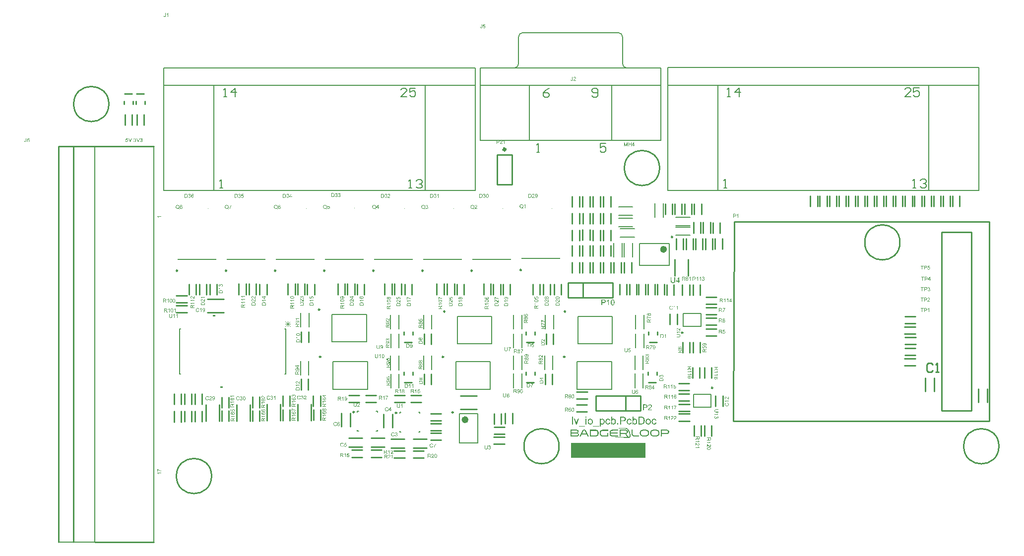
<source format=gto>
G04*
G04 #@! TF.GenerationSoftware,Altium Limited,Altium Designer,19.0.10 (269)*
G04*
G04 Layer_Color=65535*
%FSLAX25Y25*%
%MOIN*%
G70*
G01*
G75*
%ADD10C,0.00984*%
%ADD11C,0.00394*%
%ADD12C,0.02362*%
%ADD13C,0.01968*%
%ADD14C,0.01000*%
%ADD15C,0.00787*%
%ADD16C,0.00600*%
%ADD17C,0.00591*%
%ADD18C,0.00300*%
%ADD19R,0.50000X0.10000*%
G36*
X178500Y325999D02*
Y326999D01*
X177000D01*
Y325999D01*
X178500D01*
D02*
G37*
G36*
X183500Y278999D02*
Y277999D01*
X182000D01*
Y278999D01*
X183500D01*
D02*
G37*
G36*
X421584Y249800D02*
X421838D01*
Y249749D01*
X421991D01*
Y249698D01*
X422144D01*
Y249647D01*
X422246D01*
Y249596D01*
X422297D01*
Y249545D01*
X422399D01*
Y249494D01*
X422449D01*
Y249443D01*
X422500D01*
Y249392D01*
X422551D01*
Y249341D01*
Y249290D01*
X422602D01*
Y249239D01*
Y249188D01*
X422653D01*
Y249137D01*
Y249087D01*
X422704D01*
Y249036D01*
Y248985D01*
Y248934D01*
Y248883D01*
X422755D01*
Y248832D01*
Y248781D01*
Y248730D01*
Y248679D01*
Y248628D01*
Y248577D01*
Y248526D01*
Y248476D01*
X422704D01*
Y248425D01*
Y248374D01*
Y248323D01*
Y248272D01*
X422653D01*
Y248221D01*
Y248170D01*
X422602D01*
Y248119D01*
Y248068D01*
X422551D01*
Y248017D01*
X422500D01*
Y247966D01*
X422449D01*
Y247915D01*
X422399D01*
Y247864D01*
X422348D01*
Y247813D01*
X422246D01*
Y247762D01*
X422195D01*
Y247711D01*
X422042D01*
Y247661D01*
Y247610D01*
X422195D01*
Y247559D01*
X422297D01*
Y247508D01*
X422399D01*
Y247457D01*
X422449D01*
Y247406D01*
X422551D01*
Y247355D01*
X422602D01*
Y247304D01*
X422653D01*
Y247253D01*
Y247202D01*
X422704D01*
Y247151D01*
X422755D01*
Y247100D01*
Y247049D01*
X422806D01*
Y246999D01*
Y246948D01*
Y246897D01*
X422857D01*
Y246846D01*
Y246795D01*
Y246744D01*
Y246693D01*
Y246642D01*
Y246591D01*
Y246540D01*
Y246489D01*
Y246438D01*
Y246387D01*
Y246336D01*
Y246286D01*
Y246234D01*
X422806D01*
Y246184D01*
Y246133D01*
Y246082D01*
X422755D01*
Y246031D01*
Y245980D01*
X422704D01*
Y245929D01*
X422653D01*
Y245878D01*
Y245827D01*
X422602D01*
Y245776D01*
X422551D01*
Y245725D01*
X422449D01*
Y245674D01*
X422399D01*
Y245623D01*
X422297D01*
Y245572D01*
X422195D01*
Y245521D01*
X422093D01*
Y245471D01*
X421940D01*
Y245420D01*
X421686D01*
Y245369D01*
X417255D01*
Y245420D01*
Y245471D01*
Y245521D01*
Y245572D01*
Y245623D01*
Y245674D01*
Y245725D01*
Y245776D01*
Y245827D01*
Y245878D01*
Y245929D01*
Y245980D01*
Y246031D01*
Y246082D01*
Y246133D01*
Y246184D01*
Y246234D01*
Y246286D01*
Y246336D01*
Y246387D01*
Y246438D01*
Y246489D01*
Y246540D01*
Y246591D01*
Y246642D01*
Y246693D01*
Y246744D01*
Y246795D01*
Y246846D01*
Y246897D01*
Y246948D01*
Y246999D01*
Y247049D01*
Y247100D01*
Y247151D01*
Y247202D01*
Y247253D01*
Y247304D01*
Y247355D01*
Y247406D01*
Y247457D01*
Y247508D01*
Y247559D01*
Y247610D01*
Y247661D01*
Y247711D01*
Y247762D01*
Y247813D01*
Y247864D01*
Y247915D01*
Y247966D01*
Y248017D01*
Y248068D01*
Y248119D01*
Y248170D01*
Y248221D01*
Y248272D01*
Y248323D01*
Y248374D01*
Y248425D01*
Y248476D01*
Y248526D01*
Y248577D01*
Y248628D01*
Y248679D01*
Y248730D01*
Y248781D01*
Y248832D01*
Y248883D01*
Y248934D01*
Y248985D01*
Y249036D01*
Y249087D01*
Y249137D01*
Y249188D01*
Y249239D01*
Y249290D01*
Y249341D01*
Y249392D01*
Y249443D01*
Y249494D01*
Y249545D01*
Y249596D01*
Y249647D01*
Y249698D01*
Y249749D01*
Y249800D01*
Y249851D01*
X421584D01*
Y249800D01*
D02*
G37*
G36*
X426779Y249851D02*
X426931D01*
Y249800D01*
X427084D01*
Y249749D01*
X427135D01*
Y249698D01*
X427237D01*
Y249647D01*
X427288D01*
Y249596D01*
X427339D01*
Y249545D01*
X427390D01*
Y249494D01*
X427441D01*
Y249443D01*
X427492D01*
Y249392D01*
X427542D01*
Y249341D01*
Y249290D01*
X427593D01*
Y249239D01*
X427644D01*
Y249188D01*
Y249137D01*
X427695D01*
Y249087D01*
Y249036D01*
X427746D01*
Y248985D01*
Y248934D01*
X427797D01*
Y248883D01*
Y248832D01*
X427848D01*
Y248781D01*
Y248730D01*
X427899D01*
Y248679D01*
Y248628D01*
X427950D01*
Y248577D01*
Y248526D01*
X428001D01*
Y248476D01*
Y248425D01*
X428052D01*
Y248374D01*
Y248323D01*
X428103D01*
Y248272D01*
Y248221D01*
X428154D01*
Y248170D01*
Y248119D01*
X428204D01*
Y248068D01*
Y248017D01*
X428255D01*
Y247966D01*
Y247915D01*
X428306D01*
Y247864D01*
Y247813D01*
X428357D01*
Y247762D01*
Y247711D01*
X428408D01*
Y247661D01*
Y247610D01*
X428459D01*
Y247559D01*
Y247508D01*
X428510D01*
Y247457D01*
Y247406D01*
X428561D01*
Y247355D01*
Y247304D01*
X428612D01*
Y247253D01*
Y247202D01*
X428663D01*
Y247151D01*
Y247100D01*
X428714D01*
Y247049D01*
Y246999D01*
X428765D01*
Y246948D01*
Y246897D01*
X428816D01*
Y246846D01*
Y246795D01*
X428867D01*
Y246744D01*
Y246693D01*
X428918D01*
Y246642D01*
Y246591D01*
X428968D01*
Y246540D01*
Y246489D01*
X429019D01*
Y246438D01*
Y246387D01*
X429070D01*
Y246336D01*
Y246286D01*
X429121D01*
Y246234D01*
Y246184D01*
X429172D01*
Y246133D01*
Y246082D01*
X429223D01*
Y246031D01*
Y245980D01*
X429274D01*
Y245929D01*
Y245878D01*
X429325D01*
Y245827D01*
Y245776D01*
X429376D01*
Y245725D01*
Y245674D01*
X429427D01*
Y245623D01*
Y245572D01*
X429478D01*
Y245521D01*
Y245471D01*
X429529D01*
Y245420D01*
Y245369D01*
X428765D01*
Y245420D01*
X428714D01*
Y245471D01*
Y245521D01*
X428663D01*
Y245572D01*
Y245623D01*
X428612D01*
Y245674D01*
Y245725D01*
X428561D01*
Y245776D01*
Y245827D01*
X428510D01*
Y245878D01*
Y245929D01*
X428459D01*
Y245980D01*
Y246031D01*
X428408D01*
Y246082D01*
Y246133D01*
X428357D01*
Y246184D01*
Y246234D01*
X428306D01*
Y246286D01*
Y246336D01*
X428255D01*
Y246387D01*
Y246438D01*
X428204D01*
Y246489D01*
Y246540D01*
X428154D01*
Y246591D01*
X424639D01*
Y246540D01*
Y246489D01*
X424588D01*
Y246438D01*
Y246387D01*
X424538D01*
Y246336D01*
Y246286D01*
X424487D01*
Y246234D01*
Y246184D01*
X424436D01*
Y246133D01*
Y246082D01*
X424385D01*
Y246031D01*
Y245980D01*
X424334D01*
Y245929D01*
Y245878D01*
X424283D01*
Y245827D01*
Y245776D01*
X424232D01*
Y245725D01*
Y245674D01*
X424181D01*
Y245623D01*
Y245572D01*
X424130D01*
Y245521D01*
Y245471D01*
X424079D01*
Y245420D01*
Y245369D01*
X423264D01*
Y245420D01*
X423315D01*
Y245471D01*
Y245521D01*
X423366D01*
Y245572D01*
Y245623D01*
X423417D01*
Y245674D01*
Y245725D01*
X423468D01*
Y245776D01*
Y245827D01*
X423519D01*
Y245878D01*
Y245929D01*
X423570D01*
Y245980D01*
Y246031D01*
X423621D01*
Y246082D01*
Y246133D01*
X423672D01*
Y246184D01*
Y246234D01*
X423723D01*
Y246286D01*
Y246336D01*
X423774D01*
Y246387D01*
Y246438D01*
X423825D01*
Y246489D01*
Y246540D01*
X423876D01*
Y246591D01*
Y246642D01*
X423926D01*
Y246693D01*
Y246744D01*
X423977D01*
Y246795D01*
Y246846D01*
X424028D01*
Y246897D01*
Y246948D01*
X424079D01*
Y246999D01*
Y247049D01*
X424130D01*
Y247100D01*
Y247151D01*
X424181D01*
Y247202D01*
Y247253D01*
X424232D01*
Y247304D01*
Y247355D01*
X424283D01*
Y247406D01*
Y247457D01*
X424334D01*
Y247508D01*
Y247559D01*
X424385D01*
Y247610D01*
Y247661D01*
X424436D01*
Y247711D01*
Y247762D01*
X424487D01*
Y247813D01*
Y247864D01*
X424538D01*
Y247915D01*
Y247966D01*
X424588D01*
Y248017D01*
Y248068D01*
X424639D01*
Y248119D01*
Y248170D01*
X424690D01*
Y248221D01*
Y248272D01*
X424741D01*
Y248323D01*
Y248374D01*
X424792D01*
Y248425D01*
Y248476D01*
X424843D01*
Y248526D01*
Y248577D01*
X424894D01*
Y248628D01*
Y248679D01*
X424945D01*
Y248730D01*
Y248781D01*
X424996D01*
Y248832D01*
Y248883D01*
X425047D01*
Y248934D01*
Y248985D01*
X425098D01*
Y249036D01*
Y249087D01*
X425149D01*
Y249137D01*
Y249188D01*
X425200D01*
Y249239D01*
X425251D01*
Y249290D01*
Y249341D01*
X425302D01*
Y249392D01*
X425352D01*
Y249443D01*
X425403D01*
Y249494D01*
Y249545D01*
X425454D01*
Y249596D01*
X425505D01*
Y249647D01*
X425607D01*
Y249698D01*
X425658D01*
Y249749D01*
X425760D01*
Y249800D01*
X425862D01*
Y249851D01*
X426015D01*
Y249902D01*
X426779D01*
Y249851D01*
D02*
G37*
G36*
X434520Y249800D02*
X434774D01*
Y249749D01*
X434978D01*
Y249698D01*
X435080D01*
Y249647D01*
X435233D01*
Y249596D01*
X435284D01*
Y249545D01*
X435386D01*
Y249494D01*
X435436D01*
Y249443D01*
X435538D01*
Y249392D01*
X435589D01*
Y249341D01*
X435640D01*
Y249290D01*
X435691D01*
Y249239D01*
X435742D01*
Y249188D01*
Y249137D01*
X435793D01*
Y249087D01*
X435844D01*
Y249036D01*
Y248985D01*
X435895D01*
Y248934D01*
Y248883D01*
X435946D01*
Y248832D01*
Y248781D01*
Y248730D01*
X435997D01*
Y248679D01*
Y248628D01*
Y248577D01*
X436048D01*
Y248526D01*
Y248476D01*
Y248425D01*
Y248374D01*
X436099D01*
Y248323D01*
Y248272D01*
Y248221D01*
Y248170D01*
Y248119D01*
Y248068D01*
Y248017D01*
Y247966D01*
Y247915D01*
X436150D01*
Y247864D01*
Y247813D01*
Y247762D01*
Y247711D01*
Y247661D01*
Y247610D01*
Y247559D01*
Y247508D01*
Y247457D01*
Y247406D01*
Y247355D01*
Y247304D01*
X436099D01*
Y247253D01*
Y247202D01*
Y247151D01*
Y247100D01*
Y247049D01*
Y246999D01*
Y246948D01*
Y246897D01*
Y246846D01*
X436048D01*
Y246795D01*
Y246744D01*
Y246693D01*
Y246642D01*
X435997D01*
Y246591D01*
Y246540D01*
Y246489D01*
X435946D01*
Y246438D01*
Y246387D01*
Y246336D01*
X435895D01*
Y246286D01*
Y246234D01*
X435844D01*
Y246184D01*
Y246133D01*
X435793D01*
Y246082D01*
X435742D01*
Y246031D01*
Y245980D01*
X435691D01*
Y245929D01*
X435640D01*
Y245878D01*
X435589D01*
Y245827D01*
X435538D01*
Y245776D01*
X435436D01*
Y245725D01*
X435386D01*
Y245674D01*
X435335D01*
Y245623D01*
X435233D01*
Y245572D01*
X435131D01*
Y245521D01*
X434978D01*
Y245471D01*
X434774D01*
Y245420D01*
X434520D01*
Y245369D01*
X430343D01*
Y245420D01*
Y245471D01*
Y245521D01*
Y245572D01*
Y245623D01*
Y245674D01*
Y245725D01*
Y245776D01*
Y245827D01*
Y245878D01*
Y245929D01*
Y245980D01*
Y246031D01*
Y246082D01*
Y246133D01*
Y246184D01*
Y246234D01*
Y246286D01*
Y246336D01*
Y246387D01*
Y246438D01*
Y246489D01*
Y246540D01*
Y246591D01*
Y246642D01*
Y246693D01*
Y246744D01*
Y246795D01*
Y246846D01*
Y246897D01*
Y246948D01*
Y246999D01*
Y247049D01*
Y247100D01*
Y247151D01*
Y247202D01*
Y247253D01*
Y247304D01*
Y247355D01*
Y247406D01*
Y247457D01*
Y247508D01*
Y247559D01*
Y247610D01*
Y247661D01*
Y247711D01*
Y247762D01*
Y247813D01*
Y247864D01*
Y247915D01*
Y247966D01*
Y248017D01*
Y248068D01*
Y248119D01*
Y248170D01*
Y248221D01*
Y248272D01*
Y248323D01*
Y248374D01*
Y248425D01*
Y248476D01*
Y248526D01*
Y248577D01*
Y248628D01*
Y248679D01*
Y248730D01*
Y248781D01*
Y248832D01*
Y248883D01*
Y248934D01*
Y248985D01*
Y249036D01*
Y249087D01*
Y249137D01*
Y249188D01*
Y249239D01*
Y249290D01*
Y249341D01*
Y249392D01*
Y249443D01*
Y249494D01*
Y249545D01*
Y249596D01*
Y249647D01*
Y249698D01*
Y249749D01*
Y249800D01*
Y249851D01*
X434520D01*
Y249800D01*
D02*
G37*
G36*
X442516D02*
Y249749D01*
Y249698D01*
Y249647D01*
Y249596D01*
Y249545D01*
Y249494D01*
Y249443D01*
Y249392D01*
Y249341D01*
Y249290D01*
Y249239D01*
Y249188D01*
Y249137D01*
X438594D01*
Y249087D01*
X438390D01*
Y249036D01*
X438238D01*
Y248985D01*
X438136D01*
Y248934D01*
X438085D01*
Y248883D01*
X438034D01*
Y248832D01*
X437983D01*
Y248781D01*
X437932D01*
Y248730D01*
X437881D01*
Y248679D01*
X437830D01*
Y248628D01*
Y248577D01*
X437779D01*
Y248526D01*
Y248476D01*
X437728D01*
Y248425D01*
Y248374D01*
Y248323D01*
Y248272D01*
X437677D01*
Y248221D01*
Y248170D01*
Y248119D01*
Y248068D01*
Y248017D01*
Y247966D01*
Y247915D01*
X437627D01*
Y247864D01*
Y247813D01*
Y247762D01*
Y247711D01*
Y247661D01*
Y247610D01*
Y247559D01*
Y247508D01*
Y247457D01*
Y247406D01*
Y247355D01*
Y247304D01*
X437677D01*
Y247253D01*
Y247202D01*
Y247151D01*
Y247100D01*
Y247049D01*
Y246999D01*
Y246948D01*
X437728D01*
Y246897D01*
Y246846D01*
Y246795D01*
Y246744D01*
X437779D01*
Y246693D01*
Y246642D01*
X437830D01*
Y246591D01*
Y246540D01*
X437881D01*
Y246489D01*
X437932D01*
Y246438D01*
X437983D01*
Y246387D01*
X438034D01*
Y246336D01*
X438085D01*
Y246286D01*
X438136D01*
Y246234D01*
X438238D01*
Y246184D01*
X438390D01*
Y246133D01*
X438594D01*
Y246082D01*
X441854D01*
Y246133D01*
Y246184D01*
Y246234D01*
Y246286D01*
Y246336D01*
Y246387D01*
Y246438D01*
Y246489D01*
Y246540D01*
Y246591D01*
Y246642D01*
Y246693D01*
Y246744D01*
Y246795D01*
Y246846D01*
Y246897D01*
Y246948D01*
Y246999D01*
Y247049D01*
Y247100D01*
Y247151D01*
Y247202D01*
Y247253D01*
Y247304D01*
Y247355D01*
Y247406D01*
Y247457D01*
Y247508D01*
Y247559D01*
Y247610D01*
Y247661D01*
Y247711D01*
X442567D01*
Y247661D01*
Y247610D01*
Y247559D01*
Y247508D01*
Y247457D01*
Y247406D01*
Y247355D01*
Y247304D01*
Y247253D01*
Y247202D01*
Y247151D01*
Y247100D01*
Y247049D01*
Y246999D01*
Y246948D01*
Y246897D01*
Y246846D01*
Y246795D01*
Y246744D01*
Y246693D01*
Y246642D01*
Y246591D01*
Y246540D01*
Y246489D01*
Y246438D01*
Y246387D01*
Y246336D01*
Y246286D01*
Y246234D01*
Y246184D01*
Y246133D01*
Y246082D01*
Y246031D01*
Y245980D01*
Y245929D01*
Y245878D01*
Y245827D01*
Y245776D01*
Y245725D01*
Y245674D01*
Y245623D01*
Y245572D01*
Y245521D01*
Y245471D01*
Y245420D01*
Y245369D01*
X438543D01*
Y245420D01*
X438238D01*
Y245471D01*
X438085D01*
Y245521D01*
X437932D01*
Y245572D01*
X437830D01*
Y245623D01*
X437728D01*
Y245674D01*
X437627D01*
Y245725D01*
X437575D01*
Y245776D01*
X437525D01*
Y245827D01*
X437474D01*
Y245878D01*
X437423D01*
Y245929D01*
X437372D01*
Y245980D01*
X437321D01*
Y246031D01*
X437270D01*
Y246082D01*
Y246133D01*
X437219D01*
Y246184D01*
X437168D01*
Y246234D01*
Y246286D01*
X437117D01*
Y246336D01*
Y246387D01*
X437066D01*
Y246438D01*
Y246489D01*
Y246540D01*
X437015D01*
Y246591D01*
Y246642D01*
Y246693D01*
Y246744D01*
X436964D01*
Y246795D01*
Y246846D01*
Y246897D01*
Y246948D01*
Y246999D01*
Y247049D01*
X436913D01*
Y247100D01*
Y247151D01*
Y247202D01*
Y247253D01*
Y247304D01*
Y247355D01*
Y247406D01*
Y247457D01*
Y247508D01*
Y247559D01*
Y247610D01*
Y247661D01*
Y247711D01*
Y247762D01*
Y247813D01*
Y247864D01*
Y247915D01*
Y247966D01*
Y248017D01*
Y248068D01*
Y248119D01*
Y248170D01*
X436964D01*
Y248221D01*
Y248272D01*
Y248323D01*
Y248374D01*
Y248425D01*
Y248476D01*
X437015D01*
Y248526D01*
Y248577D01*
Y248628D01*
Y248679D01*
X437066D01*
Y248730D01*
Y248781D01*
Y248832D01*
X437117D01*
Y248883D01*
Y248934D01*
X437168D01*
Y248985D01*
Y249036D01*
X437219D01*
Y249087D01*
X437270D01*
Y249137D01*
Y249188D01*
X437321D01*
Y249239D01*
X437372D01*
Y249290D01*
X437423D01*
Y249341D01*
X437474D01*
Y249392D01*
X437525D01*
Y249443D01*
X437575D01*
Y249494D01*
X437627D01*
Y249545D01*
X437728D01*
Y249596D01*
X437830D01*
Y249647D01*
X437932D01*
Y249698D01*
X438085D01*
Y249749D01*
X438238D01*
Y249800D01*
X438543D01*
Y249851D01*
X442516D01*
Y249800D01*
D02*
G37*
G36*
X449136D02*
Y249749D01*
Y249698D01*
Y249647D01*
Y249596D01*
Y249545D01*
Y249494D01*
Y249443D01*
Y249392D01*
Y249341D01*
Y249290D01*
Y249239D01*
Y249188D01*
X445470D01*
Y249137D01*
X445062D01*
Y249087D01*
X444909D01*
Y249036D01*
X444757D01*
Y248985D01*
X444655D01*
Y248934D01*
X444604D01*
Y248883D01*
X444553D01*
Y248832D01*
X444502D01*
Y248781D01*
X444451D01*
Y248730D01*
X444400D01*
Y248679D01*
X444349D01*
Y248628D01*
Y248577D01*
X444298D01*
Y248526D01*
Y248476D01*
Y248425D01*
X444247D01*
Y248374D01*
Y248323D01*
Y248272D01*
X444196D01*
Y248221D01*
Y248170D01*
Y248119D01*
Y248068D01*
Y248017D01*
Y247966D01*
Y247915D01*
X449035D01*
Y247864D01*
Y247813D01*
Y247762D01*
Y247711D01*
Y247661D01*
Y247610D01*
Y247559D01*
Y247508D01*
Y247457D01*
Y247406D01*
Y247355D01*
Y247304D01*
X444196D01*
Y247253D01*
Y247202D01*
Y247151D01*
Y247100D01*
Y247049D01*
Y246999D01*
Y246948D01*
X444247D01*
Y246897D01*
Y246846D01*
Y246795D01*
X444298D01*
Y246744D01*
Y246693D01*
Y246642D01*
X444349D01*
Y246591D01*
Y246540D01*
X444400D01*
Y246489D01*
X444451D01*
Y246438D01*
X444502D01*
Y246387D01*
X444553D01*
Y246336D01*
X444604D01*
Y246286D01*
X444655D01*
Y246234D01*
X444757D01*
Y246184D01*
X444909D01*
Y246133D01*
X445062D01*
Y246082D01*
X449086D01*
Y246031D01*
X449136D01*
Y245980D01*
Y245929D01*
Y245878D01*
Y245827D01*
Y245776D01*
Y245725D01*
Y245674D01*
Y245623D01*
Y245572D01*
Y245521D01*
Y245471D01*
Y245420D01*
Y245369D01*
X445062D01*
Y245420D01*
X444807D01*
Y245471D01*
X444604D01*
Y245521D01*
X444451D01*
Y245572D01*
X444349D01*
Y245623D01*
X444247D01*
Y245674D01*
X444196D01*
Y245725D01*
X444095D01*
Y245776D01*
X444044D01*
Y245827D01*
X443993D01*
Y245878D01*
X443942D01*
Y245929D01*
X443891D01*
Y245980D01*
X443840D01*
Y246031D01*
Y246082D01*
X443789D01*
Y246133D01*
X443738D01*
Y246184D01*
Y246234D01*
X443687D01*
Y246286D01*
Y246336D01*
X443636D01*
Y246387D01*
Y246438D01*
X443585D01*
Y246489D01*
Y246540D01*
Y246591D01*
X443534D01*
Y246642D01*
Y246693D01*
Y246744D01*
Y246795D01*
Y246846D01*
X443483D01*
Y246897D01*
Y246948D01*
Y246999D01*
Y247049D01*
Y247100D01*
Y247151D01*
Y247202D01*
X443432D01*
Y247253D01*
Y247304D01*
Y247355D01*
Y247406D01*
Y247457D01*
Y247508D01*
Y247559D01*
Y247610D01*
Y247661D01*
Y247711D01*
Y247762D01*
Y247813D01*
Y247864D01*
Y247915D01*
Y247966D01*
Y248017D01*
X443483D01*
Y248068D01*
Y248119D01*
Y248170D01*
Y248221D01*
Y248272D01*
Y248323D01*
Y248374D01*
X443534D01*
Y248425D01*
Y248476D01*
Y248526D01*
Y248577D01*
Y248628D01*
X443585D01*
Y248679D01*
Y248730D01*
Y248781D01*
X443636D01*
Y248832D01*
Y248883D01*
X443687D01*
Y248934D01*
Y248985D01*
X443738D01*
Y249036D01*
Y249087D01*
X443789D01*
Y249137D01*
X443840D01*
Y249188D01*
Y249239D01*
X443891D01*
Y249290D01*
X443942D01*
Y249341D01*
X443993D01*
Y249392D01*
X444044D01*
Y249443D01*
X444095D01*
Y249494D01*
X444196D01*
Y249545D01*
X444247D01*
Y249596D01*
X444349D01*
Y249647D01*
X444451D01*
Y249698D01*
X444604D01*
Y249749D01*
X444807D01*
Y249800D01*
X445062D01*
Y249851D01*
X449136D01*
Y249800D01*
D02*
G37*
G36*
X454739Y251073D02*
X454892D01*
Y251022D01*
X454993D01*
Y250971D01*
X455095D01*
Y250920D01*
X455197D01*
Y250869D01*
X455248D01*
Y250818D01*
X455350D01*
Y250767D01*
X455401D01*
Y250716D01*
X455452D01*
Y250665D01*
X455554D01*
Y250615D01*
X455605D01*
Y250564D01*
X455655D01*
Y250513D01*
X455706D01*
Y250462D01*
X455757D01*
Y250411D01*
X455808D01*
Y250360D01*
X455859D01*
Y250309D01*
X455910D01*
Y250258D01*
Y250207D01*
X455961D01*
Y250156D01*
X456012D01*
Y250105D01*
X456063D01*
Y250054D01*
X456114D01*
Y250003D01*
Y249952D01*
X456165D01*
Y249902D01*
X456216D01*
Y249851D01*
X456267D01*
Y249800D01*
Y249749D01*
X456318D01*
Y249698D01*
X456368D01*
Y249647D01*
Y249596D01*
X456419D01*
Y249545D01*
Y249494D01*
X456470D01*
Y249443D01*
X456521D01*
Y249392D01*
Y249341D01*
X456572D01*
Y249290D01*
Y249239D01*
X456623D01*
Y249188D01*
X456674D01*
Y249137D01*
Y249087D01*
X456725D01*
Y249036D01*
Y248985D01*
X456776D01*
Y248934D01*
Y248883D01*
X456827D01*
Y248832D01*
Y248781D01*
X456878D01*
Y248730D01*
Y248679D01*
Y248628D01*
X456929D01*
Y248577D01*
Y248526D01*
X456980D01*
Y248476D01*
Y248425D01*
X457031D01*
Y248374D01*
Y248323D01*
Y248272D01*
X457082D01*
Y248221D01*
Y248170D01*
X457132D01*
Y248119D01*
Y248068D01*
Y248017D01*
X457183D01*
Y247966D01*
Y247915D01*
Y247864D01*
X457234D01*
Y247813D01*
Y247762D01*
Y247711D01*
X457285D01*
Y247661D01*
Y247610D01*
Y247559D01*
X457336D01*
Y247508D01*
Y247457D01*
Y247406D01*
Y247355D01*
X457387D01*
Y247304D01*
Y247253D01*
Y247202D01*
Y247151D01*
X457438D01*
Y247100D01*
Y247049D01*
Y246999D01*
Y246948D01*
Y246897D01*
X457489D01*
Y246846D01*
Y246795D01*
Y246744D01*
Y246693D01*
Y246642D01*
Y246591D01*
Y246540D01*
X457540D01*
Y246489D01*
Y246438D01*
Y246387D01*
Y246336D01*
Y246286D01*
Y246234D01*
Y246184D01*
Y246133D01*
Y246082D01*
Y246031D01*
Y245980D01*
Y245929D01*
Y245878D01*
Y245827D01*
Y245776D01*
Y245725D01*
Y245674D01*
Y245623D01*
Y245572D01*
Y245521D01*
X457489D01*
Y245471D01*
Y245420D01*
Y245369D01*
Y245318D01*
Y245267D01*
X457438D01*
Y245216D01*
Y245165D01*
Y245114D01*
X457387D01*
Y245063D01*
Y245012D01*
Y244961D01*
X457336D01*
Y244910D01*
X457285D01*
Y244860D01*
Y244809D01*
X457234D01*
Y244758D01*
X457183D01*
Y244707D01*
Y244656D01*
X457132D01*
Y244605D01*
X457031D01*
Y244554D01*
X456980D01*
Y244503D01*
X456878D01*
Y244452D01*
X456725D01*
Y244401D01*
X455401D01*
Y244452D01*
X452956D01*
Y244503D01*
X450512D01*
Y244554D01*
X448067D01*
Y244605D01*
X447201D01*
Y244656D01*
Y244707D01*
Y244758D01*
Y244809D01*
Y244860D01*
X448373D01*
Y244910D01*
X450817D01*
Y244961D01*
X453262D01*
Y245012D01*
X455248D01*
Y245063D01*
Y245114D01*
X455197D01*
Y245165D01*
X455146D01*
Y245216D01*
X455095D01*
Y245267D01*
X455044D01*
Y245318D01*
Y245369D01*
X454993D01*
Y245420D01*
X454943D01*
Y245471D01*
X454892D01*
Y245521D01*
X454841D01*
Y245572D01*
Y245623D01*
X454790D01*
Y245674D01*
X454739D01*
Y245725D01*
Y245776D01*
X454688D01*
Y245827D01*
X454637D01*
Y245878D01*
Y245929D01*
X454586D01*
Y245980D01*
X454535D01*
Y246031D01*
Y246082D01*
X454484D01*
Y246133D01*
X454433D01*
Y246184D01*
Y246234D01*
X454382D01*
Y246286D01*
Y246336D01*
X454331D01*
Y246387D01*
Y246438D01*
X454280D01*
Y246489D01*
Y246540D01*
X454229D01*
Y246591D01*
Y246642D01*
X454178D01*
Y246693D01*
Y246744D01*
X454128D01*
Y246795D01*
Y246846D01*
X454077D01*
Y246897D01*
Y246948D01*
X450970D01*
Y246897D01*
X450919D01*
Y246846D01*
Y246795D01*
Y246744D01*
Y246693D01*
Y246642D01*
Y246591D01*
Y246540D01*
Y246489D01*
Y246438D01*
Y246387D01*
Y246336D01*
Y246286D01*
Y246234D01*
Y246184D01*
Y246133D01*
Y246082D01*
Y246031D01*
Y245980D01*
Y245929D01*
Y245878D01*
Y245827D01*
Y245776D01*
Y245725D01*
Y245674D01*
Y245623D01*
Y245572D01*
Y245521D01*
Y245471D01*
Y245420D01*
Y245369D01*
X450206D01*
Y245420D01*
Y245471D01*
Y245521D01*
Y245572D01*
Y245623D01*
Y245674D01*
Y245725D01*
Y245776D01*
Y245827D01*
Y245878D01*
Y245929D01*
Y245980D01*
Y246031D01*
Y246082D01*
Y246133D01*
Y246184D01*
Y246234D01*
Y246286D01*
Y246336D01*
Y246387D01*
Y246438D01*
Y246489D01*
Y246540D01*
Y246591D01*
Y246642D01*
Y246693D01*
Y246744D01*
Y246795D01*
Y246846D01*
Y246897D01*
Y246948D01*
Y246999D01*
Y247049D01*
Y247100D01*
Y247151D01*
Y247202D01*
Y247253D01*
Y247304D01*
Y247355D01*
Y247406D01*
Y247457D01*
Y247508D01*
Y247559D01*
Y247610D01*
Y247661D01*
Y247711D01*
Y247762D01*
Y247813D01*
Y247864D01*
Y247915D01*
Y247966D01*
Y248017D01*
Y248068D01*
Y248119D01*
Y248170D01*
Y248221D01*
Y248272D01*
Y248323D01*
Y248374D01*
Y248425D01*
Y248476D01*
Y248526D01*
Y248577D01*
Y248628D01*
Y248679D01*
Y248730D01*
Y248781D01*
Y248832D01*
Y248883D01*
Y248934D01*
Y248985D01*
Y249036D01*
Y249087D01*
Y249137D01*
Y249188D01*
Y249239D01*
Y249290D01*
Y249341D01*
Y249392D01*
Y249443D01*
Y249494D01*
Y249545D01*
Y249596D01*
Y249647D01*
Y249698D01*
Y249749D01*
Y249800D01*
Y249851D01*
X454484D01*
Y249800D01*
X454739D01*
Y249749D01*
X454943D01*
Y249698D01*
X455044D01*
Y249647D01*
X455146D01*
Y249596D01*
X455248D01*
Y249545D01*
X455299D01*
Y249494D01*
X455350D01*
Y249443D01*
X455452D01*
Y249392D01*
Y249341D01*
X455503D01*
Y249290D01*
X455554D01*
Y249239D01*
X455605D01*
Y249188D01*
Y249137D01*
X455655D01*
Y249087D01*
Y249036D01*
X455706D01*
Y248985D01*
Y248934D01*
Y248883D01*
X455757D01*
Y248832D01*
Y248781D01*
Y248730D01*
Y248679D01*
Y248628D01*
Y248577D01*
X455808D01*
Y248526D01*
Y248476D01*
Y248425D01*
Y248374D01*
X455757D01*
Y248323D01*
Y248272D01*
Y248221D01*
Y248170D01*
Y248119D01*
Y248068D01*
X455706D01*
Y248017D01*
Y247966D01*
Y247915D01*
X455655D01*
Y247864D01*
Y247813D01*
X455605D01*
Y247762D01*
Y247711D01*
X455554D01*
Y247661D01*
X455503D01*
Y247610D01*
X455452D01*
Y247559D01*
Y247508D01*
X455350D01*
Y247457D01*
X455299D01*
Y247406D01*
X455248D01*
Y247355D01*
X455146D01*
Y247304D01*
X455095D01*
Y247253D01*
X454943D01*
Y247202D01*
X454841D01*
Y247151D01*
X454688D01*
Y247100D01*
Y247049D01*
Y246999D01*
X454739D01*
Y246948D01*
Y246897D01*
X454790D01*
Y246846D01*
Y246795D01*
X454841D01*
Y246744D01*
Y246693D01*
X454892D01*
Y246642D01*
Y246591D01*
X454943D01*
Y246540D01*
Y246489D01*
X454993D01*
Y246438D01*
X455044D01*
Y246387D01*
Y246336D01*
X455095D01*
Y246286D01*
X455146D01*
Y246234D01*
Y246184D01*
X455197D01*
Y246133D01*
X455248D01*
Y246082D01*
Y246031D01*
X455299D01*
Y245980D01*
X455350D01*
Y245929D01*
X455401D01*
Y245878D01*
Y245827D01*
X455452D01*
Y245776D01*
X455503D01*
Y245725D01*
X455554D01*
Y245674D01*
X455605D01*
Y245623D01*
X455655D01*
Y245572D01*
X455706D01*
Y245521D01*
X455757D01*
Y245471D01*
X455808D01*
Y245420D01*
X455859D01*
Y245369D01*
X455910D01*
Y245318D01*
X455961D01*
Y245267D01*
X456063D01*
Y245216D01*
X456114D01*
Y245165D01*
X456216D01*
Y245114D01*
X456318D01*
Y245063D01*
X456674D01*
Y245114D01*
X456725D01*
Y245165D01*
X456776D01*
Y245216D01*
X456827D01*
Y245267D01*
Y245318D01*
X456878D01*
Y245369D01*
Y245420D01*
Y245471D01*
X456929D01*
Y245521D01*
Y245572D01*
Y245623D01*
Y245674D01*
Y245725D01*
Y245776D01*
Y245827D01*
X456980D01*
Y245878D01*
Y245929D01*
Y245980D01*
Y246031D01*
Y246082D01*
Y246133D01*
Y246184D01*
X456929D01*
Y246234D01*
Y246286D01*
Y246336D01*
Y246387D01*
Y246438D01*
Y246489D01*
Y246540D01*
Y246591D01*
Y246642D01*
X456878D01*
Y246693D01*
Y246744D01*
Y246795D01*
Y246846D01*
Y246897D01*
X456827D01*
Y246948D01*
Y246999D01*
Y247049D01*
Y247100D01*
Y247151D01*
X456776D01*
Y247202D01*
Y247253D01*
Y247304D01*
X456725D01*
Y247355D01*
Y247406D01*
Y247457D01*
Y247508D01*
X456674D01*
Y247559D01*
Y247610D01*
Y247661D01*
X456623D01*
Y247711D01*
Y247762D01*
Y247813D01*
X456572D01*
Y247864D01*
Y247915D01*
X456521D01*
Y247966D01*
Y248017D01*
Y248068D01*
X456470D01*
Y248119D01*
Y248170D01*
X456419D01*
Y248221D01*
Y248272D01*
X456368D01*
Y248323D01*
Y248374D01*
Y248425D01*
X456318D01*
Y248476D01*
Y248526D01*
X456267D01*
Y248577D01*
Y248628D01*
X456216D01*
Y248679D01*
Y248730D01*
X456165D01*
Y248781D01*
Y248832D01*
X456114D01*
Y248883D01*
X456063D01*
Y248934D01*
Y248985D01*
X456012D01*
Y249036D01*
Y249087D01*
X455961D01*
Y249137D01*
Y249188D01*
X455910D01*
Y249239D01*
X455859D01*
Y249290D01*
Y249341D01*
X455808D01*
Y249392D01*
X455757D01*
Y249443D01*
X455706D01*
Y249494D01*
Y249545D01*
X455655D01*
Y249596D01*
X455605D01*
Y249647D01*
X455554D01*
Y249698D01*
Y249749D01*
X455503D01*
Y249800D01*
X455452D01*
Y249851D01*
X455401D01*
Y249902D01*
X455350D01*
Y249952D01*
X455299D01*
Y250003D01*
X455248D01*
Y250054D01*
X455197D01*
Y250105D01*
X455146D01*
Y250156D01*
X455095D01*
Y250207D01*
X455044D01*
Y250258D01*
X454943D01*
Y250309D01*
X454892D01*
Y250360D01*
X454790D01*
Y250411D01*
X454688D01*
Y250462D01*
X454382D01*
Y250513D01*
X453364D01*
Y250564D01*
X452141D01*
Y250615D01*
X450919D01*
Y250665D01*
X449646D01*
Y250716D01*
X449595D01*
Y250767D01*
Y250818D01*
Y250869D01*
Y250920D01*
Y250971D01*
X450410D01*
Y251022D01*
X451938D01*
Y251073D01*
X453466D01*
Y251124D01*
X454739D01*
Y251073D01*
D02*
G37*
G36*
X459017Y249800D02*
Y249749D01*
Y249698D01*
Y249647D01*
Y249596D01*
Y249545D01*
Y249494D01*
Y249443D01*
Y249392D01*
Y249341D01*
Y249290D01*
Y249239D01*
Y249188D01*
Y249137D01*
Y249087D01*
Y249036D01*
Y248985D01*
Y248934D01*
Y248883D01*
Y248832D01*
Y248781D01*
Y248730D01*
Y248679D01*
Y248628D01*
Y248577D01*
Y248526D01*
Y248476D01*
Y248425D01*
Y248374D01*
Y248323D01*
Y248272D01*
Y248221D01*
Y248170D01*
Y248119D01*
Y248068D01*
Y248017D01*
Y247966D01*
Y247915D01*
Y247864D01*
Y247813D01*
Y247762D01*
Y247711D01*
Y247661D01*
Y247610D01*
Y247559D01*
Y247508D01*
Y247457D01*
Y247406D01*
Y247355D01*
Y247304D01*
Y247253D01*
Y247202D01*
Y247151D01*
Y247100D01*
Y247049D01*
Y246999D01*
Y246948D01*
Y246897D01*
Y246846D01*
X459068D01*
Y246795D01*
Y246744D01*
Y246693D01*
Y246642D01*
X459119D01*
Y246591D01*
Y246540D01*
X459170D01*
Y246489D01*
Y246438D01*
X459221D01*
Y246387D01*
X459271D01*
Y246336D01*
X459322D01*
Y246286D01*
X459424D01*
Y246234D01*
X459526D01*
Y246184D01*
X459679D01*
Y246133D01*
X459883D01*
Y246082D01*
X463397D01*
Y246031D01*
Y245980D01*
Y245929D01*
Y245878D01*
Y245827D01*
Y245776D01*
Y245725D01*
Y245674D01*
Y245623D01*
Y245572D01*
Y245521D01*
Y245471D01*
Y245420D01*
Y245369D01*
X459883D01*
Y245420D01*
X459526D01*
Y245471D01*
X459373D01*
Y245521D01*
X459221D01*
Y245572D01*
X459119D01*
Y245623D01*
X459017D01*
Y245674D01*
X458915D01*
Y245725D01*
X458864D01*
Y245776D01*
X458762D01*
Y245827D01*
X458711D01*
Y245878D01*
X458660D01*
Y245929D01*
Y245980D01*
X458609D01*
Y246031D01*
X458559D01*
Y246082D01*
X458507D01*
Y246133D01*
Y246184D01*
X458457D01*
Y246234D01*
Y246286D01*
X458406D01*
Y246336D01*
Y246387D01*
Y246438D01*
X458355D01*
Y246489D01*
Y246540D01*
Y246591D01*
Y246642D01*
Y246693D01*
X458304D01*
Y246744D01*
Y246795D01*
Y246846D01*
Y246897D01*
Y246948D01*
Y246999D01*
Y247049D01*
Y247100D01*
Y247151D01*
Y247202D01*
Y247253D01*
Y247304D01*
Y247355D01*
Y247406D01*
Y247457D01*
Y247508D01*
Y247559D01*
Y247610D01*
Y247661D01*
Y247711D01*
Y247762D01*
Y247813D01*
Y247864D01*
Y247915D01*
Y247966D01*
Y248017D01*
Y248068D01*
Y248119D01*
Y248170D01*
Y248221D01*
Y248272D01*
Y248323D01*
Y248374D01*
Y248425D01*
Y248476D01*
Y248526D01*
Y248577D01*
Y248628D01*
Y248679D01*
Y248730D01*
Y248781D01*
Y248832D01*
Y248883D01*
Y248934D01*
Y248985D01*
Y249036D01*
Y249087D01*
Y249137D01*
Y249188D01*
Y249239D01*
Y249290D01*
Y249341D01*
Y249392D01*
Y249443D01*
Y249494D01*
Y249545D01*
Y249596D01*
Y249647D01*
Y249698D01*
Y249749D01*
Y249800D01*
Y249851D01*
X459017D01*
Y249800D01*
D02*
G37*
G36*
X467726Y249851D02*
X468133D01*
Y249800D01*
X468388D01*
Y249749D01*
X468592D01*
Y249698D01*
X468744D01*
Y249647D01*
X468846D01*
Y249596D01*
X468999D01*
Y249545D01*
X469050D01*
Y249494D01*
X469152D01*
Y249443D01*
X469254D01*
Y249392D01*
X469305D01*
Y249341D01*
X469355D01*
Y249290D01*
X469407D01*
Y249239D01*
X469457D01*
Y249188D01*
X469508D01*
Y249137D01*
X469559D01*
Y249087D01*
X469610D01*
Y249036D01*
X469661D01*
Y248985D01*
Y248934D01*
X469712D01*
Y248883D01*
X469763D01*
Y248832D01*
Y248781D01*
X469814D01*
Y248730D01*
Y248679D01*
Y248628D01*
X469865D01*
Y248577D01*
Y248526D01*
Y248476D01*
X469916D01*
Y248425D01*
Y248374D01*
Y248323D01*
Y248272D01*
X469967D01*
Y248221D01*
Y248170D01*
Y248119D01*
Y248068D01*
Y248017D01*
Y247966D01*
Y247915D01*
Y247864D01*
Y247813D01*
X470018D01*
Y247762D01*
Y247711D01*
Y247661D01*
Y247610D01*
Y247559D01*
Y247508D01*
Y247457D01*
Y247406D01*
X469967D01*
Y247355D01*
Y247304D01*
Y247253D01*
Y247202D01*
Y247151D01*
Y247100D01*
Y247049D01*
Y246999D01*
Y246948D01*
X469916D01*
Y246897D01*
Y246846D01*
Y246795D01*
Y246744D01*
X469865D01*
Y246693D01*
Y246642D01*
Y246591D01*
X469814D01*
Y246540D01*
Y246489D01*
Y246438D01*
X469763D01*
Y246387D01*
Y246336D01*
X469712D01*
Y246286D01*
X469661D01*
Y246234D01*
Y246184D01*
X469610D01*
Y246133D01*
X469559D01*
Y246082D01*
X469508D01*
Y246031D01*
Y245980D01*
X469457D01*
Y245929D01*
X469355D01*
Y245878D01*
X469305D01*
Y245827D01*
X469254D01*
Y245776D01*
X469152D01*
Y245725D01*
X469101D01*
Y245674D01*
X468999D01*
Y245623D01*
X468897D01*
Y245572D01*
X468744D01*
Y245521D01*
X468592D01*
Y245471D01*
X468388D01*
Y245420D01*
X468184D01*
Y245369D01*
X467828D01*
Y245318D01*
X465943D01*
Y245369D01*
X465587D01*
Y245420D01*
X465332D01*
Y245471D01*
X465179D01*
Y245521D01*
X465027D01*
Y245572D01*
X464874D01*
Y245623D01*
X464772D01*
Y245674D01*
X464670D01*
Y245725D01*
X464568D01*
Y245776D01*
X464517D01*
Y245827D01*
X464466D01*
Y245878D01*
X464364D01*
Y245929D01*
X464314D01*
Y245980D01*
X464263D01*
Y246031D01*
X464212D01*
Y246082D01*
X464161D01*
Y246133D01*
Y246184D01*
X464110D01*
Y246234D01*
X464059D01*
Y246286D01*
Y246336D01*
X464008D01*
Y246387D01*
Y246438D01*
X463957D01*
Y246489D01*
Y246540D01*
X463906D01*
Y246591D01*
Y246642D01*
Y246693D01*
X463855D01*
Y246744D01*
Y246795D01*
Y246846D01*
Y246897D01*
X463804D01*
Y246948D01*
Y246999D01*
Y247049D01*
Y247100D01*
Y247151D01*
Y247202D01*
X463753D01*
Y247253D01*
Y247304D01*
Y247355D01*
Y247406D01*
Y247457D01*
Y247508D01*
Y247559D01*
Y247610D01*
Y247661D01*
Y247711D01*
Y247762D01*
Y247813D01*
Y247864D01*
Y247915D01*
Y247966D01*
Y248017D01*
X463804D01*
Y248068D01*
Y248119D01*
Y248170D01*
Y248221D01*
Y248272D01*
Y248323D01*
X463855D01*
Y248374D01*
Y248425D01*
Y248476D01*
Y248526D01*
X463906D01*
Y248577D01*
Y248628D01*
Y248679D01*
X463957D01*
Y248730D01*
Y248781D01*
X464008D01*
Y248832D01*
Y248883D01*
X464059D01*
Y248934D01*
Y248985D01*
X464110D01*
Y249036D01*
X464161D01*
Y249087D01*
X464212D01*
Y249137D01*
Y249188D01*
X464263D01*
Y249239D01*
X464314D01*
Y249290D01*
X464364D01*
Y249341D01*
X464466D01*
Y249392D01*
X464517D01*
Y249443D01*
X464619D01*
Y249494D01*
X464670D01*
Y249545D01*
X464772D01*
Y249596D01*
X464874D01*
Y249647D01*
X465027D01*
Y249698D01*
X465179D01*
Y249749D01*
X465383D01*
Y249800D01*
X465638D01*
Y249851D01*
X465994D01*
Y249902D01*
X467726D01*
Y249851D01*
D02*
G37*
G36*
X474754D02*
X475111D01*
Y249800D01*
X475365D01*
Y249749D01*
X475569D01*
Y249698D01*
X475722D01*
Y249647D01*
X475824D01*
Y249596D01*
X475976D01*
Y249545D01*
X476078D01*
Y249494D01*
X476129D01*
Y249443D01*
X476231D01*
Y249392D01*
X476282D01*
Y249341D01*
X476333D01*
Y249290D01*
X476435D01*
Y249239D01*
X476486D01*
Y249188D01*
Y249137D01*
X476537D01*
Y249087D01*
X476587D01*
Y249036D01*
X476639D01*
Y248985D01*
Y248934D01*
X476689D01*
Y248883D01*
X476740D01*
Y248832D01*
Y248781D01*
X476791D01*
Y248730D01*
Y248679D01*
Y248628D01*
X476842D01*
Y248577D01*
Y248526D01*
Y248476D01*
X476893D01*
Y248425D01*
Y248374D01*
Y248323D01*
Y248272D01*
X476944D01*
Y248221D01*
Y248170D01*
Y248119D01*
Y248068D01*
Y248017D01*
Y247966D01*
Y247915D01*
X476995D01*
Y247864D01*
Y247813D01*
Y247762D01*
Y247711D01*
Y247661D01*
Y247610D01*
Y247559D01*
Y247508D01*
Y247457D01*
Y247406D01*
Y247355D01*
Y247304D01*
X476944D01*
Y247253D01*
Y247202D01*
Y247151D01*
Y247100D01*
Y247049D01*
Y246999D01*
Y246948D01*
X476893D01*
Y246897D01*
Y246846D01*
Y246795D01*
Y246744D01*
Y246693D01*
X476842D01*
Y246642D01*
Y246591D01*
X476791D01*
Y246540D01*
Y246489D01*
Y246438D01*
X476740D01*
Y246387D01*
Y246336D01*
X476689D01*
Y246286D01*
X476639D01*
Y246234D01*
Y246184D01*
X476587D01*
Y246133D01*
X476537D01*
Y246082D01*
Y246031D01*
X476486D01*
Y245980D01*
X476435D01*
Y245929D01*
X476384D01*
Y245878D01*
X476282D01*
Y245827D01*
X476231D01*
Y245776D01*
X476129D01*
Y245725D01*
X476078D01*
Y245674D01*
X475976D01*
Y245623D01*
X475875D01*
Y245572D01*
X475722D01*
Y245521D01*
X475569D01*
Y245471D01*
X475416D01*
Y245420D01*
X475162D01*
Y245369D01*
X474805D01*
Y245318D01*
X472921D01*
Y245369D01*
X472564D01*
Y245420D01*
X472309D01*
Y245471D01*
X472157D01*
Y245521D01*
X472004D01*
Y245572D01*
X471851D01*
Y245623D01*
X471749D01*
Y245674D01*
X471647D01*
Y245725D01*
X471596D01*
Y245776D01*
X471495D01*
Y245827D01*
X471444D01*
Y245878D01*
X471342D01*
Y245929D01*
X471291D01*
Y245980D01*
X471240D01*
Y246031D01*
X471189D01*
Y246082D01*
Y246133D01*
X471138D01*
Y246184D01*
X471087D01*
Y246234D01*
X471036D01*
Y246286D01*
Y246336D01*
X470985D01*
Y246387D01*
Y246438D01*
X470934D01*
Y246489D01*
Y246540D01*
X470883D01*
Y246591D01*
Y246642D01*
Y246693D01*
X470832D01*
Y246744D01*
Y246795D01*
Y246846D01*
Y246897D01*
X470782D01*
Y246948D01*
Y246999D01*
Y247049D01*
Y247100D01*
Y247151D01*
Y247202D01*
Y247253D01*
Y247304D01*
X470731D01*
Y247355D01*
Y247406D01*
Y247457D01*
Y247508D01*
Y247559D01*
Y247610D01*
Y247661D01*
Y247711D01*
Y247762D01*
Y247813D01*
Y247864D01*
Y247915D01*
X470782D01*
Y247966D01*
Y248017D01*
Y248068D01*
Y248119D01*
Y248170D01*
Y248221D01*
Y248272D01*
Y248323D01*
X470832D01*
Y248374D01*
Y248425D01*
Y248476D01*
Y248526D01*
X470883D01*
Y248577D01*
Y248628D01*
X470934D01*
Y248679D01*
Y248730D01*
Y248781D01*
X470985D01*
Y248832D01*
Y248883D01*
X471036D01*
Y248934D01*
X471087D01*
Y248985D01*
Y249036D01*
X471138D01*
Y249087D01*
X471189D01*
Y249137D01*
Y249188D01*
X471240D01*
Y249239D01*
X471291D01*
Y249290D01*
X471393D01*
Y249341D01*
X471444D01*
Y249392D01*
X471495D01*
Y249443D01*
X471596D01*
Y249494D01*
X471647D01*
Y249545D01*
X471749D01*
Y249596D01*
X471851D01*
Y249647D01*
X472004D01*
Y249698D01*
X472157D01*
Y249749D01*
X472360D01*
Y249800D01*
X472615D01*
Y249851D01*
X472971D01*
Y249902D01*
X474754D01*
Y249851D01*
D02*
G37*
G36*
X482190Y249800D02*
X482444D01*
Y249749D01*
X482597D01*
Y249698D01*
X482750D01*
Y249647D01*
X482801D01*
Y249596D01*
X482903D01*
Y249545D01*
X482954D01*
Y249494D01*
X483056D01*
Y249443D01*
X483107D01*
Y249392D01*
X483157D01*
Y249341D01*
X483208D01*
Y249290D01*
Y249239D01*
X483259D01*
Y249188D01*
X483310D01*
Y249137D01*
Y249087D01*
X483361D01*
Y249036D01*
Y248985D01*
X483412D01*
Y248934D01*
Y248883D01*
X483463D01*
Y248832D01*
Y248781D01*
Y248730D01*
Y248679D01*
Y248628D01*
X483514D01*
Y248577D01*
Y248526D01*
Y248476D01*
Y248425D01*
Y248374D01*
Y248323D01*
Y248272D01*
Y248221D01*
Y248170D01*
X483463D01*
Y248119D01*
Y248068D01*
Y248017D01*
Y247966D01*
Y247915D01*
X483412D01*
Y247864D01*
Y247813D01*
Y247762D01*
X483361D01*
Y247711D01*
Y247661D01*
X483310D01*
Y247610D01*
X483259D01*
Y247559D01*
Y247508D01*
X483208D01*
Y247457D01*
X483157D01*
Y247406D01*
X483107D01*
Y247355D01*
X483056D01*
Y247304D01*
X483005D01*
Y247253D01*
X482954D01*
Y247202D01*
X482852D01*
Y247151D01*
X482750D01*
Y247100D01*
X482648D01*
Y247049D01*
X482546D01*
Y246999D01*
X482343D01*
Y246948D01*
X481935D01*
Y246897D01*
X478676D01*
Y246846D01*
Y246795D01*
Y246744D01*
Y246693D01*
Y246642D01*
Y246591D01*
Y246540D01*
Y246489D01*
Y246438D01*
Y246387D01*
Y246336D01*
Y246286D01*
Y246234D01*
Y246184D01*
Y246133D01*
Y246082D01*
Y246031D01*
Y245980D01*
Y245929D01*
Y245878D01*
Y245827D01*
Y245776D01*
Y245725D01*
Y245674D01*
Y245623D01*
Y245572D01*
Y245521D01*
Y245471D01*
Y245420D01*
Y245369D01*
X477963D01*
Y245420D01*
Y245471D01*
Y245521D01*
Y245572D01*
Y245623D01*
Y245674D01*
Y245725D01*
Y245776D01*
Y245827D01*
Y245878D01*
Y245929D01*
Y245980D01*
Y246031D01*
Y246082D01*
Y246133D01*
Y246184D01*
Y246234D01*
Y246286D01*
Y246336D01*
Y246387D01*
Y246438D01*
Y246489D01*
Y246540D01*
Y246591D01*
Y246642D01*
Y246693D01*
Y246744D01*
Y246795D01*
Y246846D01*
Y246897D01*
Y246948D01*
Y246999D01*
Y247049D01*
Y247100D01*
Y247151D01*
Y247202D01*
Y247253D01*
Y247304D01*
Y247355D01*
Y247406D01*
Y247457D01*
Y247508D01*
Y247559D01*
Y247610D01*
Y247661D01*
Y247711D01*
Y247762D01*
Y247813D01*
Y247864D01*
Y247915D01*
Y247966D01*
Y248017D01*
Y248068D01*
Y248119D01*
Y248170D01*
Y248221D01*
Y248272D01*
Y248323D01*
Y248374D01*
Y248425D01*
Y248476D01*
Y248526D01*
Y248577D01*
Y248628D01*
Y248679D01*
Y248730D01*
Y248781D01*
Y248832D01*
Y248883D01*
Y248934D01*
Y248985D01*
Y249036D01*
Y249087D01*
Y249137D01*
Y249188D01*
Y249239D01*
Y249290D01*
Y249341D01*
Y249392D01*
Y249443D01*
Y249494D01*
Y249545D01*
Y249596D01*
Y249647D01*
Y249698D01*
Y249749D01*
Y249800D01*
Y249851D01*
X482190D01*
Y249800D01*
D02*
G37*
G36*
X128828Y445818D02*
X128847D01*
X128869Y445814D01*
X128893Y445812D01*
X128919Y445809D01*
X128949Y445803D01*
X128978Y445797D01*
X129043Y445781D01*
X129078Y445772D01*
X129111Y445759D01*
X129145Y445746D01*
X129178Y445729D01*
X129180Y445727D01*
X129185Y445725D01*
X129195Y445720D01*
X129208Y445712D01*
X129222Y445703D01*
X129239Y445692D01*
X129258Y445679D01*
X129278Y445664D01*
X129322Y445629D01*
X129367Y445586D01*
X129409Y445539D01*
X129429Y445511D01*
X129448Y445483D01*
X129450Y445481D01*
X129452Y445476D01*
X129457Y445468D01*
X129463Y445455D01*
X129470Y445442D01*
X129478Y445424D01*
X129487Y445405D01*
X129496Y445383D01*
X129504Y445359D01*
X129513Y445335D01*
X129528Y445279D01*
X129539Y445218D01*
X129541Y445187D01*
X129542Y445154D01*
Y445152D01*
Y445146D01*
Y445137D01*
X129541Y445126D01*
Y445111D01*
X129537Y445094D01*
X129535Y445074D01*
X129531Y445054D01*
X129520Y445006D01*
X129504Y444956D01*
X129494Y444930D01*
X129481Y444902D01*
X129468Y444876D01*
X129452Y444850D01*
X129450Y444848D01*
X129448Y444845D01*
X129443Y444837D01*
X129435Y444828D01*
X129426Y444817D01*
X129415Y444804D01*
X129402Y444789D01*
X129385Y444772D01*
X129368Y444756D01*
X129348Y444739D01*
X129328Y444721D01*
X129304Y444702D01*
X129278Y444686D01*
X129250Y444667D01*
X129220Y444651D01*
X129189Y444636D01*
X129191D01*
X129198Y444634D01*
X129211Y444630D01*
X129226Y444625D01*
X129246Y444619D01*
X129269Y444610D01*
X129293Y444600D01*
X129319Y444588D01*
X129346Y444575D01*
X129376Y444558D01*
X129405Y444541D01*
X129435Y444521D01*
X129463Y444499D01*
X129491Y444475D01*
X129518Y444447D01*
X129542Y444417D01*
X129544Y444416D01*
X129548Y444410D01*
X129553Y444401D01*
X129563Y444388D01*
X129572Y444371D01*
X129583Y444353D01*
X129594Y444330D01*
X129605Y444305D01*
X129616Y444275D01*
X129629Y444243D01*
X129639Y444210D01*
X129648Y444173D01*
X129657Y444134D01*
X129663Y444094D01*
X129666Y444051D01*
X129668Y444005D01*
Y444001D01*
Y443990D01*
X129666Y443971D01*
X129665Y443949D01*
X129661Y443920D01*
X129655Y443886D01*
X129648Y443849D01*
X129637Y443809D01*
X129624Y443764D01*
X129609Y443720D01*
X129589Y443672D01*
X129565Y443624D01*
X129537Y443576D01*
X129504Y443528D01*
X129465Y443481D01*
X129422Y443437D01*
X129419Y443435D01*
X129411Y443428D01*
X129398Y443415D01*
X129378Y443400D01*
X129354Y443383D01*
X129326Y443363D01*
X129291Y443342D01*
X129254Y443320D01*
X129211Y443298D01*
X129163Y443278D01*
X129113Y443257D01*
X129058Y443241D01*
X129000Y443226D01*
X128937Y443213D01*
X128873Y443206D01*
X128804Y443204D01*
X128789D01*
X128771Y443206D01*
X128749Y443207D01*
X128719Y443209D01*
X128686Y443215D01*
X128649Y443220D01*
X128608Y443230D01*
X128566Y443239D01*
X128519Y443252D01*
X128473Y443268D01*
X128425Y443289D01*
X128379Y443311D01*
X128332Y443337D01*
X128286Y443368D01*
X128244Y443403D01*
X128242Y443405D01*
X128234Y443413D01*
X128223Y443424D01*
X128208Y443440D01*
X128192Y443461D01*
X128172Y443485D01*
X128151Y443513D01*
X128129Y443544D01*
X128107Y443579D01*
X128085Y443620D01*
X128064Y443663D01*
X128044Y443709D01*
X128027Y443759D01*
X128011Y443811D01*
X127999Y443866D01*
X127992Y443925D01*
X128307Y443968D01*
Y443964D01*
X128308Y443957D01*
X128312Y443942D01*
X128318Y443923D01*
X128323Y443901D01*
X128331Y443877D01*
X128340Y443849D01*
X128349Y443820D01*
X128375Y443755D01*
X128407Y443692D01*
X128425Y443661D01*
X128445Y443631D01*
X128466Y443605D01*
X128490Y443581D01*
X128492Y443579D01*
X128495Y443576D01*
X128503Y443570D01*
X128514Y443563D01*
X128525Y443553D01*
X128542Y443544D01*
X128558Y443533D01*
X128578Y443524D01*
X128601Y443513D01*
X128625Y443502D01*
X128651Y443492D01*
X128678Y443483D01*
X128708Y443476D01*
X128740Y443470D01*
X128771Y443466D01*
X128806Y443465D01*
X128815D01*
X128828Y443466D01*
X128843D01*
X128863Y443470D01*
X128886Y443472D01*
X128910Y443477D01*
X128937Y443483D01*
X128965Y443492D01*
X128997Y443502D01*
X129028Y443514D01*
X129060Y443529D01*
X129091Y443548D01*
X129122Y443568D01*
X129152Y443590D01*
X129182Y443618D01*
X129183Y443620D01*
X129189Y443626D01*
X129197Y443633D01*
X129206Y443646D01*
X129217Y443661D01*
X129230Y443679D01*
X129245Y443700D01*
X129259Y443724D01*
X129272Y443750D01*
X129287Y443779D01*
X129300Y443809D01*
X129311Y443844D01*
X129320Y443879D01*
X129328Y443916D01*
X129333Y443957D01*
X129335Y443997D01*
Y443999D01*
Y444007D01*
Y444018D01*
X129333Y444034D01*
X129332Y444051D01*
X129328Y444073D01*
X129324Y444097D01*
X129317Y444123D01*
X129309Y444151D01*
X129300Y444181D01*
X129289Y444210D01*
X129276Y444240D01*
X129259Y444269D01*
X129239Y444299D01*
X129219Y444327D01*
X129193Y444354D01*
X129191Y444356D01*
X129187Y444360D01*
X129178Y444367D01*
X129167Y444377D01*
X129154Y444388D01*
X129137Y444399D01*
X129117Y444412D01*
X129095Y444425D01*
X129071Y444438D01*
X129043Y444451D01*
X129013Y444462D01*
X128982Y444473D01*
X128949Y444482D01*
X128912Y444489D01*
X128875Y444493D01*
X128834Y444495D01*
X128817D01*
X128799Y444493D01*
X128773Y444491D01*
X128740Y444488D01*
X128702Y444480D01*
X128660Y444473D01*
X128612Y444462D01*
X128647Y444737D01*
X128653D01*
X128658Y444735D01*
X128665D01*
X128682Y444734D01*
X128717D01*
X128730Y444735D01*
X128749Y444737D01*
X128769Y444739D01*
X128791Y444743D01*
X128817Y444747D01*
X128845Y444752D01*
X128873Y444760D01*
X128934Y444778D01*
X128965Y444789D01*
X128997Y444804D01*
X129028Y444819D01*
X129058Y444837D01*
X129060Y444839D01*
X129065Y444843D01*
X129072Y444848D01*
X129084Y444858D01*
X129095Y444869D01*
X129110Y444882D01*
X129122Y444898D01*
X129139Y444917D01*
X129154Y444939D01*
X129169Y444963D01*
X129182Y444989D01*
X129193Y445019D01*
X129204Y445050D01*
X129211Y445085D01*
X129217Y445122D01*
X129219Y445161D01*
Y445163D01*
Y445168D01*
Y445178D01*
X129217Y445191D01*
X129215Y445204D01*
X129213Y445222D01*
X129209Y445241D01*
X129204Y445261D01*
X129189Y445305D01*
X129180Y445329D01*
X129169Y445353D01*
X129156Y445377D01*
X129139Y445402D01*
X129121Y445424D01*
X129100Y445446D01*
X129098Y445448D01*
X129095Y445451D01*
X129089Y445457D01*
X129080Y445465D01*
X129067Y445472D01*
X129054Y445483D01*
X129037Y445492D01*
X129019Y445503D01*
X128998Y445514D01*
X128976Y445524D01*
X128950Y445535D01*
X128925Y445542D01*
X128895Y445549D01*
X128865Y445555D01*
X128832Y445559D01*
X128799Y445561D01*
X128780D01*
X128769Y445559D01*
X128752Y445557D01*
X128734Y445555D01*
X128714Y445551D01*
X128691Y445546D01*
X128643Y445533D01*
X128619Y445524D01*
X128593Y445511D01*
X128568Y445498D01*
X128542Y445483D01*
X128517Y445465D01*
X128493Y445444D01*
X128492Y445442D01*
X128488Y445439D01*
X128482Y445431D01*
X128473Y445422D01*
X128464Y445411D01*
X128453Y445396D01*
X128442Y445377D01*
X128429Y445359D01*
X128416Y445335D01*
X128403Y445309D01*
X128388Y445281D01*
X128377Y445250D01*
X128364Y445217D01*
X128355Y445181D01*
X128346Y445143D01*
X128338Y445100D01*
X128024Y445155D01*
Y445157D01*
Y445159D01*
X128027Y445170D01*
X128031Y445185D01*
X128036Y445207D01*
X128044Y445235D01*
X128053Y445265D01*
X128064Y445298D01*
X128077Y445335D01*
X128094Y445374D01*
X128112Y445414D01*
X128135Y445455D01*
X128159Y445496D01*
X128184Y445537D01*
X128214Y445576D01*
X128247Y445612D01*
X128284Y445646D01*
X128286Y445648D01*
X128294Y445653D01*
X128305Y445662D01*
X128321Y445674D01*
X128342Y445686D01*
X128366Y445701D01*
X128394Y445716D01*
X128425Y445733D01*
X128460Y445749D01*
X128499Y445764D01*
X128540Y445779D01*
X128584Y445792D01*
X128632Y445803D01*
X128684Y445812D01*
X128738Y445818D01*
X128793Y445820D01*
X128814D01*
X128828Y445818D01*
D02*
G37*
G36*
X124455D02*
X124473D01*
X124496Y445814D01*
X124520Y445812D01*
X124546Y445809D01*
X124575Y445803D01*
X124605Y445797D01*
X124670Y445781D01*
X124705Y445772D01*
X124738Y445759D01*
X124771Y445746D01*
X124804Y445729D01*
X124806Y445727D01*
X124812Y445725D01*
X124821Y445720D01*
X124834Y445712D01*
X124849Y445703D01*
X124866Y445692D01*
X124884Y445679D01*
X124904Y445664D01*
X124949Y445629D01*
X124993Y445586D01*
X125036Y445539D01*
X125056Y445511D01*
X125075Y445483D01*
X125076Y445481D01*
X125078Y445476D01*
X125084Y445468D01*
X125090Y445455D01*
X125097Y445442D01*
X125104Y445424D01*
X125113Y445405D01*
X125123Y445383D01*
X125130Y445359D01*
X125139Y445335D01*
X125154Y445279D01*
X125165Y445218D01*
X125167Y445187D01*
X125169Y445154D01*
Y445152D01*
Y445146D01*
Y445137D01*
X125167Y445126D01*
Y445111D01*
X125163Y445094D01*
X125162Y445074D01*
X125158Y445054D01*
X125147Y445006D01*
X125130Y444956D01*
X125121Y444930D01*
X125108Y444902D01*
X125095Y444876D01*
X125078Y444850D01*
X125076Y444848D01*
X125075Y444845D01*
X125069Y444837D01*
X125062Y444828D01*
X125052Y444817D01*
X125041Y444804D01*
X125028Y444789D01*
X125012Y444772D01*
X124995Y444756D01*
X124975Y444739D01*
X124954Y444721D01*
X124930Y444702D01*
X124904Y444686D01*
X124877Y444667D01*
X124847Y444651D01*
X124816Y444636D01*
X124818D01*
X124825Y444634D01*
X124838Y444630D01*
X124853Y444625D01*
X124873Y444619D01*
X124895Y444610D01*
X124919Y444600D01*
X124945Y444588D01*
X124973Y444575D01*
X125003Y444558D01*
X125032Y444541D01*
X125062Y444521D01*
X125090Y444499D01*
X125117Y444475D01*
X125145Y444447D01*
X125169Y444417D01*
X125171Y444416D01*
X125174Y444410D01*
X125180Y444401D01*
X125189Y444388D01*
X125199Y444371D01*
X125210Y444353D01*
X125221Y444330D01*
X125232Y444305D01*
X125243Y444275D01*
X125256Y444243D01*
X125265Y444210D01*
X125275Y444173D01*
X125284Y444134D01*
X125289Y444094D01*
X125293Y444051D01*
X125295Y444005D01*
Y444001D01*
Y443990D01*
X125293Y443971D01*
X125291Y443949D01*
X125287Y443920D01*
X125282Y443886D01*
X125275Y443849D01*
X125263Y443809D01*
X125250Y443764D01*
X125236Y443720D01*
X125215Y443672D01*
X125191Y443624D01*
X125163Y443576D01*
X125130Y443528D01*
X125091Y443481D01*
X125049Y443437D01*
X125045Y443435D01*
X125038Y443428D01*
X125025Y443415D01*
X125004Y443400D01*
X124980Y443383D01*
X124952Y443363D01*
X124917Y443342D01*
X124880Y443320D01*
X124838Y443298D01*
X124790Y443278D01*
X124740Y443257D01*
X124684Y443241D01*
X124627Y443226D01*
X124564Y443213D01*
X124499Y443206D01*
X124431Y443204D01*
X124416D01*
X124398Y443206D01*
X124375Y443207D01*
X124346Y443209D01*
X124312Y443215D01*
X124276Y443220D01*
X124235Y443230D01*
X124192Y443239D01*
X124146Y443252D01*
X124100Y443268D01*
X124052Y443289D01*
X124005Y443311D01*
X123959Y443337D01*
X123913Y443368D01*
X123870Y443403D01*
X123869Y443405D01*
X123861Y443413D01*
X123850Y443424D01*
X123835Y443440D01*
X123819Y443461D01*
X123798Y443485D01*
X123778Y443513D01*
X123756Y443544D01*
X123733Y443579D01*
X123711Y443620D01*
X123691Y443663D01*
X123670Y443709D01*
X123654Y443759D01*
X123637Y443811D01*
X123626Y443866D01*
X123619Y443925D01*
X123933Y443968D01*
Y443964D01*
X123935Y443957D01*
X123939Y443942D01*
X123944Y443923D01*
X123950Y443901D01*
X123957Y443877D01*
X123967Y443849D01*
X123976Y443820D01*
X124002Y443755D01*
X124033Y443692D01*
X124052Y443661D01*
X124072Y443631D01*
X124092Y443605D01*
X124116Y443581D01*
X124118Y443579D01*
X124122Y443576D01*
X124129Y443570D01*
X124140Y443563D01*
X124152Y443553D01*
X124168Y443544D01*
X124185Y443533D01*
X124205Y443524D01*
X124227Y443513D01*
X124251Y443502D01*
X124277Y443492D01*
X124305Y443483D01*
X124335Y443476D01*
X124366Y443470D01*
X124398Y443466D01*
X124433Y443465D01*
X124442D01*
X124455Y443466D01*
X124470D01*
X124490Y443470D01*
X124512Y443472D01*
X124536Y443477D01*
X124564Y443483D01*
X124592Y443492D01*
X124623Y443502D01*
X124655Y443514D01*
X124686Y443529D01*
X124718Y443548D01*
X124749Y443568D01*
X124779Y443590D01*
X124808Y443618D01*
X124810Y443620D01*
X124816Y443626D01*
X124823Y443633D01*
X124832Y443646D01*
X124843Y443661D01*
X124856Y443679D01*
X124871Y443700D01*
X124886Y443724D01*
X124899Y443750D01*
X124914Y443779D01*
X124927Y443809D01*
X124938Y443844D01*
X124947Y443879D01*
X124954Y443916D01*
X124960Y443957D01*
X124962Y443997D01*
Y443999D01*
Y444007D01*
Y444018D01*
X124960Y444034D01*
X124958Y444051D01*
X124954Y444073D01*
X124951Y444097D01*
X124943Y444123D01*
X124936Y444151D01*
X124927Y444181D01*
X124916Y444210D01*
X124903Y444240D01*
X124886Y444269D01*
X124866Y444299D01*
X124845Y444327D01*
X124819Y444354D01*
X124818Y444356D01*
X124814Y444360D01*
X124804Y444367D01*
X124794Y444377D01*
X124780Y444388D01*
X124764Y444399D01*
X124743Y444412D01*
X124721Y444425D01*
X124697Y444438D01*
X124670Y444451D01*
X124640Y444462D01*
X124608Y444473D01*
X124575Y444482D01*
X124538Y444489D01*
X124501Y444493D01*
X124460Y444495D01*
X124444D01*
X124425Y444493D01*
X124399Y444491D01*
X124366Y444488D01*
X124329Y444480D01*
X124287Y444473D01*
X124238Y444462D01*
X124274Y444737D01*
X124279D01*
X124285Y444735D01*
X124292D01*
X124309Y444734D01*
X124344D01*
X124357Y444735D01*
X124375Y444737D01*
X124396Y444739D01*
X124418Y444743D01*
X124444Y444747D01*
X124472Y444752D01*
X124499Y444760D01*
X124560Y444778D01*
X124592Y444789D01*
X124623Y444804D01*
X124655Y444819D01*
X124684Y444837D01*
X124686Y444839D01*
X124692Y444843D01*
X124699Y444848D01*
X124710Y444858D01*
X124721Y444869D01*
X124736Y444882D01*
X124749Y444898D01*
X124766Y444917D01*
X124780Y444939D01*
X124795Y444963D01*
X124808Y444989D01*
X124819Y445019D01*
X124830Y445050D01*
X124838Y445085D01*
X124843Y445122D01*
X124845Y445161D01*
Y445163D01*
Y445168D01*
Y445178D01*
X124843Y445191D01*
X124842Y445204D01*
X124840Y445222D01*
X124836Y445241D01*
X124830Y445261D01*
X124816Y445305D01*
X124806Y445329D01*
X124795Y445353D01*
X124782Y445377D01*
X124766Y445402D01*
X124747Y445424D01*
X124727Y445446D01*
X124725Y445448D01*
X124721Y445451D01*
X124716Y445457D01*
X124706Y445465D01*
X124694Y445472D01*
X124681Y445483D01*
X124664Y445492D01*
X124645Y445503D01*
X124625Y445514D01*
X124603Y445524D01*
X124577Y445535D01*
X124551Y445542D01*
X124522Y445549D01*
X124492Y445555D01*
X124459Y445559D01*
X124425Y445561D01*
X124407D01*
X124396Y445559D01*
X124379Y445557D01*
X124361Y445555D01*
X124340Y445551D01*
X124318Y445546D01*
X124270Y445533D01*
X124246Y445524D01*
X124220Y445511D01*
X124194Y445498D01*
X124168Y445483D01*
X124144Y445465D01*
X124120Y445444D01*
X124118Y445442D01*
X124115Y445439D01*
X124109Y445431D01*
X124100Y445422D01*
X124091Y445411D01*
X124079Y445396D01*
X124068Y445377D01*
X124055Y445359D01*
X124042Y445335D01*
X124029Y445309D01*
X124015Y445281D01*
X124004Y445250D01*
X123991Y445217D01*
X123981Y445181D01*
X123972Y445143D01*
X123965Y445100D01*
X123650Y445155D01*
Y445157D01*
Y445159D01*
X123654Y445170D01*
X123658Y445185D01*
X123663Y445207D01*
X123670Y445235D01*
X123680Y445265D01*
X123691Y445298D01*
X123704Y445335D01*
X123721Y445374D01*
X123739Y445414D01*
X123761Y445455D01*
X123785Y445496D01*
X123811Y445537D01*
X123841Y445576D01*
X123874Y445612D01*
X123911Y445646D01*
X123913Y445648D01*
X123920Y445653D01*
X123931Y445662D01*
X123948Y445674D01*
X123968Y445686D01*
X123992Y445701D01*
X124020Y445716D01*
X124052Y445733D01*
X124087Y445749D01*
X124126Y445764D01*
X124166Y445779D01*
X124211Y445792D01*
X124259Y445803D01*
X124311Y445812D01*
X124364Y445818D01*
X124420Y445820D01*
X124440D01*
X124455Y445818D01*
D02*
G37*
G36*
X126812Y443250D02*
X126462D01*
X125471Y445810D01*
X125839D01*
X126503Y443949D01*
X126505Y443948D01*
X126506Y443940D01*
X126510Y443927D01*
X126516Y443911D01*
X126523Y443892D01*
X126531Y443868D01*
X126540Y443842D01*
X126551Y443812D01*
X126560Y443781D01*
X126571Y443748D01*
X126593Y443677D01*
X126618Y443603D01*
X126638Y443529D01*
Y443531D01*
X126640Y443539D01*
X126644Y443550D01*
X126649Y443565D01*
X126655Y443585D01*
X126660Y443607D01*
X126669Y443633D01*
X126677Y443661D01*
X126688Y443690D01*
X126697Y443724D01*
X126710Y443759D01*
X126721Y443794D01*
X126747Y443872D01*
X126777Y443949D01*
X127469Y445810D01*
X127814D01*
X126812Y443250D01*
D02*
G37*
G36*
X121445D02*
X121095D01*
X120104Y445810D01*
X120472D01*
X121136Y443949D01*
X121138Y443948D01*
X121140Y443940D01*
X121143Y443927D01*
X121149Y443911D01*
X121156Y443892D01*
X121164Y443868D01*
X121173Y443842D01*
X121184Y443812D01*
X121193Y443781D01*
X121204Y443748D01*
X121227Y443677D01*
X121251Y443603D01*
X121271Y443529D01*
Y443531D01*
X121273Y443539D01*
X121277Y443550D01*
X121282Y443565D01*
X121288Y443585D01*
X121293Y443607D01*
X121302Y443633D01*
X121310Y443661D01*
X121321Y443690D01*
X121330Y443724D01*
X121343Y443759D01*
X121354Y443794D01*
X121380Y443872D01*
X121410Y443949D01*
X122102Y445810D01*
X122448D01*
X121445Y443250D01*
D02*
G37*
G36*
X119828Y445477D02*
X118803D01*
X118666Y444787D01*
X118668Y444789D01*
X118677Y444795D01*
X118688Y444802D01*
X118707Y444813D01*
X118727Y444824D01*
X118751Y444839D01*
X118781Y444852D01*
X118812Y444869D01*
X118848Y444884D01*
X118885Y444898D01*
X118925Y444911D01*
X118966Y444922D01*
X119010Y444934D01*
X119055Y444941D01*
X119103Y444946D01*
X119149Y444948D01*
X119164D01*
X119182Y444946D01*
X119205Y444945D01*
X119234Y444941D01*
X119267Y444935D01*
X119306Y444928D01*
X119347Y444919D01*
X119390Y444908D01*
X119436Y444891D01*
X119482Y444873D01*
X119530Y444850D01*
X119578Y444823D01*
X119626Y444793D01*
X119673Y444756D01*
X119717Y444715D01*
X119719Y444713D01*
X119726Y444704D01*
X119739Y444691D01*
X119754Y444673D01*
X119771Y444651D01*
X119791Y444623D01*
X119811Y444589D01*
X119834Y444552D01*
X119854Y444512D01*
X119874Y444467D01*
X119895Y444417D01*
X119913Y444366D01*
X119926Y444308D01*
X119939Y444247D01*
X119947Y444184D01*
X119948Y444118D01*
Y444116D01*
Y444114D01*
Y444108D01*
Y444103D01*
X119947Y444084D01*
X119945Y444060D01*
X119943Y444029D01*
X119937Y443994D01*
X119932Y443955D01*
X119922Y443912D01*
X119911Y443866D01*
X119898Y443818D01*
X119882Y443768D01*
X119863Y443718D01*
X119839Y443666D01*
X119811Y443616D01*
X119780Y443566D01*
X119745Y443518D01*
X119741Y443514D01*
X119734Y443505D01*
X119719Y443491D01*
X119700Y443470D01*
X119675Y443446D01*
X119645Y443420D01*
X119610Y443393D01*
X119569Y443363D01*
X119523Y443333D01*
X119473Y443305D01*
X119417Y443280D01*
X119356Y443256D01*
X119292Y443237D01*
X119223Y443220D01*
X119149Y443211D01*
X119071Y443207D01*
X119057D01*
X119038Y443209D01*
X119014Y443211D01*
X118984Y443213D01*
X118949Y443219D01*
X118910Y443224D01*
X118870Y443231D01*
X118825Y443243D01*
X118779Y443256D01*
X118731Y443270D01*
X118683Y443289D01*
X118637Y443311D01*
X118589Y443337D01*
X118544Y443368D01*
X118502Y443402D01*
X118500Y443403D01*
X118492Y443411D01*
X118481Y443422D01*
X118466Y443437D01*
X118450Y443457D01*
X118429Y443481D01*
X118409Y443509D01*
X118387Y443540D01*
X118365Y443576D01*
X118344Y443614D01*
X118322Y443657D01*
X118302Y443703D01*
X118285Y443753D01*
X118270Y443807D01*
X118257Y443862D01*
X118250Y443922D01*
X118579Y443949D01*
Y443948D01*
X118581Y443938D01*
X118583Y443927D01*
X118587Y443911D01*
X118592Y443890D01*
X118598Y443866D01*
X118605Y443840D01*
X118614Y443812D01*
X118637Y443755D01*
X118650Y443724D01*
X118664Y443694D01*
X118683Y443664D01*
X118701Y443637D01*
X118724Y443611D01*
X118748Y443587D01*
X118749Y443585D01*
X118753Y443581D01*
X118761Y443576D01*
X118772Y443568D01*
X118785Y443559D01*
X118801Y443548D01*
X118818Y443539D01*
X118838Y443528D01*
X118860Y443514D01*
X118886Y443505D01*
X118912Y443494D01*
X118942Y443485D01*
X118972Y443477D01*
X119003Y443472D01*
X119036Y443468D01*
X119071Y443466D01*
X119082D01*
X119094Y443468D01*
X119110D01*
X119129Y443472D01*
X119153Y443476D01*
X119179Y443481D01*
X119206Y443489D01*
X119236Y443496D01*
X119267Y443507D01*
X119299Y443522D01*
X119332Y443539D01*
X119364Y443557D01*
X119397Y443581D01*
X119428Y443607D01*
X119458Y443637D01*
X119460Y443639D01*
X119465Y443644D01*
X119473Y443655D01*
X119482Y443668D01*
X119495Y443685D01*
X119508Y443705D01*
X119523Y443729D01*
X119538Y443757D01*
X119551Y443788D01*
X119565Y443822D01*
X119578Y443859D01*
X119591Y443899D01*
X119600Y443944D01*
X119608Y443990D01*
X119613Y444038D01*
X119615Y444090D01*
Y444094D01*
Y444101D01*
X119613Y444116D01*
Y444134D01*
X119612Y444157D01*
X119608Y444184D01*
X119602Y444212D01*
X119597Y444245D01*
X119588Y444279D01*
X119578Y444312D01*
X119565Y444347D01*
X119551Y444384D01*
X119534Y444419D01*
X119514Y444452D01*
X119490Y444486D01*
X119464Y444515D01*
X119462Y444517D01*
X119456Y444523D01*
X119449Y444530D01*
X119436Y444539D01*
X119421Y444552D01*
X119403Y444565D01*
X119382Y444578D01*
X119358Y444593D01*
X119330Y444608D01*
X119301Y444621D01*
X119269Y444636D01*
X119234Y444647D01*
X119195Y444656D01*
X119155Y444663D01*
X119112Y444669D01*
X119068Y444671D01*
X119053D01*
X119042Y444669D01*
X119029D01*
X119012Y444667D01*
X118996Y444665D01*
X118975Y444662D01*
X118933Y444654D01*
X118886Y444641D01*
X118838Y444625D01*
X118792Y444600D01*
X118790D01*
X118787Y444597D01*
X118781Y444593D01*
X118772Y444588D01*
X118749Y444573D01*
X118722Y444552D01*
X118692Y444526D01*
X118661Y444497D01*
X118629Y444462D01*
X118602Y444423D01*
X118306Y444462D01*
X118553Y445777D01*
X119828D01*
Y445477D01*
D02*
G37*
G36*
X428036Y257849D02*
X427408D01*
Y258571D01*
X428036D01*
Y257849D01*
D02*
G37*
G36*
X438674Y257239D02*
X438715Y257235D01*
X438763Y257228D01*
X438815Y257220D01*
X438874Y257213D01*
X438937Y257198D01*
X439003Y257183D01*
X439074Y257161D01*
X439144Y257139D01*
X439218Y257109D01*
X439288Y257076D01*
X439359Y257039D01*
X439429Y256995D01*
X439432Y256991D01*
X439444Y256983D01*
X439462Y256969D01*
X439488Y256950D01*
X439521Y256924D01*
X439555Y256895D01*
X439592Y256858D01*
X439636Y256817D01*
X439680Y256773D01*
X439725Y256721D01*
X439769Y256662D01*
X439817Y256602D01*
X439862Y256536D01*
X439902Y256462D01*
X439943Y256388D01*
X439980Y256306D01*
X439984Y256303D01*
X439988Y256288D01*
X439999Y256262D01*
X440010Y256229D01*
X440025Y256188D01*
X440039Y256140D01*
X440054Y256081D01*
X440073Y256018D01*
X440091Y255947D01*
X440106Y255873D01*
X440121Y255792D01*
X440135Y255707D01*
X440147Y255618D01*
X440158Y255526D01*
X440161Y255433D01*
X440165Y255333D01*
Y255326D01*
Y255307D01*
Y255278D01*
X440161Y255237D01*
X440158Y255189D01*
X440154Y255130D01*
X440147Y255063D01*
X440139Y254993D01*
X440128Y254915D01*
X440113Y254834D01*
X440076Y254660D01*
X440054Y254571D01*
X440028Y254482D01*
X439995Y254394D01*
X439958Y254308D01*
X439954Y254305D01*
X439947Y254290D01*
X439936Y254264D01*
X439921Y254234D01*
X439899Y254194D01*
X439873Y254153D01*
X439843Y254101D01*
X439806Y254049D01*
X439769Y253994D01*
X439725Y253938D01*
X439677Y253879D01*
X439621Y253820D01*
X439566Y253765D01*
X439503Y253709D01*
X439436Y253657D01*
X439366Y253609D01*
X439362Y253605D01*
X439347Y253598D01*
X439329Y253587D01*
X439299Y253572D01*
X439262Y253554D01*
X439222Y253531D01*
X439174Y253513D01*
X439118Y253491D01*
X439059Y253465D01*
X438996Y253446D01*
X438929Y253424D01*
X438859Y253406D01*
X438785Y253391D01*
X438707Y253380D01*
X438630Y253372D01*
X438548Y253369D01*
X438519D01*
X438496Y253372D01*
X438467D01*
X438437Y253376D01*
X438400Y253380D01*
X438359Y253383D01*
X438271Y253402D01*
X438178Y253424D01*
X438078Y253454D01*
X437982Y253498D01*
X437978D01*
X437971Y253505D01*
X437960Y253513D01*
X437941Y253524D01*
X437919Y253535D01*
X437897Y253550D01*
X437838Y253591D01*
X437775Y253639D01*
X437705Y253698D01*
X437638Y253761D01*
X437575Y253835D01*
Y252029D01*
X436946D01*
Y257161D01*
X437520D01*
Y256676D01*
X437523Y256680D01*
X437527Y256687D01*
X437538Y256702D01*
X437557Y256725D01*
X437575Y256747D01*
X437597Y256773D01*
X437653Y256836D01*
X437719Y256902D01*
X437797Y256972D01*
X437882Y257039D01*
X437975Y257098D01*
X437978D01*
X437986Y257106D01*
X438001Y257113D01*
X438019Y257120D01*
X438045Y257132D01*
X438075Y257143D01*
X438108Y257157D01*
X438149Y257172D01*
X438189Y257183D01*
X438237Y257198D01*
X438289Y257209D01*
X438345Y257220D01*
X438463Y257235D01*
X438593Y257242D01*
X438637D01*
X438674Y257239D01*
D02*
G37*
G36*
X473491Y257239D02*
X473532D01*
X473584Y257231D01*
X473643Y257228D01*
X473709Y257217D01*
X473783Y257206D01*
X473861Y257187D01*
X473939Y257169D01*
X474020Y257143D01*
X474105Y257113D01*
X474187Y257080D01*
X474268Y257035D01*
X474346Y256991D01*
X474420Y256935D01*
X474423Y256932D01*
X474438Y256921D01*
X474457Y256902D01*
X474483Y256880D01*
X474512Y256847D01*
X474549Y256810D01*
X474586Y256765D01*
X474627Y256713D01*
X474668Y256654D01*
X474708Y256588D01*
X474753Y256517D01*
X474790Y256440D01*
X474830Y256358D01*
X474864Y256266D01*
X474893Y256173D01*
X474916Y256070D01*
X474305Y255977D01*
Y255981D01*
X474301Y255992D01*
X474294Y256014D01*
X474287Y256036D01*
X474279Y256070D01*
X474264Y256103D01*
X474250Y256144D01*
X474235Y256184D01*
X474190Y256277D01*
X474135Y256369D01*
X474072Y256458D01*
X474035Y256499D01*
X473994Y256536D01*
X473990Y256540D01*
X473983Y256543D01*
X473972Y256554D01*
X473953Y256565D01*
X473935Y256580D01*
X473909Y256595D01*
X473879Y256613D01*
X473842Y256632D01*
X473765Y256665D01*
X473676Y256695D01*
X473572Y256717D01*
X473517Y256721D01*
X473458Y256725D01*
X473435D01*
X473413Y256721D01*
X473380D01*
X473339Y256713D01*
X473291Y256706D01*
X473239Y256695D01*
X473184Y256684D01*
X473125Y256665D01*
X473062Y256643D01*
X472999Y256613D01*
X472932Y256580D01*
X472869Y256543D01*
X472807Y256495D01*
X472747Y256443D01*
X472688Y256384D01*
X472684Y256380D01*
X472677Y256369D01*
X472662Y256347D01*
X472644Y256321D01*
X472618Y256284D01*
X472596Y256236D01*
X472566Y256184D01*
X472540Y256121D01*
X472514Y256051D01*
X472485Y255973D01*
X472462Y255885D01*
X472440Y255785D01*
X472418Y255681D01*
X472403Y255566D01*
X472396Y255441D01*
X472392Y255307D01*
Y255304D01*
Y255300D01*
Y255289D01*
Y255274D01*
X472396Y255237D01*
Y255185D01*
X472400Y255122D01*
X472407Y255052D01*
X472414Y254974D01*
X472429Y254893D01*
X472444Y254804D01*
X472462Y254715D01*
X472485Y254623D01*
X472514Y254534D01*
X472544Y254449D01*
X472584Y254368D01*
X472625Y254290D01*
X472677Y254223D01*
X472681Y254220D01*
X472692Y254208D01*
X472707Y254194D01*
X472729Y254171D01*
X472758Y254146D01*
X472792Y254116D01*
X472832Y254086D01*
X472877Y254057D01*
X472929Y254024D01*
X472984Y253994D01*
X473047Y253964D01*
X473114Y253938D01*
X473184Y253916D01*
X473258Y253901D01*
X473339Y253890D01*
X473424Y253887D01*
X473461D01*
X473487Y253890D01*
X473517Y253894D01*
X473554Y253898D01*
X473595Y253905D01*
X473639Y253916D01*
X473739Y253942D01*
X473791Y253961D01*
X473842Y253983D01*
X473894Y254009D01*
X473946Y254038D01*
X473994Y254072D01*
X474042Y254112D01*
X474046Y254116D01*
X474053Y254123D01*
X474064Y254138D01*
X474083Y254157D01*
X474101Y254179D01*
X474124Y254208D01*
X474150Y254245D01*
X474176Y254286D01*
X474201Y254331D01*
X474227Y254382D01*
X474253Y254438D01*
X474279Y254504D01*
X474305Y254571D01*
X474324Y254645D01*
X474342Y254727D01*
X474357Y254812D01*
X474975Y254727D01*
Y254719D01*
X474971Y254697D01*
X474964Y254664D01*
X474953Y254619D01*
X474938Y254567D01*
X474919Y254504D01*
X474897Y254438D01*
X474871Y254360D01*
X474838Y254282D01*
X474801Y254201D01*
X474760Y254120D01*
X474712Y254035D01*
X474656Y253953D01*
X474597Y253872D01*
X474527Y253798D01*
X474453Y253728D01*
X474449Y253724D01*
X474435Y253713D01*
X474412Y253694D01*
X474379Y253672D01*
X474338Y253646D01*
X474290Y253613D01*
X474235Y253583D01*
X474168Y253550D01*
X474098Y253513D01*
X474020Y253483D01*
X473935Y253454D01*
X473846Y253424D01*
X473750Y253402D01*
X473646Y253383D01*
X473539Y253372D01*
X473428Y253369D01*
X473395D01*
X473354Y253372D01*
X473302Y253376D01*
X473239Y253383D01*
X473165Y253395D01*
X473080Y253409D01*
X472992Y253432D01*
X472895Y253457D01*
X472795Y253491D01*
X472695Y253531D01*
X472592Y253579D01*
X472492Y253635D01*
X472392Y253702D01*
X472296Y253776D01*
X472207Y253864D01*
X472203Y253872D01*
X472189Y253887D01*
X472163Y253916D01*
X472137Y253957D01*
X472100Y254009D01*
X472059Y254072D01*
X472018Y254146D01*
X471978Y254227D01*
X471933Y254323D01*
X471893Y254431D01*
X471852Y254549D01*
X471819Y254675D01*
X471789Y254812D01*
X471763Y254960D01*
X471748Y255119D01*
X471745Y255289D01*
Y255296D01*
Y255315D01*
Y255348D01*
X471748Y255389D01*
X471752Y255441D01*
X471756Y255504D01*
X471759Y255570D01*
X471770Y255644D01*
X471778Y255726D01*
X471793Y255811D01*
X471826Y255984D01*
X471848Y256077D01*
X471878Y256166D01*
X471907Y256255D01*
X471941Y256340D01*
X471944Y256343D01*
X471952Y256358D01*
X471963Y256384D01*
X471978Y256414D01*
X472000Y256451D01*
X472026Y256495D01*
X472055Y256543D01*
X472092Y256595D01*
X472133Y256647D01*
X472178Y256702D01*
X472226Y256762D01*
X472281Y256817D01*
X472340Y256869D01*
X472403Y256924D01*
X472473Y256972D01*
X472547Y257017D01*
X472551Y257020D01*
X472566Y257028D01*
X472588Y257039D01*
X472618Y257054D01*
X472655Y257069D01*
X472703Y257087D01*
X472755Y257109D01*
X472810Y257132D01*
X472873Y257150D01*
X472943Y257172D01*
X473014Y257191D01*
X473091Y257209D01*
X473173Y257220D01*
X473258Y257231D01*
X473343Y257239D01*
X473432Y257242D01*
X473458D01*
X473491Y257239D01*
D02*
G37*
G36*
X456793D02*
X456834D01*
X456885Y257231D01*
X456945Y257228D01*
X457011Y257217D01*
X457085Y257206D01*
X457163Y257187D01*
X457241Y257169D01*
X457322Y257143D01*
X457407Y257113D01*
X457488Y257080D01*
X457570Y257035D01*
X457648Y256991D01*
X457722Y256935D01*
X457725Y256932D01*
X457740Y256921D01*
X457759Y256902D01*
X457785Y256880D01*
X457814Y256847D01*
X457851Y256810D01*
X457888Y256765D01*
X457929Y256713D01*
X457970Y256654D01*
X458010Y256588D01*
X458055Y256517D01*
X458092Y256440D01*
X458132Y256358D01*
X458166Y256266D01*
X458195Y256173D01*
X458217Y256070D01*
X457607Y255977D01*
Y255981D01*
X457603Y255992D01*
X457596Y256014D01*
X457588Y256036D01*
X457581Y256070D01*
X457566Y256103D01*
X457551Y256144D01*
X457537Y256184D01*
X457492Y256277D01*
X457437Y256369D01*
X457374Y256458D01*
X457337Y256499D01*
X457296Y256536D01*
X457292Y256540D01*
X457285Y256543D01*
X457274Y256554D01*
X457255Y256565D01*
X457237Y256580D01*
X457211Y256595D01*
X457181Y256613D01*
X457144Y256632D01*
X457067Y256665D01*
X456978Y256695D01*
X456874Y256717D01*
X456819Y256721D01*
X456760Y256725D01*
X456737D01*
X456715Y256721D01*
X456682D01*
X456641Y256713D01*
X456593Y256706D01*
X456541Y256695D01*
X456486Y256684D01*
X456427Y256665D01*
X456364Y256643D01*
X456301Y256613D01*
X456234Y256580D01*
X456171Y256543D01*
X456108Y256495D01*
X456049Y256443D01*
X455990Y256384D01*
X455986Y256380D01*
X455979Y256369D01*
X455964Y256347D01*
X455946Y256321D01*
X455920Y256284D01*
X455898Y256236D01*
X455868Y256184D01*
X455842Y256121D01*
X455816Y256051D01*
X455787Y255973D01*
X455764Y255885D01*
X455742Y255785D01*
X455720Y255681D01*
X455705Y255566D01*
X455698Y255441D01*
X455694Y255307D01*
Y255304D01*
Y255300D01*
Y255289D01*
Y255274D01*
X455698Y255237D01*
Y255185D01*
X455701Y255122D01*
X455709Y255052D01*
X455716Y254974D01*
X455731Y254893D01*
X455746Y254804D01*
X455764Y254715D01*
X455787Y254623D01*
X455816Y254534D01*
X455846Y254449D01*
X455886Y254368D01*
X455927Y254290D01*
X455979Y254223D01*
X455983Y254220D01*
X455994Y254208D01*
X456008Y254194D01*
X456031Y254171D01*
X456060Y254146D01*
X456094Y254116D01*
X456134Y254086D01*
X456179Y254057D01*
X456230Y254024D01*
X456286Y253994D01*
X456349Y253964D01*
X456416Y253938D01*
X456486Y253916D01*
X456560Y253901D01*
X456641Y253890D01*
X456726Y253887D01*
X456763D01*
X456789Y253890D01*
X456819Y253894D01*
X456856Y253898D01*
X456896Y253905D01*
X456941Y253916D01*
X457041Y253942D01*
X457093Y253961D01*
X457144Y253983D01*
X457196Y254009D01*
X457248Y254038D01*
X457296Y254072D01*
X457344Y254112D01*
X457348Y254116D01*
X457355Y254123D01*
X457366Y254138D01*
X457385Y254157D01*
X457403Y254179D01*
X457426Y254208D01*
X457451Y254245D01*
X457477Y254286D01*
X457503Y254331D01*
X457529Y254382D01*
X457555Y254438D01*
X457581Y254504D01*
X457607Y254571D01*
X457625Y254645D01*
X457644Y254727D01*
X457659Y254812D01*
X458277Y254727D01*
Y254719D01*
X458273Y254697D01*
X458265Y254664D01*
X458254Y254619D01*
X458240Y254567D01*
X458221Y254504D01*
X458199Y254438D01*
X458173Y254360D01*
X458140Y254282D01*
X458103Y254201D01*
X458062Y254120D01*
X458014Y254035D01*
X457958Y253953D01*
X457899Y253872D01*
X457829Y253798D01*
X457755Y253728D01*
X457751Y253724D01*
X457736Y253713D01*
X457714Y253694D01*
X457681Y253672D01*
X457640Y253646D01*
X457592Y253613D01*
X457537Y253583D01*
X457470Y253550D01*
X457400Y253513D01*
X457322Y253483D01*
X457237Y253454D01*
X457148Y253424D01*
X457052Y253402D01*
X456948Y253383D01*
X456841Y253372D01*
X456730Y253369D01*
X456697D01*
X456656Y253372D01*
X456604Y253376D01*
X456541Y253383D01*
X456467Y253395D01*
X456382Y253409D01*
X456293Y253432D01*
X456197Y253457D01*
X456097Y253491D01*
X455997Y253531D01*
X455894Y253579D01*
X455794Y253635D01*
X455694Y253702D01*
X455598Y253776D01*
X455509Y253864D01*
X455505Y253872D01*
X455490Y253887D01*
X455465Y253916D01*
X455439Y253957D01*
X455402Y254009D01*
X455361Y254072D01*
X455320Y254146D01*
X455280Y254227D01*
X455235Y254323D01*
X455195Y254431D01*
X455154Y254549D01*
X455121Y254675D01*
X455091Y254812D01*
X455065Y254960D01*
X455050Y255119D01*
X455047Y255289D01*
Y255296D01*
Y255315D01*
Y255348D01*
X455050Y255389D01*
X455054Y255441D01*
X455058Y255504D01*
X455061Y255570D01*
X455072Y255644D01*
X455080Y255726D01*
X455095Y255811D01*
X455128Y255984D01*
X455150Y256077D01*
X455180Y256166D01*
X455209Y256255D01*
X455243Y256340D01*
X455246Y256343D01*
X455254Y256358D01*
X455265Y256384D01*
X455280Y256414D01*
X455302Y256451D01*
X455328Y256495D01*
X455357Y256543D01*
X455394Y256595D01*
X455435Y256647D01*
X455479Y256702D01*
X455527Y256762D01*
X455583Y256817D01*
X455642Y256869D01*
X455705Y256924D01*
X455775Y256972D01*
X455849Y257017D01*
X455853Y257020D01*
X455868Y257028D01*
X455890Y257039D01*
X455920Y257054D01*
X455957Y257069D01*
X456005Y257087D01*
X456057Y257109D01*
X456112Y257132D01*
X456175Y257150D01*
X456245Y257172D01*
X456316Y257191D01*
X456393Y257209D01*
X456475Y257220D01*
X456560Y257231D01*
X456645Y257239D01*
X456734Y257242D01*
X456760D01*
X456793Y257239D01*
D02*
G37*
G36*
X442481Y257239D02*
X442522D01*
X442574Y257231D01*
X442633Y257228D01*
X442700Y257217D01*
X442774Y257206D01*
X442851Y257187D01*
X442929Y257169D01*
X443010Y257143D01*
X443095Y257113D01*
X443177Y257080D01*
X443258Y257035D01*
X443336Y256991D01*
X443410Y256935D01*
X443414Y256932D01*
X443429Y256921D01*
X443447Y256902D01*
X443473Y256880D01*
X443503Y256847D01*
X443539Y256810D01*
X443576Y256765D01*
X443617Y256713D01*
X443658Y256654D01*
X443699Y256588D01*
X443743Y256517D01*
X443780Y256440D01*
X443821Y256358D01*
X443854Y256266D01*
X443884Y256173D01*
X443906Y256070D01*
X443295Y255977D01*
Y255981D01*
X443292Y255992D01*
X443284Y256014D01*
X443277Y256036D01*
X443269Y256070D01*
X443255Y256103D01*
X443240Y256144D01*
X443225Y256184D01*
X443181Y256277D01*
X443125Y256369D01*
X443062Y256458D01*
X443025Y256499D01*
X442984Y256536D01*
X442981Y256540D01*
X442973Y256543D01*
X442962Y256554D01*
X442944Y256565D01*
X442925Y256580D01*
X442899Y256595D01*
X442870Y256613D01*
X442833Y256632D01*
X442755Y256665D01*
X442666Y256695D01*
X442563Y256717D01*
X442507Y256721D01*
X442448Y256725D01*
X442426D01*
X442404Y256721D01*
X442370D01*
X442330Y256713D01*
X442281Y256706D01*
X442230Y256695D01*
X442174Y256684D01*
X442115Y256665D01*
X442052Y256643D01*
X441989Y256613D01*
X441923Y256580D01*
X441860Y256543D01*
X441797Y256495D01*
X441738Y256443D01*
X441678Y256384D01*
X441675Y256380D01*
X441667Y256369D01*
X441652Y256347D01*
X441634Y256321D01*
X441608Y256284D01*
X441586Y256236D01*
X441556Y256184D01*
X441530Y256121D01*
X441504Y256051D01*
X441475Y255973D01*
X441453Y255885D01*
X441431Y255785D01*
X441408Y255681D01*
X441394Y255566D01*
X441386Y255441D01*
X441382Y255307D01*
Y255304D01*
Y255300D01*
Y255289D01*
Y255274D01*
X441386Y255237D01*
Y255185D01*
X441390Y255122D01*
X441397Y255052D01*
X441405Y254974D01*
X441419Y254893D01*
X441434Y254804D01*
X441453Y254715D01*
X441475Y254623D01*
X441504Y254534D01*
X441534Y254449D01*
X441575Y254368D01*
X441615Y254290D01*
X441667Y254223D01*
X441671Y254220D01*
X441682Y254208D01*
X441697Y254194D01*
X441719Y254171D01*
X441749Y254146D01*
X441782Y254116D01*
X441823Y254086D01*
X441867Y254057D01*
X441919Y254024D01*
X441974Y253994D01*
X442037Y253964D01*
X442104Y253938D01*
X442174Y253916D01*
X442248Y253901D01*
X442330Y253890D01*
X442415Y253887D01*
X442452D01*
X442478Y253890D01*
X442507Y253894D01*
X442544Y253898D01*
X442585Y253905D01*
X442629Y253916D01*
X442729Y253942D01*
X442781Y253961D01*
X442833Y253983D01*
X442885Y254009D01*
X442936Y254038D01*
X442984Y254072D01*
X443033Y254112D01*
X443036Y254116D01*
X443044Y254123D01*
X443055Y254138D01*
X443073Y254157D01*
X443092Y254179D01*
X443114Y254208D01*
X443140Y254245D01*
X443166Y254286D01*
X443192Y254331D01*
X443218Y254382D01*
X443244Y254438D01*
X443269Y254504D01*
X443295Y254571D01*
X443314Y254645D01*
X443332Y254727D01*
X443347Y254812D01*
X443965Y254727D01*
Y254719D01*
X443961Y254697D01*
X443954Y254664D01*
X443943Y254619D01*
X443928Y254567D01*
X443910Y254504D01*
X443887Y254438D01*
X443861Y254360D01*
X443828Y254282D01*
X443791Y254201D01*
X443750Y254120D01*
X443702Y254035D01*
X443647Y253953D01*
X443588Y253872D01*
X443517Y253798D01*
X443443Y253728D01*
X443440Y253724D01*
X443425Y253713D01*
X443403Y253694D01*
X443369Y253672D01*
X443329Y253646D01*
X443281Y253613D01*
X443225Y253583D01*
X443158Y253550D01*
X443088Y253513D01*
X443010Y253483D01*
X442925Y253454D01*
X442837Y253424D01*
X442740Y253402D01*
X442637Y253383D01*
X442529Y253372D01*
X442418Y253369D01*
X442385D01*
X442344Y253372D01*
X442293Y253376D01*
X442230Y253383D01*
X442156Y253395D01*
X442071Y253409D01*
X441982Y253432D01*
X441886Y253457D01*
X441786Y253491D01*
X441686Y253531D01*
X441582Y253579D01*
X441482Y253635D01*
X441382Y253702D01*
X441286Y253776D01*
X441197Y253864D01*
X441194Y253872D01*
X441179Y253887D01*
X441153Y253916D01*
X441127Y253957D01*
X441090Y254009D01*
X441049Y254072D01*
X441009Y254146D01*
X440968Y254227D01*
X440924Y254323D01*
X440883Y254431D01*
X440842Y254549D01*
X440809Y254675D01*
X440779Y254812D01*
X440753Y254960D01*
X440739Y255119D01*
X440735Y255289D01*
Y255296D01*
Y255315D01*
Y255348D01*
X440739Y255389D01*
X440742Y255441D01*
X440746Y255504D01*
X440750Y255570D01*
X440761Y255644D01*
X440768Y255726D01*
X440783Y255811D01*
X440816Y255984D01*
X440838Y256077D01*
X440868Y256166D01*
X440898Y256255D01*
X440931Y256340D01*
X440935Y256343D01*
X440942Y256358D01*
X440953Y256384D01*
X440968Y256414D01*
X440990Y256451D01*
X441016Y256495D01*
X441046Y256543D01*
X441083Y256595D01*
X441123Y256647D01*
X441168Y256702D01*
X441216Y256762D01*
X441271Y256817D01*
X441331Y256869D01*
X441394Y256924D01*
X441464Y256972D01*
X441538Y257017D01*
X441541Y257020D01*
X441556Y257028D01*
X441578Y257039D01*
X441608Y257054D01*
X441645Y257069D01*
X441693Y257087D01*
X441745Y257109D01*
X441800Y257132D01*
X441863Y257150D01*
X441934Y257172D01*
X442004Y257191D01*
X442082Y257209D01*
X442163Y257220D01*
X442248Y257231D01*
X442333Y257239D01*
X442422Y257242D01*
X442448D01*
X442481Y257239D01*
D02*
G37*
G36*
X421465Y253450D02*
X420877D01*
X419471Y257161D01*
X420133D01*
X420929Y254937D01*
Y254934D01*
X420936Y254923D01*
X420940Y254900D01*
X420951Y254874D01*
X420962Y254841D01*
X420977Y254804D01*
X420992Y254760D01*
X421006Y254708D01*
X421025Y254656D01*
X421043Y254597D01*
X421084Y254471D01*
X421125Y254334D01*
X421166Y254190D01*
Y254194D01*
X421169Y254205D01*
X421173Y254220D01*
X421180Y254242D01*
X421192Y254271D01*
X421199Y254305D01*
X421214Y254345D01*
X421229Y254390D01*
X421243Y254438D01*
X421262Y254490D01*
X421280Y254549D01*
X421299Y254612D01*
X421321Y254678D01*
X421347Y254749D01*
X421399Y254897D01*
X422224Y257161D01*
X422871D01*
X421465Y253450D01*
D02*
G37*
G36*
X464781Y258567D02*
X464840D01*
X464903Y258563D01*
X464974D01*
X465122Y258552D01*
X465273Y258541D01*
X465347Y258530D01*
X465418Y258523D01*
X465484Y258512D01*
X465547Y258497D01*
X465551D01*
X465566Y258493D01*
X465588Y258486D01*
X465621Y258478D01*
X465658Y258464D01*
X465702Y258449D01*
X465751Y258434D01*
X465806Y258412D01*
X465921Y258364D01*
X466047Y258297D01*
X466172Y258223D01*
X466235Y258179D01*
X466294Y258131D01*
X466298Y258127D01*
X466313Y258116D01*
X466335Y258094D01*
X466361Y258068D01*
X466394Y258034D01*
X466435Y257994D01*
X466476Y257945D01*
X466524Y257894D01*
X466572Y257831D01*
X466620Y257764D01*
X466672Y257694D01*
X466724Y257616D01*
X466772Y257531D01*
X466816Y257446D01*
X466861Y257350D01*
X466901Y257254D01*
X466905Y257246D01*
X466909Y257228D01*
X466920Y257202D01*
X466935Y257161D01*
X466949Y257109D01*
X466964Y257050D01*
X466983Y256980D01*
X467005Y256902D01*
X467023Y256817D01*
X467042Y256721D01*
X467057Y256621D01*
X467071Y256514D01*
X467086Y256403D01*
X467097Y256284D01*
X467101Y256162D01*
X467105Y256036D01*
Y256029D01*
Y256010D01*
Y255981D01*
X467101Y255936D01*
Y255888D01*
X467097Y255829D01*
X467094Y255763D01*
X467086Y255689D01*
X467079Y255611D01*
X467071Y255526D01*
X467046Y255352D01*
X467012Y255174D01*
X466968Y255000D01*
Y254997D01*
X466960Y254982D01*
X466953Y254956D01*
X466942Y254926D01*
X466931Y254889D01*
X466912Y254845D01*
X466894Y254793D01*
X466872Y254741D01*
X466824Y254623D01*
X466761Y254497D01*
X466694Y254375D01*
X466616Y254257D01*
X466613Y254253D01*
X466605Y254245D01*
X466594Y254227D01*
X466579Y254208D01*
X466561Y254183D01*
X466535Y254153D01*
X466479Y254086D01*
X466409Y254012D01*
X466331Y253935D01*
X466243Y253861D01*
X466150Y253790D01*
X466147D01*
X466139Y253783D01*
X466124Y253776D01*
X466106Y253765D01*
X466080Y253750D01*
X466050Y253735D01*
X466017Y253716D01*
X465980Y253698D01*
X465936Y253676D01*
X465891Y253654D01*
X465839Y253635D01*
X465788Y253613D01*
X465669Y253572D01*
X465540Y253535D01*
X465536D01*
X465525Y253531D01*
X465503Y253528D01*
X465477Y253520D01*
X465444Y253517D01*
X465403Y253509D01*
X465355Y253502D01*
X465303Y253494D01*
X465244Y253483D01*
X465181Y253476D01*
X465114Y253468D01*
X465040Y253465D01*
X464966Y253457D01*
X464885Y253454D01*
X464718Y253450D01*
X462872D01*
Y258571D01*
X464733D01*
X464781Y258567D01*
D02*
G37*
G36*
X452653D02*
X452704D01*
X452764Y258563D01*
X452889Y258560D01*
X453019Y258549D01*
X453145Y258538D01*
X453204Y258526D01*
X453256Y258519D01*
X453259D01*
X453274Y258515D01*
X453293Y258512D01*
X453319Y258508D01*
X453352Y258501D01*
X453389Y258489D01*
X453430Y258478D01*
X453478Y258467D01*
X453578Y258434D01*
X453681Y258389D01*
X453789Y258341D01*
X453888Y258278D01*
X453892Y258275D01*
X453899Y258271D01*
X453914Y258260D01*
X453929Y258245D01*
X453951Y258230D01*
X453977Y258208D01*
X454007Y258182D01*
X454036Y258153D01*
X454066Y258119D01*
X454099Y258082D01*
X454170Y257997D01*
X454236Y257897D01*
X454299Y257786D01*
X454303Y257783D01*
X454307Y257772D01*
X454314Y257753D01*
X454325Y257731D01*
X454336Y257701D01*
X454347Y257664D01*
X454362Y257624D01*
X454377Y257579D01*
X454392Y257531D01*
X454406Y257476D01*
X454418Y257420D01*
X454429Y257357D01*
X454447Y257228D01*
X454455Y257087D01*
Y257080D01*
Y257057D01*
X454451Y257024D01*
X454447Y256980D01*
X454443Y256921D01*
X454432Y256858D01*
X454421Y256784D01*
X454403Y256706D01*
X454381Y256621D01*
X454351Y256532D01*
X454318Y256440D01*
X454277Y256347D01*
X454229Y256255D01*
X454173Y256162D01*
X454110Y256070D01*
X454036Y255984D01*
X454033Y255981D01*
X454018Y255966D01*
X453992Y255944D01*
X453955Y255914D01*
X453907Y255881D01*
X453848Y255840D01*
X453777Y255800D01*
X453692Y255759D01*
X453596Y255718D01*
X453489Y255677D01*
X453363Y255637D01*
X453230Y255603D01*
X453078Y255574D01*
X452997Y255563D01*
X452912Y255552D01*
X452823Y255544D01*
X452730Y255537D01*
X452634Y255533D01*
X451224D01*
Y253450D01*
X450547D01*
Y258571D01*
X452601D01*
X452653Y258567D01*
D02*
G37*
G36*
X449374Y253450D02*
X448660D01*
Y254164D01*
X449374D01*
Y253450D01*
D02*
G37*
G36*
X428036Y253450D02*
X427408D01*
Y257161D01*
X428036D01*
Y253450D01*
D02*
G37*
G36*
X418879D02*
X418250D01*
Y258571D01*
X418879D01*
Y253450D01*
D02*
G37*
G36*
X469532Y257239D02*
X469584Y257235D01*
X469650Y257228D01*
X469724Y257217D01*
X469809Y257202D01*
X469902Y257180D01*
X469998Y257154D01*
X470102Y257120D01*
X470205Y257080D01*
X470309Y257032D01*
X470413Y256972D01*
X470516Y256906D01*
X470616Y256828D01*
X470709Y256739D01*
X470716Y256732D01*
X470731Y256717D01*
X470753Y256687D01*
X470786Y256647D01*
X470823Y256595D01*
X470864Y256536D01*
X470908Y256462D01*
X470953Y256380D01*
X470997Y256284D01*
X471042Y256181D01*
X471082Y256070D01*
X471119Y255944D01*
X471153Y255811D01*
X471175Y255670D01*
X471193Y255518D01*
X471197Y255356D01*
Y255352D01*
Y255348D01*
Y255337D01*
Y255326D01*
Y255285D01*
X471193Y255237D01*
X471190Y255178D01*
X471186Y255108D01*
X471178Y255030D01*
X471171Y254948D01*
X471160Y254860D01*
X471145Y254767D01*
X471127Y254675D01*
X471104Y254578D01*
X471079Y254486D01*
X471053Y254397D01*
X471016Y254312D01*
X470979Y254231D01*
X470975Y254227D01*
X470968Y254212D01*
X470957Y254190D01*
X470938Y254164D01*
X470916Y254127D01*
X470890Y254090D01*
X470857Y254046D01*
X470820Y253998D01*
X470779Y253946D01*
X470731Y253894D01*
X470679Y253842D01*
X470623Y253790D01*
X470564Y253739D01*
X470498Y253687D01*
X470427Y253639D01*
X470353Y253594D01*
X470350Y253591D01*
X470335Y253583D01*
X470313Y253572D01*
X470283Y253561D01*
X470242Y253542D01*
X470198Y253524D01*
X470146Y253502D01*
X470091Y253483D01*
X470024Y253461D01*
X469957Y253439D01*
X469883Y253420D01*
X469806Y253406D01*
X469721Y253391D01*
X469636Y253380D01*
X469551Y253372D01*
X469458Y253369D01*
X469425D01*
X469406Y253372D01*
X469384D01*
X469328Y253376D01*
X469262Y253383D01*
X469188Y253395D01*
X469103Y253409D01*
X469010Y253432D01*
X468910Y253457D01*
X468811Y253491D01*
X468703Y253531D01*
X468600Y253579D01*
X468496Y253635D01*
X468392Y253702D01*
X468293Y253776D01*
X468200Y253864D01*
X468196Y253872D01*
X468178Y253887D01*
X468156Y253916D01*
X468126Y253957D01*
X468089Y254009D01*
X468048Y254072D01*
X468008Y254146D01*
X467963Y254231D01*
X467919Y254327D01*
X467874Y254434D01*
X467834Y254553D01*
X467797Y254682D01*
X467767Y254823D01*
X467745Y254971D01*
X467726Y255134D01*
X467723Y255304D01*
Y255307D01*
Y255315D01*
Y255330D01*
Y255348D01*
X467726Y255374D01*
Y255404D01*
X467730Y255437D01*
Y255474D01*
X467734Y255515D01*
X467741Y255559D01*
X467752Y255655D01*
X467771Y255763D01*
X467793Y255881D01*
X467823Y256003D01*
X467863Y256129D01*
X467908Y256255D01*
X467963Y256380D01*
X468030Y256503D01*
X468104Y256621D01*
X468193Y256728D01*
X468293Y256828D01*
X468300Y256832D01*
X468315Y256847D01*
X468341Y256865D01*
X468378Y256895D01*
X468426Y256924D01*
X468481Y256958D01*
X468544Y256998D01*
X468618Y257035D01*
X468700Y257072D01*
X468788Y257113D01*
X468885Y257146D01*
X468988Y257180D01*
X469095Y257206D01*
X469210Y257224D01*
X469332Y257239D01*
X469458Y257242D01*
X469510D01*
X469532Y257239D01*
D02*
G37*
G36*
X459438Y256739D02*
X459442Y256747D01*
X459457Y256762D01*
X459479Y256787D01*
X459509Y256817D01*
X459549Y256858D01*
X459597Y256898D01*
X459653Y256943D01*
X459712Y256991D01*
X459783Y257039D01*
X459860Y257083D01*
X459942Y257124D01*
X460034Y257165D01*
X460130Y257194D01*
X460230Y257220D01*
X460337Y257239D01*
X460452Y257242D01*
X460486D01*
X460511Y257239D01*
X460541D01*
X460578Y257235D01*
X460615Y257231D01*
X460659Y257224D01*
X460759Y257209D01*
X460870Y257183D01*
X460985Y257150D01*
X461100Y257102D01*
X461103D01*
X461115Y257095D01*
X461129Y257087D01*
X461152Y257076D01*
X461177Y257061D01*
X461207Y257046D01*
X461277Y257002D01*
X461359Y256946D01*
X461440Y256880D01*
X461525Y256802D01*
X461603Y256713D01*
X461607Y256710D01*
X461610Y256702D01*
X461621Y256687D01*
X461636Y256669D01*
X461651Y256647D01*
X461669Y256617D01*
X461692Y256584D01*
X461714Y256547D01*
X461740Y256503D01*
X461766Y256458D01*
X461814Y256354D01*
X461866Y256240D01*
X461910Y256114D01*
Y256110D01*
X461914Y256099D01*
X461921Y256081D01*
X461929Y256051D01*
X461936Y256021D01*
X461947Y255981D01*
X461958Y255936D01*
X461969Y255888D01*
X461977Y255833D01*
X461988Y255774D01*
X461999Y255714D01*
X462006Y255648D01*
X462021Y255507D01*
X462025Y255359D01*
Y255356D01*
Y255348D01*
Y255337D01*
Y255318D01*
Y255296D01*
X462021Y255267D01*
Y255237D01*
X462017Y255204D01*
X462010Y255122D01*
X461999Y255030D01*
X461984Y254930D01*
X461966Y254819D01*
X461940Y254701D01*
X461910Y254582D01*
X461869Y254460D01*
X461825Y254338D01*
X461769Y254216D01*
X461706Y254101D01*
X461636Y253990D01*
X461551Y253887D01*
X461547Y253879D01*
X461529Y253864D01*
X461503Y253838D01*
X461466Y253805D01*
X461422Y253768D01*
X461366Y253724D01*
X461303Y253676D01*
X461233Y253628D01*
X461155Y253579D01*
X461070Y253531D01*
X460978Y253491D01*
X460878Y253450D01*
X460770Y253417D01*
X460659Y253391D01*
X460545Y253376D01*
X460423Y253369D01*
X460393D01*
X460360Y253372D01*
X460315Y253376D01*
X460260Y253387D01*
X460193Y253398D01*
X460123Y253413D01*
X460049Y253439D01*
X459968Y253465D01*
X459882Y253502D01*
X459797Y253546D01*
X459712Y253598D01*
X459627Y253661D01*
X459546Y253735D01*
X459468Y253820D01*
X459394Y253916D01*
Y253450D01*
X458809D01*
Y258571D01*
X459438D01*
Y256739D01*
D02*
G37*
G36*
X445127Y256739D02*
X445130Y256747D01*
X445145Y256762D01*
X445167Y256787D01*
X445197Y256817D01*
X445238Y256858D01*
X445286Y256898D01*
X445341Y256943D01*
X445401Y256991D01*
X445471Y257039D01*
X445549Y257083D01*
X445630Y257124D01*
X445722Y257165D01*
X445819Y257194D01*
X445919Y257220D01*
X446026Y257239D01*
X446141Y257242D01*
X446174D01*
X446200Y257239D01*
X446229D01*
X446266Y257235D01*
X446303Y257231D01*
X446348Y257224D01*
X446448Y257209D01*
X446559Y257183D01*
X446673Y257150D01*
X446788Y257102D01*
X446792D01*
X446803Y257095D01*
X446818Y257087D01*
X446840Y257076D01*
X446866Y257061D01*
X446895Y257046D01*
X446966Y257002D01*
X447047Y256946D01*
X447128Y256880D01*
X447214Y256802D01*
X447291Y256713D01*
X447295Y256710D01*
X447299Y256702D01*
X447310Y256687D01*
X447325Y256669D01*
X447339Y256647D01*
X447358Y256617D01*
X447380Y256584D01*
X447402Y256547D01*
X447428Y256503D01*
X447454Y256458D01*
X447502Y256354D01*
X447554Y256240D01*
X447598Y256114D01*
Y256110D01*
X447602Y256099D01*
X447610Y256081D01*
X447617Y256051D01*
X447624Y256021D01*
X447635Y255981D01*
X447647Y255936D01*
X447658Y255888D01*
X447665Y255833D01*
X447676Y255774D01*
X447687Y255714D01*
X447695Y255648D01*
X447709Y255507D01*
X447713Y255359D01*
Y255356D01*
Y255348D01*
Y255337D01*
Y255318D01*
Y255296D01*
X447709Y255267D01*
Y255237D01*
X447706Y255204D01*
X447698Y255122D01*
X447687Y255030D01*
X447672Y254930D01*
X447654Y254819D01*
X447628Y254701D01*
X447598Y254582D01*
X447558Y254460D01*
X447513Y254338D01*
X447458Y254216D01*
X447395Y254101D01*
X447325Y253990D01*
X447239Y253887D01*
X447236Y253879D01*
X447217Y253864D01*
X447191Y253838D01*
X447154Y253805D01*
X447110Y253768D01*
X447054Y253724D01*
X446992Y253676D01*
X446921Y253628D01*
X446844Y253579D01*
X446759Y253531D01*
X446666Y253491D01*
X446566Y253450D01*
X446459Y253417D01*
X446348Y253391D01*
X446233Y253376D01*
X446111Y253369D01*
X446081D01*
X446048Y253372D01*
X446004Y253376D01*
X445948Y253387D01*
X445882Y253398D01*
X445811Y253413D01*
X445737Y253439D01*
X445656Y253465D01*
X445571Y253502D01*
X445486Y253546D01*
X445401Y253598D01*
X445316Y253661D01*
X445234Y253735D01*
X445156Y253820D01*
X445082Y253916D01*
Y253450D01*
X444498D01*
Y258571D01*
X445127D01*
Y256739D01*
D02*
G37*
G36*
X430567Y257239D02*
X430619Y257235D01*
X430686Y257228D01*
X430760Y257217D01*
X430845Y257202D01*
X430937Y257180D01*
X431034Y257154D01*
X431137Y257120D01*
X431241Y257080D01*
X431344Y257032D01*
X431448Y256972D01*
X431552Y256906D01*
X431651Y256828D01*
X431744Y256739D01*
X431751Y256732D01*
X431766Y256717D01*
X431788Y256687D01*
X431822Y256647D01*
X431859Y256595D01*
X431899Y256536D01*
X431944Y256462D01*
X431988Y256380D01*
X432032Y256284D01*
X432077Y256181D01*
X432118Y256070D01*
X432155Y255944D01*
X432188Y255811D01*
X432210Y255670D01*
X432229Y255518D01*
X432232Y255356D01*
Y255352D01*
Y255348D01*
Y255337D01*
Y255326D01*
Y255285D01*
X432229Y255237D01*
X432225Y255178D01*
X432221Y255108D01*
X432214Y255030D01*
X432206Y254948D01*
X432195Y254860D01*
X432181Y254767D01*
X432162Y254675D01*
X432140Y254578D01*
X432114Y254486D01*
X432088Y254397D01*
X432051Y254312D01*
X432014Y254231D01*
X432010Y254227D01*
X432003Y254212D01*
X431992Y254190D01*
X431973Y254164D01*
X431951Y254127D01*
X431925Y254090D01*
X431892Y254046D01*
X431855Y253998D01*
X431814Y253946D01*
X431766Y253894D01*
X431714Y253842D01*
X431659Y253790D01*
X431600Y253739D01*
X431533Y253687D01*
X431463Y253639D01*
X431389Y253594D01*
X431385Y253591D01*
X431370Y253583D01*
X431348Y253572D01*
X431318Y253561D01*
X431278Y253542D01*
X431233Y253524D01*
X431181Y253502D01*
X431126Y253483D01*
X431059Y253461D01*
X430993Y253439D01*
X430919Y253420D01*
X430841Y253406D01*
X430756Y253391D01*
X430671Y253380D01*
X430586Y253372D01*
X430493Y253369D01*
X430460D01*
X430442Y253372D01*
X430419D01*
X430364Y253376D01*
X430297Y253383D01*
X430223Y253395D01*
X430138Y253409D01*
X430046Y253432D01*
X429946Y253457D01*
X429846Y253491D01*
X429739Y253531D01*
X429635Y253579D01*
X429531Y253635D01*
X429428Y253702D01*
X429328Y253776D01*
X429235Y253864D01*
X429232Y253872D01*
X429213Y253887D01*
X429191Y253916D01*
X429161Y253957D01*
X429124Y254009D01*
X429084Y254072D01*
X429043Y254146D01*
X428999Y254231D01*
X428954Y254327D01*
X428910Y254434D01*
X428869Y254553D01*
X428832Y254682D01*
X428802Y254823D01*
X428780Y254971D01*
X428762Y255134D01*
X428758Y255304D01*
Y255307D01*
Y255315D01*
Y255330D01*
Y255348D01*
X428762Y255374D01*
Y255404D01*
X428765Y255437D01*
Y255474D01*
X428769Y255515D01*
X428777Y255559D01*
X428788Y255655D01*
X428806Y255763D01*
X428828Y255881D01*
X428858Y256003D01*
X428899Y256129D01*
X428943Y256255D01*
X428999Y256380D01*
X429065Y256503D01*
X429139Y256621D01*
X429228Y256728D01*
X429328Y256828D01*
X429335Y256832D01*
X429350Y256847D01*
X429376Y256865D01*
X429413Y256895D01*
X429461Y256924D01*
X429517Y256958D01*
X429579Y256998D01*
X429653Y257035D01*
X429735Y257072D01*
X429824Y257113D01*
X429920Y257146D01*
X430023Y257180D01*
X430131Y257206D01*
X430245Y257224D01*
X430368Y257239D01*
X430493Y257242D01*
X430545D01*
X430567Y257239D01*
D02*
G37*
G36*
X436558Y252029D02*
X432391D01*
Y252484D01*
X436558D01*
Y252029D01*
D02*
G37*
G36*
X427015D02*
X422849D01*
Y252484D01*
X427015D01*
Y252029D01*
D02*
G37*
G36*
X139971Y223316D02*
X139978Y223307D01*
X139995Y223294D01*
X140015Y223275D01*
X140041Y223253D01*
X140073Y223227D01*
X140110Y223198D01*
X140152Y223166D01*
X140198Y223131D01*
X140250Y223092D01*
X140307Y223052D01*
X140369Y223011D01*
X140435Y222967D01*
X140505Y222924D01*
X140579Y222878D01*
X140659Y222833D01*
X140661D01*
X140665Y222831D01*
X140670Y222828D01*
X140677Y222822D01*
X140689Y222817D01*
X140701Y222811D01*
X140716Y222802D01*
X140733Y222794D01*
X140752Y222783D01*
X140774Y222774D01*
X140820Y222750D01*
X140872Y222724D01*
X140931Y222696D01*
X140996Y222667D01*
X141066Y222637D01*
X141138Y222606D01*
X141216Y222576D01*
X141295Y222545D01*
X141377Y222517D01*
X141462Y222489D01*
X141547Y222463D01*
X141551Y222461D01*
X141562Y222460D01*
X141578Y222454D01*
X141603Y222448D01*
X141634Y222441D01*
X141669Y222432D01*
X141710Y222423D01*
X141756Y222413D01*
X141806Y222402D01*
X141860Y222393D01*
X141919Y222382D01*
X141980Y222373D01*
X142043Y222363D01*
X142109Y222356D01*
X142180Y222349D01*
X142250Y222343D01*
Y222019D01*
X142246D01*
X142237D01*
X142219Y222021D01*
X142196D01*
X142167Y222023D01*
X142132Y222027D01*
X142091Y222030D01*
X142046Y222036D01*
X141995Y222042D01*
X141939Y222049D01*
X141880Y222058D01*
X141815Y222069D01*
X141747Y222084D01*
X141675Y222099D01*
X141599Y222115D01*
X141521Y222136D01*
X141519D01*
X141516Y222138D01*
X141510Y222140D01*
X141503Y222141D01*
X141491Y222145D01*
X141479Y222149D01*
X141464Y222152D01*
X141447Y222158D01*
X141410Y222169D01*
X141364Y222184D01*
X141314Y222201D01*
X141256Y222219D01*
X141195Y222241D01*
X141131Y222265D01*
X141062Y222293D01*
X140992Y222321D01*
X140920Y222352D01*
X140846Y222387D01*
X140770Y222423D01*
X140696Y222461D01*
X140694D01*
X140692Y222463D01*
X140687Y222467D01*
X140677Y222471D01*
X140668Y222476D01*
X140657Y222484D01*
X140629Y222498D01*
X140596Y222519D01*
X140555Y222541D01*
X140511Y222569D01*
X140463Y222598D01*
X140411Y222630D01*
X140357Y222665D01*
X140302Y222704D01*
X140245Y222743D01*
X140132Y222826D01*
X140076Y222870D01*
X140024Y222915D01*
Y221660D01*
X139723D01*
Y223318D01*
X139967D01*
X139971Y223316D01*
D02*
G37*
G36*
X142250Y220521D02*
X140248D01*
X140250Y220519D01*
X140254Y220515D01*
X140259Y220510D01*
X140267Y220500D01*
X140276Y220489D01*
X140289Y220475D01*
X140302Y220458D01*
X140317Y220441D01*
X140331Y220419D01*
X140350Y220397D01*
X140367Y220373D01*
X140387Y220347D01*
X140405Y220317D01*
X140426Y220288D01*
X140467Y220221D01*
X140469Y220219D01*
X140472Y220214D01*
X140478Y220203D01*
X140483Y220190D01*
X140492Y220175D01*
X140504Y220156D01*
X140515Y220134D01*
X140528Y220112D01*
X140553Y220060D01*
X140579Y220005D01*
X140605Y219947D01*
X140628Y219892D01*
X140324D01*
X140322Y219896D01*
X140319Y219903D01*
X140311Y219918D01*
X140302Y219936D01*
X140291Y219958D01*
X140276Y219986D01*
X140259Y220016D01*
X140241Y220047D01*
X140219Y220082D01*
X140197Y220119D01*
X140145Y220197D01*
X140087Y220277D01*
X140024Y220352D01*
X140023Y220354D01*
X140017Y220362D01*
X140008Y220371D01*
X139995Y220384D01*
X139978Y220401D01*
X139960Y220419D01*
X139937Y220439D01*
X139915Y220462D01*
X139889Y220484D01*
X139862Y220508D01*
X139804Y220554D01*
X139743Y220597D01*
X139712Y220615D01*
X139680Y220632D01*
Y220835D01*
X142250D01*
Y220521D01*
D02*
G37*
G36*
Y393021D02*
X140248D01*
X140250Y393019D01*
X140254Y393015D01*
X140259Y393010D01*
X140267Y393000D01*
X140276Y392989D01*
X140289Y392974D01*
X140302Y392958D01*
X140317Y392941D01*
X140331Y392919D01*
X140350Y392897D01*
X140367Y392873D01*
X140387Y392847D01*
X140405Y392817D01*
X140426Y392788D01*
X140467Y392721D01*
X140469Y392719D01*
X140472Y392714D01*
X140478Y392703D01*
X140483Y392690D01*
X140492Y392675D01*
X140504Y392656D01*
X140515Y392634D01*
X140528Y392612D01*
X140553Y392560D01*
X140579Y392505D01*
X140605Y392447D01*
X140628Y392392D01*
X140324D01*
X140322Y392395D01*
X140319Y392403D01*
X140311Y392418D01*
X140302Y392436D01*
X140291Y392458D01*
X140276Y392486D01*
X140259Y392516D01*
X140241Y392547D01*
X140219Y392582D01*
X140197Y392619D01*
X140145Y392697D01*
X140087Y392777D01*
X140024Y392852D01*
X140023Y392854D01*
X140017Y392862D01*
X140008Y392871D01*
X139995Y392884D01*
X139978Y392900D01*
X139960Y392919D01*
X139937Y392939D01*
X139915Y392962D01*
X139889Y392984D01*
X139862Y393008D01*
X139804Y393054D01*
X139743Y393097D01*
X139712Y393115D01*
X139680Y393132D01*
Y393335D01*
X142250D01*
Y393021D01*
D02*
G37*
G36*
X516560Y263161D02*
X515082D01*
X515078D01*
X515067D01*
X515051D01*
X515029Y263160D01*
X515001D01*
X514969Y263158D01*
X514934Y263156D01*
X514895Y263154D01*
X514856Y263150D01*
X514816Y263147D01*
X514735Y263136D01*
X514696Y263128D01*
X514657Y263121D01*
X514622Y263111D01*
X514590Y263100D01*
X514588D01*
X514583Y263097D01*
X514575Y263093D01*
X514564Y263087D01*
X514551Y263082D01*
X514537Y263073D01*
X514501Y263051D01*
X514463Y263021D01*
X514442Y263004D01*
X514422Y262984D01*
X514401Y262964D01*
X514383Y262939D01*
X514364Y262915D01*
X514348Y262888D01*
Y262886D01*
X514344Y262880D01*
X514340Y262873D01*
X514335Y262860D01*
X514327Y262845D01*
X514320Y262828D01*
X514313Y262808D01*
X514305Y262784D01*
X514298Y262758D01*
X514290Y262730D01*
X514283Y262701D01*
X514276Y262667D01*
X514270Y262632D01*
X514266Y262595D01*
X514264Y262558D01*
X514263Y262518D01*
Y262501D01*
X514264Y262483D01*
Y262457D01*
X514268Y262425D01*
X514272Y262392D01*
X514278Y262353D01*
X514283Y262310D01*
X514292Y262268D01*
X514303Y262224D01*
X514318Y262179D01*
X514333Y262135D01*
X514353Y262092D01*
X514376Y262053D01*
X514401Y262016D01*
X514431Y261985D01*
X514433Y261983D01*
X514438Y261977D01*
X514450Y261970D01*
X514464Y261961D01*
X514485Y261948D01*
X514511Y261935D01*
X514540Y261920D01*
X514577Y261905D01*
X514618Y261891D01*
X514664Y261876D01*
X514718Y261863D01*
X514777Y261850D01*
X514844Y261841D01*
X514916Y261833D01*
X514995Y261828D01*
X515082Y261826D01*
X516560D01*
Y261487D01*
X515080D01*
X515078D01*
X515077D01*
X515071D01*
X515064D01*
X515055D01*
X515043D01*
X515018Y261489D01*
X514984D01*
X514947Y261491D01*
X514905Y261495D01*
X514860Y261498D01*
X514812Y261504D01*
X514762Y261509D01*
X514661Y261524D01*
X514609Y261535D01*
X514561Y261546D01*
X514512Y261561D01*
X514468Y261576D01*
X514466Y261578D01*
X514459Y261580D01*
X514446Y261585D01*
X514431Y261593D01*
X514411Y261604D01*
X514389Y261615D01*
X514364Y261630D01*
X514337Y261648D01*
X514307Y261668D01*
X514278Y261691D01*
X514248Y261717D01*
X514216Y261746D01*
X514185Y261778D01*
X514155Y261811D01*
X514126Y261850D01*
X514098Y261891D01*
X514096Y261892D01*
X514092Y261902D01*
X514085Y261915D01*
X514076Y261931D01*
X514065Y261955D01*
X514054Y261981D01*
X514041Y262014D01*
X514028Y262050D01*
X514015Y262092D01*
X514002Y262137D01*
X513991Y262185D01*
X513980Y262238D01*
X513970Y262296D01*
X513963Y262357D01*
X513959Y262420D01*
X513957Y262488D01*
Y262523D01*
X513959Y262547D01*
X513961Y262579D01*
X513965Y262614D01*
X513969Y262655D01*
X513972Y262697D01*
X513980Y262743D01*
X513987Y262791D01*
X513998Y262840D01*
X514009Y262890D01*
X514024Y262938D01*
X514041Y262988D01*
X514059Y263034D01*
X514081Y263078D01*
X514083Y263080D01*
X514087Y263087D01*
X514094Y263100D01*
X514104Y263115D01*
X514117Y263134D01*
X514133Y263156D01*
X514152Y263178D01*
X514172Y263204D01*
X514196Y263230D01*
X514224Y263258D01*
X514252Y263285D01*
X514285Y263311D01*
X514318Y263337D01*
X514357Y263361D01*
X514396Y263383D01*
X514438Y263404D01*
X514442Y263406D01*
X514450Y263407D01*
X514463Y263413D01*
X514481Y263419D01*
X514505Y263426D01*
X514535Y263433D01*
X514568Y263443D01*
X514607Y263452D01*
X514651Y263461D01*
X514699Y263470D01*
X514751Y263478D01*
X514808Y263485D01*
X514869Y263491D01*
X514936Y263496D01*
X515006Y263498D01*
X515080Y263500D01*
X516560D01*
Y263161D01*
D02*
G37*
G36*
X515928Y260806D02*
X515931Y260799D01*
X515939Y260784D01*
X515948Y260766D01*
X515959Y260743D01*
X515974Y260716D01*
X515991Y260686D01*
X516009Y260655D01*
X516031Y260619D01*
X516053Y260582D01*
X516105Y260505D01*
X516163Y260425D01*
X516226Y260349D01*
X516227Y260348D01*
X516233Y260340D01*
X516242Y260331D01*
X516255Y260318D01*
X516272Y260301D01*
X516290Y260283D01*
X516313Y260262D01*
X516335Y260240D01*
X516361Y260218D01*
X516388Y260194D01*
X516446Y260148D01*
X516507Y260105D01*
X516538Y260087D01*
X516570Y260070D01*
Y259867D01*
X514000D01*
Y260181D01*
X516002D01*
X516000Y260183D01*
X515996Y260187D01*
X515991Y260192D01*
X515983Y260202D01*
X515974Y260213D01*
X515961Y260227D01*
X515948Y260244D01*
X515933Y260261D01*
X515918Y260283D01*
X515900Y260305D01*
X515883Y260329D01*
X515863Y260355D01*
X515844Y260385D01*
X515824Y260414D01*
X515783Y260481D01*
X515781Y260483D01*
X515778Y260488D01*
X515772Y260499D01*
X515767Y260512D01*
X515758Y260527D01*
X515746Y260546D01*
X515735Y260568D01*
X515722Y260590D01*
X515696Y260642D01*
X515671Y260697D01*
X515645Y260755D01*
X515623Y260810D01*
X515926D01*
X515928Y260806D01*
D02*
G37*
G36*
X514718Y258746D02*
X514714D01*
X514707Y258744D01*
X514692Y258740D01*
X514673Y258734D01*
X514651Y258729D01*
X514627Y258721D01*
X514599Y258712D01*
X514570Y258703D01*
X514505Y258677D01*
X514442Y258646D01*
X514411Y258627D01*
X514381Y258607D01*
X514355Y258586D01*
X514331Y258562D01*
X514329Y258560D01*
X514326Y258557D01*
X514320Y258549D01*
X514313Y258538D01*
X514303Y258527D01*
X514294Y258511D01*
X514283Y258494D01*
X514274Y258473D01*
X514263Y258451D01*
X514252Y258427D01*
X514242Y258401D01*
X514233Y258374D01*
X514226Y258344D01*
X514220Y258313D01*
X514216Y258281D01*
X514215Y258246D01*
Y258237D01*
X514216Y258224D01*
Y258209D01*
X514220Y258189D01*
X514222Y258166D01*
X514227Y258142D01*
X514233Y258115D01*
X514242Y258087D01*
X514252Y258055D01*
X514264Y258024D01*
X514279Y257993D01*
X514298Y257961D01*
X514318Y257930D01*
X514340Y257900D01*
X514368Y257870D01*
X514370Y257869D01*
X514376Y257863D01*
X514383Y257856D01*
X514396Y257846D01*
X514411Y257835D01*
X514429Y257822D01*
X514450Y257807D01*
X514474Y257793D01*
X514500Y257780D01*
X514529Y257765D01*
X514559Y257752D01*
X514594Y257741D01*
X514629Y257732D01*
X514666Y257724D01*
X514707Y257719D01*
X514747Y257717D01*
X514749D01*
X514757D01*
X514768D01*
X514784Y257719D01*
X514801Y257721D01*
X514823Y257724D01*
X514847Y257728D01*
X514873Y257735D01*
X514901Y257743D01*
X514931Y257752D01*
X514960Y257763D01*
X514990Y257776D01*
X515019Y257793D01*
X515049Y257813D01*
X515077Y257833D01*
X515104Y257859D01*
X515106Y257861D01*
X515110Y257865D01*
X515117Y257874D01*
X515127Y257885D01*
X515138Y257898D01*
X515149Y257915D01*
X515162Y257935D01*
X515175Y257957D01*
X515188Y257981D01*
X515201Y258009D01*
X515212Y258039D01*
X515223Y258070D01*
X515232Y258103D01*
X515239Y258140D01*
X515243Y258178D01*
X515245Y258218D01*
Y258235D01*
X515243Y258253D01*
X515241Y258279D01*
X515238Y258313D01*
X515230Y258350D01*
X515223Y258392D01*
X515212Y258440D01*
X515487Y258405D01*
Y258400D01*
X515485Y258394D01*
Y258387D01*
X515484Y258370D01*
Y258335D01*
X515485Y258322D01*
X515487Y258303D01*
X515489Y258283D01*
X515493Y258261D01*
X515497Y258235D01*
X515502Y258207D01*
X515510Y258179D01*
X515528Y258118D01*
X515539Y258087D01*
X515554Y258055D01*
X515569Y258024D01*
X515587Y257994D01*
X515589Y257993D01*
X515593Y257987D01*
X515598Y257980D01*
X515608Y257968D01*
X515619Y257957D01*
X515632Y257943D01*
X515648Y257930D01*
X515667Y257913D01*
X515689Y257898D01*
X515713Y257883D01*
X515739Y257870D01*
X515769Y257859D01*
X515800Y257848D01*
X515835Y257841D01*
X515872Y257835D01*
X515911Y257833D01*
X515913D01*
X515918D01*
X515928D01*
X515941Y257835D01*
X515954Y257837D01*
X515972Y257839D01*
X515991Y257843D01*
X516011Y257848D01*
X516055Y257863D01*
X516079Y257872D01*
X516103Y257883D01*
X516127Y257896D01*
X516152Y257913D01*
X516174Y257931D01*
X516196Y257952D01*
X516198Y257954D01*
X516201Y257957D01*
X516207Y257963D01*
X516215Y257972D01*
X516222Y257985D01*
X516233Y257998D01*
X516242Y258015D01*
X516253Y258033D01*
X516264Y258054D01*
X516274Y258076D01*
X516285Y258102D01*
X516292Y258128D01*
X516299Y258157D01*
X516305Y258187D01*
X516309Y258220D01*
X516311Y258253D01*
Y258272D01*
X516309Y258283D01*
X516307Y258300D01*
X516305Y258318D01*
X516301Y258338D01*
X516296Y258361D01*
X516283Y258409D01*
X516274Y258433D01*
X516261Y258459D01*
X516248Y258485D01*
X516233Y258511D01*
X516215Y258535D01*
X516194Y258559D01*
X516192Y258560D01*
X516189Y258564D01*
X516181Y258570D01*
X516172Y258579D01*
X516161Y258588D01*
X516146Y258599D01*
X516127Y258610D01*
X516109Y258623D01*
X516085Y258636D01*
X516059Y258649D01*
X516031Y258664D01*
X516000Y258675D01*
X515967Y258688D01*
X515931Y258697D01*
X515893Y258707D01*
X515850Y258714D01*
X515906Y259029D01*
X515907D01*
X515909D01*
X515920Y259025D01*
X515935Y259021D01*
X515957Y259016D01*
X515985Y259008D01*
X516015Y258999D01*
X516048Y258988D01*
X516085Y258975D01*
X516124Y258958D01*
X516164Y258940D01*
X516205Y258917D01*
X516246Y258893D01*
X516287Y258868D01*
X516326Y258838D01*
X516362Y258805D01*
X516396Y258768D01*
X516398Y258766D01*
X516403Y258758D01*
X516412Y258747D01*
X516424Y258731D01*
X516436Y258710D01*
X516451Y258686D01*
X516466Y258659D01*
X516483Y258627D01*
X516499Y258592D01*
X516514Y258553D01*
X516529Y258512D01*
X516542Y258468D01*
X516553Y258420D01*
X516562Y258368D01*
X516568Y258314D01*
X516570Y258259D01*
Y258239D01*
X516568Y258224D01*
Y258205D01*
X516564Y258183D01*
X516562Y258159D01*
X516559Y258133D01*
X516553Y258103D01*
X516547Y258074D01*
X516531Y258009D01*
X516522Y257974D01*
X516509Y257941D01*
X516496Y257908D01*
X516479Y257874D01*
X516477Y257872D01*
X516475Y257867D01*
X516470Y257857D01*
X516462Y257844D01*
X516453Y257830D01*
X516442Y257813D01*
X516429Y257795D01*
X516414Y257774D01*
X516379Y257730D01*
X516336Y257685D01*
X516289Y257643D01*
X516261Y257623D01*
X516233Y257604D01*
X516231Y257602D01*
X516226Y257600D01*
X516218Y257595D01*
X516205Y257589D01*
X516192Y257582D01*
X516174Y257574D01*
X516155Y257565D01*
X516133Y257556D01*
X516109Y257548D01*
X516085Y257539D01*
X516029Y257524D01*
X515968Y257513D01*
X515937Y257511D01*
X515904Y257510D01*
X515902D01*
X515896D01*
X515887D01*
X515876Y257511D01*
X515861D01*
X515844Y257515D01*
X515824Y257517D01*
X515804Y257521D01*
X515756Y257532D01*
X515706Y257548D01*
X515680Y257558D01*
X515652Y257571D01*
X515626Y257584D01*
X515600Y257600D01*
X515598Y257602D01*
X515595Y257604D01*
X515587Y257610D01*
X515578Y257617D01*
X515567Y257626D01*
X515554Y257637D01*
X515539Y257650D01*
X515522Y257667D01*
X515506Y257684D01*
X515489Y257704D01*
X515471Y257724D01*
X515452Y257748D01*
X515436Y257774D01*
X515417Y257802D01*
X515401Y257832D01*
X515386Y257863D01*
Y257861D01*
X515384Y257854D01*
X515380Y257841D01*
X515375Y257826D01*
X515369Y257806D01*
X515360Y257784D01*
X515350Y257759D01*
X515338Y257734D01*
X515325Y257706D01*
X515308Y257676D01*
X515291Y257647D01*
X515271Y257617D01*
X515249Y257589D01*
X515225Y257561D01*
X515197Y257534D01*
X515167Y257510D01*
X515166Y257508D01*
X515160Y257504D01*
X515151Y257499D01*
X515138Y257489D01*
X515121Y257480D01*
X515103Y257469D01*
X515080Y257458D01*
X515055Y257447D01*
X515025Y257436D01*
X514993Y257423D01*
X514960Y257414D01*
X514923Y257404D01*
X514884Y257395D01*
X514844Y257389D01*
X514801Y257386D01*
X514755Y257384D01*
X514751D01*
X514740D01*
X514721Y257386D01*
X514699Y257388D01*
X514670Y257391D01*
X514636Y257397D01*
X514599Y257404D01*
X514559Y257415D01*
X514514Y257428D01*
X514470Y257443D01*
X514422Y257464D01*
X514374Y257488D01*
X514326Y257515D01*
X514278Y257548D01*
X514231Y257587D01*
X514187Y257630D01*
X514185Y257634D01*
X514178Y257641D01*
X514165Y257654D01*
X514150Y257674D01*
X514133Y257698D01*
X514113Y257726D01*
X514092Y257761D01*
X514070Y257798D01*
X514048Y257841D01*
X514028Y257889D01*
X514007Y257939D01*
X513991Y257994D01*
X513976Y258052D01*
X513963Y258115D01*
X513956Y258179D01*
X513954Y258248D01*
Y258263D01*
X513956Y258281D01*
X513957Y258303D01*
X513959Y258333D01*
X513965Y258366D01*
X513970Y258403D01*
X513980Y258444D01*
X513989Y258487D01*
X514002Y258533D01*
X514018Y258579D01*
X514039Y258627D01*
X514061Y258673D01*
X514087Y258720D01*
X514118Y258766D01*
X514153Y258808D01*
X514155Y258810D01*
X514163Y258818D01*
X514174Y258829D01*
X514190Y258844D01*
X514211Y258860D01*
X514235Y258880D01*
X514263Y258901D01*
X514294Y258923D01*
X514329Y258945D01*
X514370Y258967D01*
X514413Y258988D01*
X514459Y259008D01*
X514509Y259025D01*
X514561Y259042D01*
X514616Y259053D01*
X514675Y259060D01*
X514718Y258746D01*
D02*
G37*
G36*
X491000Y316399D02*
X490998D01*
X490994D01*
X490989D01*
X490981D01*
X490970D01*
X490959Y316401D01*
X490930Y316403D01*
X490898Y316407D01*
X490861Y316412D01*
X490822Y316422D01*
X490784Y316435D01*
X490782D01*
X490776Y316438D01*
X490767Y316442D01*
X490754Y316447D01*
X490737Y316453D01*
X490719Y316462D01*
X490698Y316473D01*
X490676Y316484D01*
X490650Y316497D01*
X490624Y316514D01*
X490567Y316549D01*
X490506Y316592D01*
X490443Y316642D01*
X490441Y316644D01*
X490436Y316649D01*
X490426Y316656D01*
X490414Y316668D01*
X490397Y316682D01*
X490378Y316701D01*
X490356Y316721D01*
X490332Y316747D01*
X490304Y316775D01*
X490275Y316804D01*
X490243Y316838D01*
X490208Y316875D01*
X490173Y316915D01*
X490136Y316958D01*
X490097Y317004D01*
X490057Y317052D01*
X490055Y317054D01*
X490053Y317058D01*
X490047Y317063D01*
X490042Y317071D01*
X490032Y317080D01*
X490023Y317091D01*
X489999Y317119D01*
X489971Y317154D01*
X489936Y317191D01*
X489899Y317234D01*
X489859Y317278D01*
X489816Y317326D01*
X489772Y317372D01*
X489727Y317421D01*
X489681Y317465D01*
X489637Y317509D01*
X489594Y317548D01*
X489551Y317585D01*
X489513Y317615D01*
X489511Y317617D01*
X489503Y317620D01*
X489492Y317628D01*
X489479Y317639D01*
X489461Y317650D01*
X489440Y317661D01*
X489416Y317676D01*
X489391Y317689D01*
X489363Y317702D01*
X489333Y317717D01*
X489268Y317741D01*
X489235Y317750D01*
X489202Y317757D01*
X489169Y317761D01*
X489135Y317763D01*
X489133D01*
X489126D01*
X489117D01*
X489104Y317761D01*
X489087Y317759D01*
X489069Y317755D01*
X489048Y317752D01*
X489026Y317746D01*
X489002Y317739D01*
X488976Y317729D01*
X488950Y317718D01*
X488924Y317705D01*
X488897Y317691D01*
X488871Y317672D01*
X488845Y317652D01*
X488821Y317628D01*
X488819Y317626D01*
X488815Y317622D01*
X488810Y317615D01*
X488800Y317604D01*
X488791Y317591D01*
X488780Y317574D01*
X488767Y317555D01*
X488756Y317535D01*
X488743Y317511D01*
X488732Y317485D01*
X488721Y317456D01*
X488712Y317426D01*
X488702Y317393D01*
X488697Y317358D01*
X488693Y317321D01*
X488691Y317282D01*
Y317260D01*
X488693Y317245D01*
X488695Y317224D01*
X488699Y317202D01*
X488702Y317178D01*
X488708Y317150D01*
X488715Y317123D01*
X488725Y317093D01*
X488736Y317063D01*
X488749Y317032D01*
X488765Y317002D01*
X488784Y316973D01*
X488804Y316943D01*
X488828Y316917D01*
X488830Y316915D01*
X488834Y316912D01*
X488843Y316904D01*
X488852Y316897D01*
X488867Y316886D01*
X488884Y316875D01*
X488904Y316862D01*
X488926Y316851D01*
X488950Y316838D01*
X488980Y316825D01*
X489009Y316814D01*
X489043Y316803D01*
X489080Y316795D01*
X489118Y316788D01*
X489159Y316784D01*
X489204Y316782D01*
X489170Y316459D01*
X489169D01*
X489167D01*
X489161Y316460D01*
X489154D01*
X489135Y316462D01*
X489111Y316468D01*
X489081Y316473D01*
X489046Y316481D01*
X489008Y316490D01*
X488967Y316501D01*
X488923Y316516D01*
X488878Y316532D01*
X488832Y316553D01*
X488786Y316577D01*
X488741Y316603D01*
X488699Y316634D01*
X488658Y316668D01*
X488621Y316706D01*
X488619Y316708D01*
X488614Y316716D01*
X488602Y316729D01*
X488591Y316745D01*
X488577Y316768D01*
X488560Y316793D01*
X488543Y316825D01*
X488525Y316860D01*
X488508Y316901D01*
X488491Y316943D01*
X488475Y316991D01*
X488460Y317043D01*
X488447Y317099D01*
X488438Y317158D01*
X488432Y317221D01*
X488430Y317287D01*
Y317304D01*
X488432Y317322D01*
X488434Y317348D01*
X488436Y317380D01*
X488441Y317415D01*
X488447Y317456D01*
X488456Y317498D01*
X488467Y317545D01*
X488480Y317591D01*
X488497Y317641D01*
X488517Y317689D01*
X488541Y317737D01*
X488567Y317783D01*
X488599Y317828D01*
X488636Y317870D01*
X488638Y317872D01*
X488645Y317879D01*
X488656Y317890D01*
X488673Y317903D01*
X488691Y317920D01*
X488715Y317938D01*
X488743Y317959D01*
X488774Y317979D01*
X488810Y317998D01*
X488848Y318018D01*
X488891Y318037D01*
X488935Y318053D01*
X488983Y318066D01*
X489033Y318077D01*
X489087Y318085D01*
X489143Y318087D01*
X489144D01*
X489150D01*
X489157D01*
X489169D01*
X489183Y318085D01*
X489198Y318083D01*
X489217Y318081D01*
X489237Y318079D01*
X489283Y318072D01*
X489335Y318061D01*
X489389Y318044D01*
X489444Y318024D01*
X489446D01*
X489452Y318020D01*
X489459Y318016D01*
X489470Y318011D01*
X489483Y318005D01*
X489500Y317996D01*
X489518Y317987D01*
X489538Y317974D01*
X489561Y317961D01*
X489585Y317946D01*
X489638Y317909D01*
X489666Y317888D01*
X489696Y317866D01*
X489725Y317841D01*
X489757Y317815D01*
X489759Y317813D01*
X489764Y317807D01*
X489773Y317800D01*
X489786Y317787D01*
X489803Y317770D01*
X489823Y317750D01*
X489848Y317728D01*
X489875Y317700D01*
X489905Y317668D01*
X489938Y317631D01*
X489975Y317593D01*
X490016Y317548D01*
X490058Y317500D01*
X490105Y317448D01*
X490155Y317391D01*
X490206Y317330D01*
X490208Y317326D01*
X490217Y317317D01*
X490229Y317304D01*
X490245Y317285D01*
X490264Y317261D01*
X490286Y317237D01*
X490310Y317210D01*
X490336Y317180D01*
X490389Y317117D01*
X490417Y317088D01*
X490443Y317058D01*
X490469Y317030D01*
X490491Y317006D01*
X490512Y316984D01*
X490530Y316967D01*
X490534Y316964D01*
X490545Y316954D01*
X490561Y316939D01*
X490582Y316921D01*
X490608Y316901D01*
X490635Y316879D01*
X490667Y316856D01*
X490698Y316836D01*
Y318090D01*
X491000D01*
Y316399D01*
D02*
G37*
G36*
Y315319D02*
X488998D01*
X489000Y315317D01*
X489004Y315313D01*
X489009Y315308D01*
X489017Y315299D01*
X489026Y315287D01*
X489039Y315273D01*
X489052Y315256D01*
X489067Y315239D01*
X489081Y315217D01*
X489100Y315195D01*
X489117Y315171D01*
X489137Y315145D01*
X489156Y315115D01*
X489176Y315086D01*
X489217Y315019D01*
X489219Y315017D01*
X489222Y315012D01*
X489228Y315001D01*
X489233Y314988D01*
X489243Y314973D01*
X489254Y314954D01*
X489265Y314932D01*
X489278Y314910D01*
X489303Y314858D01*
X489329Y314803D01*
X489355Y314745D01*
X489377Y314690D01*
X489074D01*
X489072Y314694D01*
X489069Y314701D01*
X489061Y314716D01*
X489052Y314734D01*
X489041Y314756D01*
X489026Y314784D01*
X489009Y314814D01*
X488991Y314845D01*
X488969Y314880D01*
X488946Y314917D01*
X488895Y314995D01*
X488837Y315075D01*
X488774Y315151D01*
X488773Y315152D01*
X488767Y315160D01*
X488758Y315169D01*
X488745Y315182D01*
X488728Y315199D01*
X488710Y315217D01*
X488688Y315237D01*
X488665Y315260D01*
X488639Y315282D01*
X488612Y315306D01*
X488554Y315352D01*
X488493Y315395D01*
X488462Y315413D01*
X488430Y315430D01*
Y315633D01*
X491000D01*
Y315319D01*
D02*
G37*
G36*
X489983Y314011D02*
X490016D01*
X490053Y314009D01*
X490095Y314005D01*
X490140Y314002D01*
X490188Y313996D01*
X490238Y313991D01*
X490340Y313976D01*
X490391Y313965D01*
X490440Y313954D01*
X490488Y313939D01*
X490532Y313924D01*
X490534Y313922D01*
X490541Y313920D01*
X490554Y313915D01*
X490569Y313907D01*
X490589Y313896D01*
X490612Y313885D01*
X490635Y313870D01*
X490663Y313852D01*
X490693Y313831D01*
X490723Y313809D01*
X490752Y313783D01*
X490784Y313754D01*
X490815Y313722D01*
X490845Y313689D01*
X490874Y313650D01*
X490902Y313610D01*
X490904Y313608D01*
X490907Y313598D01*
X490915Y313585D01*
X490924Y313569D01*
X490935Y313545D01*
X490946Y313519D01*
X490959Y313486D01*
X490972Y313450D01*
X490985Y313408D01*
X490998Y313364D01*
X491009Y313315D01*
X491020Y313262D01*
X491030Y313204D01*
X491037Y313143D01*
X491041Y313080D01*
X491043Y313012D01*
Y312977D01*
X491041Y312953D01*
X491039Y312921D01*
X491035Y312886D01*
X491032Y312845D01*
X491028Y312803D01*
X491020Y312757D01*
X491013Y312709D01*
X491002Y312660D01*
X490991Y312611D01*
X490976Y312562D01*
X490959Y312512D01*
X490941Y312466D01*
X490919Y312422D01*
X490917Y312420D01*
X490913Y312413D01*
X490906Y312400D01*
X490896Y312385D01*
X490883Y312366D01*
X490867Y312344D01*
X490848Y312322D01*
X490828Y312296D01*
X490804Y312270D01*
X490776Y312242D01*
X490748Y312215D01*
X490715Y312189D01*
X490682Y312163D01*
X490643Y312139D01*
X490604Y312117D01*
X490561Y312096D01*
X490558Y312094D01*
X490551Y312092D01*
X490538Y312087D01*
X490519Y312081D01*
X490495Y312074D01*
X490465Y312067D01*
X490432Y312057D01*
X490393Y312048D01*
X490349Y312039D01*
X490301Y312030D01*
X490249Y312022D01*
X490192Y312015D01*
X490131Y312009D01*
X490064Y312004D01*
X489994Y312002D01*
X489920Y312000D01*
X488440D01*
Y312338D01*
X489918D01*
X489922D01*
X489932D01*
X489949D01*
X489971Y312340D01*
X489999D01*
X490031Y312342D01*
X490066Y312344D01*
X490105Y312346D01*
X490143Y312350D01*
X490184Y312353D01*
X490266Y312364D01*
X490304Y312372D01*
X490343Y312379D01*
X490378Y312388D01*
X490410Y312400D01*
X490412D01*
X490417Y312403D01*
X490425Y312407D01*
X490436Y312413D01*
X490449Y312418D01*
X490463Y312427D01*
X490499Y312450D01*
X490538Y312479D01*
X490558Y312496D01*
X490578Y312516D01*
X490598Y312537D01*
X490617Y312561D01*
X490635Y312585D01*
X490652Y312612D01*
Y312614D01*
X490656Y312620D01*
X490660Y312627D01*
X490665Y312640D01*
X490672Y312655D01*
X490680Y312671D01*
X490687Y312692D01*
X490695Y312716D01*
X490702Y312742D01*
X490710Y312770D01*
X490717Y312799D01*
X490724Y312832D01*
X490730Y312868D01*
X490734Y312905D01*
X490735Y312942D01*
X490737Y312982D01*
Y312999D01*
X490735Y313018D01*
Y313043D01*
X490732Y313075D01*
X490728Y313108D01*
X490723Y313147D01*
X490717Y313190D01*
X490708Y313232D01*
X490697Y313277D01*
X490682Y313321D01*
X490667Y313365D01*
X490647Y313408D01*
X490624Y313447D01*
X490598Y313484D01*
X490569Y313515D01*
X490567Y313517D01*
X490561Y313523D01*
X490551Y313530D01*
X490536Y313539D01*
X490515Y313552D01*
X490489Y313565D01*
X490460Y313580D01*
X490423Y313595D01*
X490382Y313610D01*
X490336Y313624D01*
X490282Y313637D01*
X490223Y313650D01*
X490156Y313660D01*
X490084Y313667D01*
X490005Y313672D01*
X489918Y313674D01*
X488440D01*
Y314013D01*
X489920D01*
X489922D01*
X489923D01*
X489929D01*
X489936D01*
X489946D01*
X489957D01*
X489983Y314011D01*
D02*
G37*
G36*
X487609Y259068D02*
X487635Y259066D01*
X487666Y259064D01*
X487701Y259059D01*
X487742Y259053D01*
X487785Y259044D01*
X487831Y259033D01*
X487877Y259020D01*
X487927Y259003D01*
X487975Y258983D01*
X488023Y258959D01*
X488069Y258933D01*
X488114Y258901D01*
X488156Y258864D01*
X488158Y258862D01*
X488166Y258855D01*
X488177Y258844D01*
X488190Y258827D01*
X488206Y258809D01*
X488225Y258785D01*
X488245Y258757D01*
X488266Y258726D01*
X488284Y258690D01*
X488304Y258651D01*
X488323Y258609D01*
X488340Y258565D01*
X488352Y258517D01*
X488364Y258467D01*
X488371Y258413D01*
X488373Y258357D01*
Y258355D01*
Y258350D01*
Y258343D01*
Y258331D01*
X488371Y258317D01*
X488369Y258302D01*
X488367Y258283D01*
X488365Y258263D01*
X488358Y258217D01*
X488347Y258165D01*
X488330Y258111D01*
X488310Y258056D01*
Y258054D01*
X488306Y258049D01*
X488303Y258041D01*
X488297Y258030D01*
X488291Y258017D01*
X488282Y258000D01*
X488273Y257982D01*
X488260Y257962D01*
X488247Y257939D01*
X488232Y257915D01*
X488195Y257862D01*
X488175Y257834D01*
X488153Y257804D01*
X488127Y257775D01*
X488101Y257743D01*
X488099Y257741D01*
X488094Y257736D01*
X488086Y257727D01*
X488073Y257714D01*
X488057Y257697D01*
X488036Y257677D01*
X488014Y257653D01*
X487986Y257625D01*
X487955Y257595D01*
X487918Y257562D01*
X487879Y257525D01*
X487835Y257484D01*
X487786Y257442D01*
X487735Y257395D01*
X487677Y257345D01*
X487616Y257294D01*
X487612Y257292D01*
X487603Y257282D01*
X487590Y257272D01*
X487572Y257255D01*
X487548Y257236D01*
X487524Y257214D01*
X487496Y257190D01*
X487466Y257164D01*
X487403Y257111D01*
X487374Y257083D01*
X487344Y257057D01*
X487317Y257031D01*
X487292Y257009D01*
X487270Y256988D01*
X487254Y256970D01*
X487250Y256966D01*
X487241Y256955D01*
X487226Y256939D01*
X487207Y256918D01*
X487187Y256892D01*
X487165Y256864D01*
X487143Y256833D01*
X487122Y256802D01*
X488377D01*
Y256500D01*
X486686D01*
Y256502D01*
Y256505D01*
Y256511D01*
Y256519D01*
Y256530D01*
X486688Y256541D01*
X486689Y256570D01*
X486693Y256602D01*
X486699Y256639D01*
X486708Y256678D01*
X486721Y256716D01*
Y256718D01*
X486725Y256724D01*
X486728Y256733D01*
X486734Y256746D01*
X486739Y256763D01*
X486749Y256781D01*
X486760Y256802D01*
X486771Y256824D01*
X486784Y256850D01*
X486800Y256876D01*
X486835Y256933D01*
X486878Y256994D01*
X486928Y257057D01*
X486930Y257059D01*
X486935Y257064D01*
X486943Y257073D01*
X486954Y257086D01*
X486969Y257103D01*
X486987Y257122D01*
X487008Y257144D01*
X487033Y257168D01*
X487061Y257196D01*
X487091Y257225D01*
X487124Y257257D01*
X487161Y257292D01*
X487202Y257327D01*
X487244Y257364D01*
X487291Y257403D01*
X487339Y257443D01*
X487340Y257445D01*
X487344Y257447D01*
X487350Y257453D01*
X487357Y257458D01*
X487366Y257468D01*
X487378Y257477D01*
X487405Y257501D01*
X487440Y257529D01*
X487477Y257564D01*
X487520Y257601D01*
X487564Y257641D01*
X487612Y257684D01*
X487659Y257728D01*
X487707Y257773D01*
X487751Y257819D01*
X487796Y257863D01*
X487835Y257906D01*
X487872Y257948D01*
X487901Y257987D01*
X487903Y257989D01*
X487907Y257997D01*
X487914Y258008D01*
X487925Y258021D01*
X487936Y258039D01*
X487947Y258060D01*
X487962Y258084D01*
X487975Y258109D01*
X487988Y258137D01*
X488003Y258167D01*
X488027Y258232D01*
X488036Y258265D01*
X488043Y258298D01*
X488047Y258331D01*
X488049Y258365D01*
Y258367D01*
Y258374D01*
Y258383D01*
X488047Y258396D01*
X488045Y258413D01*
X488042Y258431D01*
X488038Y258452D01*
X488032Y258474D01*
X488025Y258498D01*
X488016Y258524D01*
X488005Y258550D01*
X487992Y258576D01*
X487977Y258604D01*
X487958Y258629D01*
X487938Y258655D01*
X487914Y258679D01*
X487912Y258681D01*
X487909Y258685D01*
X487901Y258690D01*
X487890Y258700D01*
X487877Y258709D01*
X487860Y258720D01*
X487842Y258733D01*
X487822Y258744D01*
X487797Y258757D01*
X487772Y258768D01*
X487742Y258779D01*
X487712Y258788D01*
X487679Y258798D01*
X487644Y258803D01*
X487607Y258807D01*
X487568Y258809D01*
X487546D01*
X487531Y258807D01*
X487511Y258805D01*
X487489Y258801D01*
X487465Y258798D01*
X487437Y258792D01*
X487409Y258785D01*
X487379Y258775D01*
X487350Y258764D01*
X487318Y258752D01*
X487289Y258735D01*
X487259Y258716D01*
X487230Y258696D01*
X487204Y258672D01*
X487202Y258670D01*
X487198Y258666D01*
X487191Y258657D01*
X487183Y258648D01*
X487172Y258633D01*
X487161Y258616D01*
X487148Y258596D01*
X487137Y258574D01*
X487124Y258550D01*
X487111Y258520D01*
X487100Y258491D01*
X487089Y258457D01*
X487081Y258420D01*
X487074Y258381D01*
X487070Y258341D01*
X487069Y258296D01*
X486745Y258330D01*
Y258331D01*
Y258333D01*
X486747Y258339D01*
Y258346D01*
X486749Y258365D01*
X486754Y258389D01*
X486760Y258418D01*
X486767Y258454D01*
X486776Y258492D01*
X486787Y258533D01*
X486802Y258578D01*
X486819Y258622D01*
X486839Y258668D01*
X486863Y258714D01*
X486889Y258759D01*
X486921Y258801D01*
X486954Y258842D01*
X486993Y258879D01*
X486995Y258881D01*
X487002Y258887D01*
X487015Y258898D01*
X487032Y258909D01*
X487054Y258924D01*
X487080Y258940D01*
X487111Y258957D01*
X487146Y258975D01*
X487187Y258992D01*
X487230Y259009D01*
X487278Y259025D01*
X487329Y259040D01*
X487385Y259053D01*
X487444Y259062D01*
X487507Y259068D01*
X487574Y259070D01*
X487590D01*
X487609Y259068D01*
D02*
G37*
G36*
X485620D02*
X485646Y259066D01*
X485677Y259064D01*
X485713Y259059D01*
X485753Y259053D01*
X485796Y259044D01*
X485842Y259033D01*
X485888Y259020D01*
X485938Y259003D01*
X485986Y258983D01*
X486034Y258959D01*
X486081Y258933D01*
X486125Y258901D01*
X486168Y258864D01*
X486169Y258862D01*
X486177Y258855D01*
X486188Y258844D01*
X486201Y258827D01*
X486218Y258809D01*
X486236Y258785D01*
X486257Y258757D01*
X486277Y258726D01*
X486295Y258690D01*
X486316Y258651D01*
X486334Y258609D01*
X486351Y258565D01*
X486364Y258517D01*
X486375Y258467D01*
X486382Y258413D01*
X486384Y258357D01*
Y258355D01*
Y258350D01*
Y258343D01*
Y258331D01*
X486382Y258317D01*
X486380Y258302D01*
X486378Y258283D01*
X486377Y258263D01*
X486369Y258217D01*
X486358Y258165D01*
X486342Y258111D01*
X486321Y258056D01*
Y258054D01*
X486317Y258049D01*
X486314Y258041D01*
X486308Y258030D01*
X486303Y258017D01*
X486294Y258000D01*
X486284Y257982D01*
X486271Y257962D01*
X486258Y257939D01*
X486243Y257915D01*
X486206Y257862D01*
X486186Y257834D01*
X486164Y257804D01*
X486138Y257775D01*
X486112Y257743D01*
X486110Y257741D01*
X486105Y257736D01*
X486097Y257727D01*
X486084Y257714D01*
X486068Y257697D01*
X486047Y257677D01*
X486025Y257653D01*
X485997Y257625D01*
X485966Y257595D01*
X485929Y257562D01*
X485890Y257525D01*
X485846Y257484D01*
X485798Y257442D01*
X485746Y257395D01*
X485688Y257345D01*
X485628Y257294D01*
X485624Y257292D01*
X485614Y257282D01*
X485602Y257272D01*
X485583Y257255D01*
X485559Y257236D01*
X485535Y257214D01*
X485507Y257190D01*
X485478Y257164D01*
X485415Y257111D01*
X485385Y257083D01*
X485356Y257057D01*
X485328Y257031D01*
X485304Y257009D01*
X485282Y256988D01*
X485265Y256970D01*
X485261Y256966D01*
X485252Y256955D01*
X485237Y256939D01*
X485219Y256918D01*
X485198Y256892D01*
X485176Y256864D01*
X485154Y256833D01*
X485134Y256802D01*
X486388D01*
Y256500D01*
X484697D01*
Y256502D01*
Y256505D01*
Y256511D01*
Y256519D01*
Y256530D01*
X484699Y256541D01*
X484701Y256570D01*
X484704Y256602D01*
X484710Y256639D01*
X484719Y256678D01*
X484732Y256716D01*
Y256718D01*
X484736Y256724D01*
X484739Y256733D01*
X484745Y256746D01*
X484751Y256763D01*
X484760Y256781D01*
X484771Y256802D01*
X484782Y256824D01*
X484795Y256850D01*
X484812Y256876D01*
X484847Y256933D01*
X484889Y256994D01*
X484939Y257057D01*
X484941Y257059D01*
X484947Y257064D01*
X484954Y257073D01*
X484965Y257086D01*
X484980Y257103D01*
X484998Y257122D01*
X485019Y257144D01*
X485045Y257168D01*
X485073Y257196D01*
X485102Y257225D01*
X485135Y257257D01*
X485172Y257292D01*
X485213Y257327D01*
X485256Y257364D01*
X485302Y257403D01*
X485350Y257443D01*
X485352Y257445D01*
X485356Y257447D01*
X485361Y257453D01*
X485368Y257458D01*
X485378Y257468D01*
X485389Y257477D01*
X485417Y257501D01*
X485452Y257529D01*
X485489Y257564D01*
X485531Y257601D01*
X485576Y257641D01*
X485624Y257684D01*
X485670Y257728D01*
X485718Y257773D01*
X485763Y257819D01*
X485807Y257863D01*
X485846Y257906D01*
X485883Y257948D01*
X485912Y257987D01*
X485914Y257989D01*
X485918Y257997D01*
X485925Y258008D01*
X485936Y258021D01*
X485948Y258039D01*
X485959Y258060D01*
X485973Y258084D01*
X485986Y258109D01*
X485999Y258137D01*
X486014Y258167D01*
X486038Y258232D01*
X486047Y258265D01*
X486055Y258298D01*
X486059Y258331D01*
X486060Y258365D01*
Y258367D01*
Y258374D01*
Y258383D01*
X486059Y258396D01*
X486057Y258413D01*
X486053Y258431D01*
X486049Y258452D01*
X486044Y258474D01*
X486036Y258498D01*
X486027Y258524D01*
X486016Y258550D01*
X486003Y258576D01*
X485988Y258604D01*
X485970Y258629D01*
X485949Y258655D01*
X485925Y258679D01*
X485923Y258681D01*
X485920Y258685D01*
X485912Y258690D01*
X485901Y258700D01*
X485888Y258709D01*
X485872Y258720D01*
X485853Y258733D01*
X485833Y258744D01*
X485809Y258757D01*
X485783Y258768D01*
X485753Y258779D01*
X485724Y258788D01*
X485690Y258798D01*
X485655Y258803D01*
X485618Y258807D01*
X485579Y258809D01*
X485557D01*
X485542Y258807D01*
X485522Y258805D01*
X485500Y258801D01*
X485476Y258798D01*
X485448Y258792D01*
X485420Y258785D01*
X485391Y258775D01*
X485361Y258764D01*
X485330Y258752D01*
X485300Y258735D01*
X485270Y258716D01*
X485241Y258696D01*
X485215Y258672D01*
X485213Y258670D01*
X485209Y258666D01*
X485202Y258657D01*
X485194Y258648D01*
X485183Y258633D01*
X485172Y258616D01*
X485159Y258596D01*
X485148Y258574D01*
X485135Y258550D01*
X485122Y258520D01*
X485111Y258491D01*
X485100Y258457D01*
X485093Y258420D01*
X485085Y258381D01*
X485082Y258341D01*
X485080Y258296D01*
X484756Y258330D01*
Y258331D01*
Y258333D01*
X484758Y258339D01*
Y258346D01*
X484760Y258365D01*
X484765Y258389D01*
X484771Y258418D01*
X484778Y258454D01*
X484788Y258492D01*
X484799Y258533D01*
X484813Y258578D01*
X484830Y258622D01*
X484851Y258668D01*
X484874Y258714D01*
X484900Y258759D01*
X484932Y258801D01*
X484965Y258842D01*
X485004Y258879D01*
X485006Y258881D01*
X485013Y258887D01*
X485026Y258898D01*
X485043Y258909D01*
X485065Y258924D01*
X485091Y258940D01*
X485122Y258957D01*
X485157Y258975D01*
X485198Y258992D01*
X485241Y259009D01*
X485289Y259025D01*
X485341Y259040D01*
X485396Y259053D01*
X485455Y259062D01*
X485518Y259068D01*
X485585Y259070D01*
X485602D01*
X485620Y259068D01*
D02*
G37*
G36*
X483931Y256500D02*
X483616D01*
Y258502D01*
X483615Y258500D01*
X483611Y258496D01*
X483605Y258491D01*
X483596Y258483D01*
X483585Y258474D01*
X483570Y258461D01*
X483554Y258448D01*
X483537Y258433D01*
X483515Y258418D01*
X483493Y258400D01*
X483468Y258383D01*
X483443Y258363D01*
X483413Y258345D01*
X483383Y258324D01*
X483317Y258283D01*
X483315Y258282D01*
X483309Y258278D01*
X483298Y258272D01*
X483285Y258267D01*
X483271Y258258D01*
X483252Y258246D01*
X483230Y258235D01*
X483208Y258222D01*
X483156Y258196D01*
X483100Y258171D01*
X483043Y258145D01*
X482987Y258122D01*
Y258426D01*
X482991Y258428D01*
X482999Y258431D01*
X483013Y258439D01*
X483032Y258448D01*
X483054Y258459D01*
X483082Y258474D01*
X483111Y258491D01*
X483143Y258509D01*
X483178Y258531D01*
X483215Y258554D01*
X483293Y258605D01*
X483372Y258663D01*
X483448Y258726D01*
X483450Y258727D01*
X483457Y258733D01*
X483467Y258742D01*
X483480Y258755D01*
X483496Y258772D01*
X483515Y258790D01*
X483535Y258812D01*
X483557Y258835D01*
X483579Y258861D01*
X483603Y258888D01*
X483650Y258946D01*
X483692Y259007D01*
X483711Y259038D01*
X483728Y259070D01*
X483931D01*
Y256500D01*
D02*
G37*
G36*
X481487Y259059D02*
X481517D01*
X481550Y259057D01*
X481585Y259055D01*
X481626Y259051D01*
X481667Y259047D01*
X481709Y259044D01*
X481796Y259031D01*
X481837Y259023D01*
X481878Y259014D01*
X481916Y259003D01*
X481952Y258990D01*
X481953D01*
X481959Y258986D01*
X481968Y258983D01*
X481981Y258977D01*
X481996Y258970D01*
X482013Y258959D01*
X482033Y258948D01*
X482053Y258935D01*
X482076Y258918D01*
X482099Y258901D01*
X482124Y258881D01*
X482148Y258859D01*
X482170Y258833D01*
X482194Y258807D01*
X482216Y258777D01*
X482236Y258746D01*
X482238Y258744D01*
X482242Y258738D01*
X482246Y258729D01*
X482253Y258716D01*
X482261Y258700D01*
X482270Y258679D01*
X482281Y258657D01*
X482290Y258633D01*
X482299Y258605D01*
X482310Y258576D01*
X482320Y258544D01*
X482327Y258511D01*
X482335Y258476D01*
X482340Y258439D01*
X482342Y258400D01*
X482344Y258361D01*
Y258357D01*
Y258350D01*
X482342Y258335D01*
Y258315D01*
X482338Y258293D01*
X482335Y258265D01*
X482329Y258235D01*
X482322Y258202D01*
X482312Y258167D01*
X482301Y258130D01*
X482286Y258091D01*
X482270Y258052D01*
X482249Y258013D01*
X482225Y257976D01*
X482198Y257937D01*
X482166Y257902D01*
X482164Y257901D01*
X482159Y257895D01*
X482148Y257886D01*
X482133Y257873D01*
X482114Y257858D01*
X482090Y257841D01*
X482064Y257823D01*
X482033Y257802D01*
X481996Y257782D01*
X481957Y257762D01*
X481911Y257743D01*
X481863Y257723D01*
X481809Y257706D01*
X481752Y257690D01*
X481689Y257677D01*
X481622Y257665D01*
X481624D01*
X481628Y257662D01*
X481635Y257660D01*
X481644Y257654D01*
X481656Y257649D01*
X481669Y257641D01*
X481698Y257625D01*
X481731Y257606D01*
X481765Y257584D01*
X481796Y257562D01*
X481826Y257538D01*
X481827Y257536D01*
X481833Y257532D01*
X481841Y257523D01*
X481852Y257514D01*
X481865Y257499D01*
X481879Y257484D01*
X481898Y257466D01*
X481916Y257443D01*
X481937Y257419D01*
X481959Y257394D01*
X481983Y257366D01*
X482007Y257336D01*
X482031Y257303D01*
X482057Y257270D01*
X482107Y257196D01*
X482549Y256500D01*
X482125D01*
X481787Y257033D01*
X481785Y257035D01*
X481779Y257042D01*
X481772Y257055D01*
X481763Y257070D01*
X481750Y257090D01*
X481735Y257112D01*
X481718Y257136D01*
X481702Y257162D01*
X481663Y257220D01*
X481622Y257279D01*
X481581Y257334D01*
X481561Y257360D01*
X481543Y257384D01*
X481541Y257386D01*
X481539Y257390D01*
X481533Y257395D01*
X481526Y257405D01*
X481507Y257427D01*
X481485Y257453D01*
X481458Y257481D01*
X481430Y257510D01*
X481400Y257536D01*
X481371Y257556D01*
X481367Y257558D01*
X481358Y257564D01*
X481343Y257573D01*
X481322Y257582D01*
X481300Y257593D01*
X481274Y257606D01*
X481247Y257615D01*
X481217Y257625D01*
X481215D01*
X481206Y257627D01*
X481191Y257628D01*
X481173Y257632D01*
X481147Y257634D01*
X481113Y257636D01*
X481075Y257638D01*
X480636D01*
Y256500D01*
X480298D01*
Y259060D01*
X481465D01*
X481487Y259059D01*
D02*
G37*
G36*
X503804Y244233D02*
X503802Y244210D01*
Y244181D01*
X503800Y244148D01*
X503798Y244112D01*
X503794Y244072D01*
X503791Y244031D01*
X503787Y243988D01*
X503774Y243901D01*
X503767Y243861D01*
X503757Y243820D01*
X503746Y243781D01*
X503733Y243746D01*
Y243744D01*
X503730Y243739D01*
X503726Y243729D01*
X503721Y243717D01*
X503713Y243702D01*
X503702Y243685D01*
X503691Y243665D01*
X503678Y243644D01*
X503661Y243622D01*
X503645Y243598D01*
X503624Y243574D01*
X503602Y243550D01*
X503576Y243528D01*
X503550Y243504D01*
X503521Y243482D01*
X503489Y243461D01*
X503487Y243459D01*
X503482Y243456D01*
X503473Y243452D01*
X503460Y243444D01*
X503443Y243437D01*
X503423Y243428D01*
X503400Y243417D01*
X503376Y243408D01*
X503349Y243398D01*
X503319Y243387D01*
X503288Y243378D01*
X503254Y243371D01*
X503219Y243363D01*
X503182Y243358D01*
X503143Y243356D01*
X503104Y243354D01*
X503101D01*
X503093D01*
X503079Y243356D01*
X503058D01*
X503036Y243359D01*
X503008Y243363D01*
X502979Y243369D01*
X502945Y243376D01*
X502910Y243385D01*
X502873Y243396D01*
X502834Y243411D01*
X502796Y243428D01*
X502757Y243448D01*
X502720Y243472D01*
X502681Y243500D01*
X502646Y243531D01*
X502644Y243533D01*
X502638Y243539D01*
X502629Y243550D01*
X502616Y243565D01*
X502601Y243583D01*
X502585Y243607D01*
X502566Y243633D01*
X502546Y243665D01*
X502525Y243702D01*
X502505Y243741D01*
X502487Y243787D01*
X502466Y243835D01*
X502450Y243888D01*
X502433Y243946D01*
X502420Y244009D01*
X502409Y244075D01*
Y244074D01*
X502405Y244070D01*
X502403Y244062D01*
X502398Y244053D01*
X502392Y244042D01*
X502385Y244029D01*
X502368Y244000D01*
X502350Y243966D01*
X502327Y243933D01*
X502305Y243901D01*
X502281Y243872D01*
X502279Y243870D01*
X502276Y243864D01*
X502266Y243857D01*
X502257Y243846D01*
X502242Y243833D01*
X502227Y243818D01*
X502209Y243800D01*
X502187Y243781D01*
X502163Y243761D01*
X502137Y243739D01*
X502109Y243715D01*
X502079Y243691D01*
X502046Y243667D01*
X502013Y243641D01*
X501939Y243591D01*
X501243Y243148D01*
Y243572D01*
X501776Y243911D01*
X501778Y243913D01*
X501785Y243918D01*
X501798Y243926D01*
X501813Y243935D01*
X501833Y243948D01*
X501856Y243963D01*
X501880Y243979D01*
X501906Y243996D01*
X501963Y244035D01*
X502022Y244075D01*
X502078Y244116D01*
X502104Y244137D01*
X502128Y244155D01*
X502130Y244157D01*
X502133Y244159D01*
X502139Y244164D01*
X502148Y244172D01*
X502170Y244190D01*
X502196Y244212D01*
X502224Y244240D01*
X502253Y244268D01*
X502279Y244297D01*
X502300Y244327D01*
X502302Y244331D01*
X502307Y244340D01*
X502316Y244355D01*
X502326Y244375D01*
X502337Y244397D01*
X502350Y244423D01*
X502359Y244451D01*
X502368Y244480D01*
Y244482D01*
X502370Y244492D01*
X502372Y244506D01*
X502376Y244525D01*
X502377Y244551D01*
X502379Y244584D01*
X502381Y244623D01*
Y245061D01*
X501243D01*
Y245400D01*
X503804D01*
Y244233D01*
D02*
G37*
G36*
X503171Y242706D02*
X503175Y242699D01*
X503182Y242684D01*
X503191Y242666D01*
X503202Y242643D01*
X503217Y242616D01*
X503234Y242586D01*
X503252Y242555D01*
X503275Y242519D01*
X503297Y242482D01*
X503349Y242405D01*
X503406Y242325D01*
X503469Y242249D01*
X503471Y242248D01*
X503476Y242240D01*
X503485Y242231D01*
X503499Y242218D01*
X503515Y242201D01*
X503534Y242183D01*
X503556Y242162D01*
X503578Y242140D01*
X503604Y242118D01*
X503632Y242094D01*
X503689Y242048D01*
X503750Y242005D01*
X503782Y241987D01*
X503813Y241970D01*
Y241767D01*
X501243D01*
Y242081D01*
X503245D01*
X503243Y242083D01*
X503239Y242087D01*
X503234Y242092D01*
X503227Y242102D01*
X503217Y242113D01*
X503204Y242127D01*
X503191Y242144D01*
X503177Y242161D01*
X503162Y242183D01*
X503143Y242205D01*
X503127Y242229D01*
X503106Y242255D01*
X503088Y242285D01*
X503067Y242314D01*
X503027Y242381D01*
X503025Y242383D01*
X503021Y242388D01*
X503016Y242399D01*
X503010Y242412D01*
X503001Y242427D01*
X502990Y242446D01*
X502979Y242468D01*
X502966Y242490D01*
X502940Y242542D01*
X502914Y242597D01*
X502888Y242655D01*
X502866Y242710D01*
X503169D01*
X503171Y242706D01*
D02*
G37*
G36*
X501284Y240999D02*
X501314Y240997D01*
X501345Y240993D01*
X501382Y240988D01*
X501421Y240979D01*
X501460Y240966D01*
X501462D01*
X501467Y240962D01*
X501476Y240958D01*
X501489Y240953D01*
X501506Y240947D01*
X501524Y240938D01*
X501545Y240927D01*
X501567Y240916D01*
X501593Y240903D01*
X501619Y240886D01*
X501676Y240851D01*
X501737Y240808D01*
X501800Y240758D01*
X501802Y240757D01*
X501808Y240751D01*
X501817Y240744D01*
X501830Y240733D01*
X501846Y240718D01*
X501865Y240699D01*
X501887Y240679D01*
X501911Y240653D01*
X501939Y240625D01*
X501968Y240596D01*
X502000Y240562D01*
X502035Y240525D01*
X502070Y240484D01*
X502107Y240442D01*
X502146Y240396D01*
X502187Y240348D01*
X502189Y240346D01*
X502190Y240342D01*
X502196Y240336D01*
X502202Y240329D01*
X502211Y240320D01*
X502220Y240309D01*
X502244Y240281D01*
X502272Y240246D01*
X502307Y240209D01*
X502344Y240166D01*
X502385Y240122D01*
X502427Y240074D01*
X502472Y240028D01*
X502516Y239980D01*
X502562Y239935D01*
X502607Y239891D01*
X502649Y239852D01*
X502692Y239815D01*
X502731Y239785D01*
X502733Y239783D01*
X502740Y239780D01*
X502751Y239772D01*
X502764Y239761D01*
X502782Y239750D01*
X502803Y239739D01*
X502827Y239724D01*
X502853Y239711D01*
X502881Y239698D01*
X502910Y239684D01*
X502975Y239660D01*
X503008Y239650D01*
X503042Y239643D01*
X503075Y239639D01*
X503108Y239637D01*
X503110D01*
X503117D01*
X503127D01*
X503140Y239639D01*
X503156Y239641D01*
X503175Y239645D01*
X503195Y239648D01*
X503217Y239654D01*
X503241Y239661D01*
X503267Y239671D01*
X503293Y239682D01*
X503319Y239695D01*
X503347Y239709D01*
X503373Y239728D01*
X503399Y239748D01*
X503423Y239772D01*
X503425Y239774D01*
X503428Y239778D01*
X503434Y239785D01*
X503443Y239796D01*
X503452Y239809D01*
X503463Y239826D01*
X503476Y239844D01*
X503487Y239865D01*
X503500Y239889D01*
X503511Y239915D01*
X503522Y239944D01*
X503532Y239974D01*
X503541Y240007D01*
X503547Y240042D01*
X503550Y240079D01*
X503552Y240118D01*
Y240141D01*
X503550Y240155D01*
X503548Y240176D01*
X503545Y240198D01*
X503541Y240222D01*
X503536Y240250D01*
X503528Y240277D01*
X503519Y240307D01*
X503508Y240336D01*
X503495Y240368D01*
X503478Y240398D01*
X503460Y240427D01*
X503439Y240457D01*
X503415Y240483D01*
X503413Y240484D01*
X503410Y240488D01*
X503400Y240496D01*
X503391Y240503D01*
X503376Y240514D01*
X503360Y240525D01*
X503339Y240538D01*
X503317Y240549D01*
X503293Y240562D01*
X503264Y240575D01*
X503234Y240586D01*
X503201Y240597D01*
X503164Y240605D01*
X503125Y240612D01*
X503084Y240616D01*
X503040Y240618D01*
X503073Y240942D01*
X503075D01*
X503077D01*
X503082Y240940D01*
X503090D01*
X503108Y240938D01*
X503132Y240932D01*
X503162Y240927D01*
X503197Y240919D01*
X503236Y240910D01*
X503276Y240899D01*
X503321Y240884D01*
X503365Y240867D01*
X503411Y240847D01*
X503458Y240823D01*
X503502Y240797D01*
X503545Y240766D01*
X503585Y240733D01*
X503622Y240694D01*
X503624Y240692D01*
X503630Y240684D01*
X503641Y240671D01*
X503652Y240655D01*
X503667Y240633D01*
X503684Y240607D01*
X503700Y240575D01*
X503719Y240540D01*
X503735Y240499D01*
X503752Y240457D01*
X503769Y240409D01*
X503783Y240357D01*
X503796Y240301D01*
X503806Y240242D01*
X503811Y240179D01*
X503813Y240113D01*
Y240096D01*
X503811Y240078D01*
X503809Y240052D01*
X503807Y240020D01*
X503802Y239985D01*
X503796Y239944D01*
X503787Y239902D01*
X503776Y239856D01*
X503763Y239809D01*
X503746Y239759D01*
X503726Y239711D01*
X503702Y239663D01*
X503676Y239617D01*
X503645Y239573D01*
X503608Y239530D01*
X503606Y239528D01*
X503598Y239521D01*
X503587Y239510D01*
X503571Y239497D01*
X503552Y239480D01*
X503528Y239461D01*
X503500Y239441D01*
X503469Y239421D01*
X503434Y239402D01*
X503395Y239382D01*
X503352Y239364D01*
X503308Y239347D01*
X503260Y239334D01*
X503210Y239323D01*
X503156Y239315D01*
X503101Y239314D01*
X503099D01*
X503093D01*
X503086D01*
X503075D01*
X503060Y239315D01*
X503045Y239317D01*
X503027Y239319D01*
X503006Y239321D01*
X502960Y239328D01*
X502908Y239339D01*
X502855Y239356D01*
X502799Y239376D01*
X502797D01*
X502792Y239380D01*
X502784Y239384D01*
X502773Y239389D01*
X502760Y239395D01*
X502744Y239404D01*
X502725Y239413D01*
X502705Y239426D01*
X502683Y239439D01*
X502659Y239454D01*
X502605Y239491D01*
X502577Y239511D01*
X502548Y239534D01*
X502518Y239560D01*
X502487Y239585D01*
X502485Y239587D01*
X502479Y239593D01*
X502470Y239600D01*
X502457Y239613D01*
X502440Y239630D01*
X502420Y239650D01*
X502396Y239672D01*
X502368Y239700D01*
X502339Y239732D01*
X502305Y239769D01*
X502268Y239808D01*
X502227Y239852D01*
X502185Y239900D01*
X502139Y239952D01*
X502089Y240009D01*
X502037Y240070D01*
X502035Y240074D01*
X502026Y240083D01*
X502015Y240096D01*
X501998Y240115D01*
X501980Y240139D01*
X501957Y240163D01*
X501933Y240190D01*
X501907Y240220D01*
X501854Y240283D01*
X501826Y240313D01*
X501800Y240342D01*
X501774Y240370D01*
X501752Y240394D01*
X501732Y240416D01*
X501713Y240433D01*
X501710Y240437D01*
X501698Y240446D01*
X501682Y240460D01*
X501661Y240479D01*
X501636Y240499D01*
X501608Y240522D01*
X501576Y240544D01*
X501545Y240564D01*
Y239310D01*
X501243D01*
Y241001D01*
X501245D01*
X501249D01*
X501254D01*
X501262D01*
X501273D01*
X501284Y240999D01*
D02*
G37*
G36*
X503171Y238729D02*
X503175Y238721D01*
X503182Y238707D01*
X503191Y238688D01*
X503202Y238666D01*
X503217Y238638D01*
X503234Y238609D01*
X503252Y238577D01*
X503275Y238542D01*
X503297Y238505D01*
X503349Y238427D01*
X503406Y238348D01*
X503469Y238272D01*
X503471Y238270D01*
X503476Y238263D01*
X503485Y238253D01*
X503499Y238241D01*
X503515Y238224D01*
X503534Y238205D01*
X503556Y238185D01*
X503578Y238163D01*
X503604Y238141D01*
X503632Y238117D01*
X503689Y238070D01*
X503750Y238028D01*
X503782Y238009D01*
X503813Y237993D01*
Y237789D01*
X501243D01*
Y238104D01*
X503245D01*
X503243Y238106D01*
X503239Y238109D01*
X503234Y238115D01*
X503227Y238124D01*
X503217Y238135D01*
X503204Y238150D01*
X503191Y238166D01*
X503177Y238183D01*
X503162Y238205D01*
X503143Y238228D01*
X503127Y238252D01*
X503106Y238278D01*
X503088Y238307D01*
X503067Y238337D01*
X503027Y238403D01*
X503025Y238405D01*
X503021Y238411D01*
X503016Y238422D01*
X503010Y238435D01*
X503001Y238450D01*
X502990Y238468D01*
X502979Y238490D01*
X502966Y238512D01*
X502940Y238564D01*
X502914Y238620D01*
X502888Y238677D01*
X502866Y238733D01*
X503169D01*
X503171Y238729D01*
D02*
G37*
G36*
X511499Y243333D02*
X511497Y243310D01*
Y243281D01*
X511495Y243248D01*
X511493Y243212D01*
X511490Y243172D01*
X511486Y243131D01*
X511482Y243089D01*
X511469Y243002D01*
X511462Y242961D01*
X511453Y242920D01*
X511442Y242881D01*
X511429Y242846D01*
Y242844D01*
X511425Y242839D01*
X511421Y242829D01*
X511416Y242816D01*
X511408Y242802D01*
X511397Y242785D01*
X511386Y242765D01*
X511373Y242744D01*
X511356Y242722D01*
X511340Y242698D01*
X511319Y242674D01*
X511297Y242650D01*
X511271Y242628D01*
X511245Y242604D01*
X511216Y242582D01*
X511185Y242561D01*
X511183Y242559D01*
X511177Y242556D01*
X511168Y242552D01*
X511155Y242545D01*
X511138Y242537D01*
X511118Y242528D01*
X511096Y242517D01*
X511072Y242508D01*
X511044Y242498D01*
X511014Y242487D01*
X510983Y242478D01*
X510950Y242471D01*
X510914Y242463D01*
X510877Y242458D01*
X510839Y242456D01*
X510800Y242454D01*
X510796D01*
X510789D01*
X510774Y242456D01*
X510753D01*
X510731Y242460D01*
X510704Y242463D01*
X510674Y242469D01*
X510641Y242476D01*
X510605Y242485D01*
X510568Y242496D01*
X510530Y242511D01*
X510491Y242528D01*
X510452Y242548D01*
X510415Y242572D01*
X510376Y242600D01*
X510341Y242632D01*
X510339Y242633D01*
X510333Y242639D01*
X510324Y242650D01*
X510311Y242665D01*
X510296Y242683D01*
X510280Y242707D01*
X510261Y242733D01*
X510241Y242765D01*
X510221Y242802D01*
X510200Y242841D01*
X510182Y242887D01*
X510161Y242935D01*
X510145Y242988D01*
X510128Y243046D01*
X510115Y243109D01*
X510104Y243175D01*
Y243174D01*
X510100Y243170D01*
X510099Y243162D01*
X510093Y243153D01*
X510087Y243142D01*
X510080Y243129D01*
X510063Y243099D01*
X510045Y243066D01*
X510023Y243033D01*
X510001Y243002D01*
X509976Y242972D01*
X509975Y242970D01*
X509971Y242965D01*
X509962Y242957D01*
X509952Y242946D01*
X509938Y242933D01*
X509923Y242918D01*
X509904Y242900D01*
X509882Y242881D01*
X509858Y242861D01*
X509832Y242839D01*
X509804Y242815D01*
X509775Y242791D01*
X509741Y242767D01*
X509708Y242741D01*
X509634Y242691D01*
X508939Y242249D01*
Y242672D01*
X509471Y243011D01*
X509473Y243013D01*
X509481Y243018D01*
X509494Y243026D01*
X509508Y243035D01*
X509529Y243048D01*
X509551Y243063D01*
X509575Y243079D01*
X509601Y243096D01*
X509658Y243135D01*
X509717Y243175D01*
X509773Y243216D01*
X509799Y243236D01*
X509823Y243255D01*
X509825Y243257D01*
X509828Y243259D01*
X509834Y243264D01*
X509843Y243272D01*
X509865Y243290D01*
X509891Y243312D01*
X509919Y243340D01*
X509949Y243368D01*
X509975Y243397D01*
X509995Y243427D01*
X509997Y243431D01*
X510002Y243440D01*
X510012Y243455D01*
X510021Y243475D01*
X510032Y243497D01*
X510045Y243523D01*
X510054Y243551D01*
X510063Y243581D01*
Y243582D01*
X510065Y243592D01*
X510067Y243606D01*
X510071Y243625D01*
X510073Y243651D01*
X510075Y243684D01*
X510076Y243723D01*
Y244162D01*
X508939D01*
Y244500D01*
X511499D01*
Y243333D01*
D02*
G37*
G36*
X510866Y241806D02*
X510870Y241799D01*
X510877Y241784D01*
X510887Y241766D01*
X510898Y241743D01*
X510913Y241716D01*
X510929Y241686D01*
X510948Y241655D01*
X510970Y241619D01*
X510992Y241582D01*
X511044Y241505D01*
X511101Y241425D01*
X511164Y241349D01*
X511166Y241348D01*
X511171Y241340D01*
X511181Y241331D01*
X511194Y241318D01*
X511210Y241301D01*
X511229Y241283D01*
X511251Y241263D01*
X511273Y241240D01*
X511299Y241218D01*
X511327Y241194D01*
X511384Y241148D01*
X511445Y241105D01*
X511477Y241087D01*
X511508Y241070D01*
Y240867D01*
X508939D01*
Y241181D01*
X510940D01*
X510938Y241183D01*
X510935Y241187D01*
X510929Y241192D01*
X510922Y241201D01*
X510913Y241213D01*
X510900Y241227D01*
X510887Y241244D01*
X510872Y241261D01*
X510857Y241283D01*
X510839Y241305D01*
X510822Y241329D01*
X510802Y241355D01*
X510783Y241385D01*
X510763Y241414D01*
X510722Y241481D01*
X510720Y241483D01*
X510716Y241488D01*
X510711Y241499D01*
X510705Y241512D01*
X510696Y241527D01*
X510685Y241546D01*
X510674Y241568D01*
X510661Y241590D01*
X510635Y241642D01*
X510609Y241697D01*
X510583Y241755D01*
X510561Y241810D01*
X510864D01*
X510866Y241806D01*
D02*
G37*
G36*
X508979Y240099D02*
X509009Y240097D01*
X509040Y240093D01*
X509077Y240088D01*
X509116Y240078D01*
X509155Y240066D01*
X509157D01*
X509162Y240062D01*
X509172Y240058D01*
X509185Y240053D01*
X509201Y240047D01*
X509220Y240038D01*
X509240Y240027D01*
X509262Y240016D01*
X509288Y240003D01*
X509314Y239986D01*
X509372Y239951D01*
X509433Y239908D01*
X509495Y239858D01*
X509497Y239857D01*
X509503Y239851D01*
X509512Y239844D01*
X509525Y239832D01*
X509542Y239818D01*
X509560Y239799D01*
X509582Y239779D01*
X509606Y239753D01*
X509634Y239725D01*
X509664Y239696D01*
X509695Y239662D01*
X509730Y239625D01*
X509765Y239584D01*
X509802Y239542D01*
X509841Y239496D01*
X509882Y239448D01*
X509884Y239446D01*
X509886Y239442D01*
X509891Y239437D01*
X509897Y239429D01*
X509906Y239420D01*
X509915Y239409D01*
X509939Y239381D01*
X509967Y239346D01*
X510002Y239309D01*
X510039Y239266D01*
X510080Y239222D01*
X510123Y239174D01*
X510167Y239128D01*
X510211Y239079D01*
X510258Y239035D01*
X510302Y238991D01*
X510345Y238952D01*
X510387Y238915D01*
X510426Y238885D01*
X510428Y238883D01*
X510435Y238880D01*
X510446Y238872D01*
X510459Y238861D01*
X510478Y238850D01*
X510498Y238839D01*
X510522Y238824D01*
X510548Y238811D01*
X510576Y238798D01*
X510605Y238784D01*
X510670Y238759D01*
X510704Y238750D01*
X510737Y238743D01*
X510770Y238739D01*
X510803Y238737D01*
X510805D01*
X510813D01*
X510822D01*
X510835Y238739D01*
X510851Y238741D01*
X510870Y238745D01*
X510890Y238748D01*
X510913Y238754D01*
X510937Y238761D01*
X510962Y238771D01*
X510988Y238782D01*
X511014Y238795D01*
X511042Y238809D01*
X511068Y238828D01*
X511094Y238848D01*
X511118Y238872D01*
X511120Y238874D01*
X511123Y238878D01*
X511129Y238885D01*
X511138Y238896D01*
X511147Y238909D01*
X511159Y238926D01*
X511171Y238945D01*
X511183Y238965D01*
X511196Y238989D01*
X511207Y239015D01*
X511218Y239044D01*
X511227Y239074D01*
X511236Y239107D01*
X511242Y239142D01*
X511245Y239179D01*
X511247Y239218D01*
Y239241D01*
X511245Y239255D01*
X511244Y239276D01*
X511240Y239298D01*
X511236Y239322D01*
X511231Y239350D01*
X511223Y239377D01*
X511214Y239407D01*
X511203Y239437D01*
X511190Y239468D01*
X511173Y239498D01*
X511155Y239527D01*
X511134Y239557D01*
X511110Y239583D01*
X511109Y239584D01*
X511105Y239588D01*
X511096Y239596D01*
X511086Y239603D01*
X511072Y239614D01*
X511055Y239625D01*
X511035Y239638D01*
X511012Y239649D01*
X510988Y239662D01*
X510959Y239675D01*
X510929Y239686D01*
X510896Y239697D01*
X510859Y239705D01*
X510820Y239712D01*
X510779Y239716D01*
X510735Y239718D01*
X510768Y240041D01*
X510770D01*
X510772D01*
X510778Y240040D01*
X510785D01*
X510803Y240038D01*
X510827Y240032D01*
X510857Y240027D01*
X510892Y240019D01*
X510931Y240010D01*
X510972Y239999D01*
X511016Y239984D01*
X511060Y239967D01*
X511107Y239947D01*
X511153Y239923D01*
X511197Y239897D01*
X511240Y239866D01*
X511281Y239832D01*
X511318Y239794D01*
X511319Y239792D01*
X511325Y239784D01*
X511336Y239771D01*
X511347Y239755D01*
X511362Y239733D01*
X511379Y239707D01*
X511395Y239675D01*
X511414Y239640D01*
X511431Y239599D01*
X511447Y239557D01*
X511464Y239509D01*
X511479Y239457D01*
X511492Y239401D01*
X511501Y239342D01*
X511506Y239279D01*
X511508Y239213D01*
Y239196D01*
X511506Y239178D01*
X511505Y239152D01*
X511503Y239120D01*
X511497Y239085D01*
X511492Y239044D01*
X511482Y239002D01*
X511471Y238955D01*
X511458Y238909D01*
X511442Y238859D01*
X511421Y238811D01*
X511397Y238763D01*
X511371Y238717D01*
X511340Y238672D01*
X511303Y238630D01*
X511301Y238628D01*
X511294Y238621D01*
X511282Y238610D01*
X511266Y238597D01*
X511247Y238580D01*
X511223Y238562D01*
X511196Y238541D01*
X511164Y238521D01*
X511129Y238502D01*
X511090Y238482D01*
X511048Y238463D01*
X511003Y238447D01*
X510955Y238434D01*
X510905Y238423D01*
X510851Y238415D01*
X510796Y238414D01*
X510794D01*
X510789D01*
X510781D01*
X510770D01*
X510755Y238415D01*
X510741Y238417D01*
X510722Y238419D01*
X510702Y238421D01*
X510655Y238428D01*
X510604Y238439D01*
X510550Y238456D01*
X510494Y238476D01*
X510493D01*
X510487Y238480D01*
X510480Y238484D01*
X510468Y238489D01*
X510456Y238495D01*
X510439Y238504D01*
X510420Y238513D01*
X510400Y238526D01*
X510378Y238539D01*
X510354Y238554D01*
X510300Y238591D01*
X510272Y238612D01*
X510243Y238634D01*
X510213Y238660D01*
X510182Y238685D01*
X510180Y238687D01*
X510174Y238693D01*
X510165Y238700D01*
X510152Y238713D01*
X510136Y238730D01*
X510115Y238750D01*
X510091Y238772D01*
X510063Y238800D01*
X510034Y238832D01*
X510001Y238869D01*
X509964Y238908D01*
X509923Y238952D01*
X509880Y239000D01*
X509834Y239052D01*
X509784Y239109D01*
X509732Y239170D01*
X509730Y239174D01*
X509721Y239183D01*
X509710Y239196D01*
X509693Y239215D01*
X509675Y239239D01*
X509653Y239263D01*
X509629Y239290D01*
X509603Y239320D01*
X509549Y239383D01*
X509521Y239412D01*
X509495Y239442D01*
X509470Y239470D01*
X509447Y239494D01*
X509427Y239516D01*
X509409Y239533D01*
X509405Y239536D01*
X509394Y239546D01*
X509377Y239561D01*
X509357Y239579D01*
X509331Y239599D01*
X509303Y239621D01*
X509272Y239644D01*
X509240Y239664D01*
Y238410D01*
X508939D01*
Y240101D01*
X508940D01*
X508944D01*
X508950D01*
X508957D01*
X508968D01*
X508979Y240099D01*
D02*
G37*
G36*
X510259Y238071D02*
X510276D01*
X510313Y238069D01*
X510358Y238068D01*
X510407Y238066D01*
X510461Y238062D01*
X510519Y238056D01*
X510578Y238051D01*
X510700Y238034D01*
X510761Y238023D01*
X510820Y238010D01*
X510877Y237997D01*
X510931Y237981D01*
X510935Y237979D01*
X510944Y237977D01*
X510957Y237971D01*
X510977Y237964D01*
X510999Y237953D01*
X511027Y237942D01*
X511057Y237927D01*
X511088Y237910D01*
X511122Y237894D01*
X511157Y237872D01*
X511194Y237849D01*
X511229Y237825D01*
X511264Y237797D01*
X511297Y237768D01*
X511329Y237736D01*
X511358Y237703D01*
X511360Y237701D01*
X511366Y237694D01*
X511373Y237685D01*
X511382Y237670D01*
X511393Y237651D01*
X511407Y237629D01*
X511419Y237605D01*
X511434Y237576D01*
X511447Y237544D01*
X511460Y237509D01*
X511473Y237470D01*
X511484Y237429D01*
X511495Y237385D01*
X511503Y237339D01*
X511506Y237291D01*
X511508Y237239D01*
Y237218D01*
X511506Y237204D01*
Y237187D01*
X511505Y237165D01*
X511501Y237142D01*
X511497Y237117D01*
X511488Y237061D01*
X511473Y237000D01*
X511453Y236937D01*
X511440Y236908D01*
X511425Y236878D01*
Y236876D01*
X511421Y236871D01*
X511416Y236863D01*
X511410Y236852D01*
X511401Y236839D01*
X511390Y236824D01*
X511379Y236806D01*
X511364Y236787D01*
X511331Y236747D01*
X511288Y236704D01*
X511240Y236662D01*
X511185Y236623D01*
X511183Y236621D01*
X511177Y236619D01*
X511168Y236613D01*
X511157Y236606D01*
X511142Y236597D01*
X511123Y236588D01*
X511103Y236577D01*
X511079Y236565D01*
X511053Y236552D01*
X511024Y236539D01*
X510992Y236526D01*
X510959Y236512D01*
X510924Y236499D01*
X510887Y236488D01*
X510846Y236475D01*
X510805Y236464D01*
X510803D01*
X510794Y236462D01*
X510783Y236458D01*
X510765Y236454D01*
X510742Y236451D01*
X510715Y236445D01*
X510683Y236440D01*
X510646Y236434D01*
X510605Y236428D01*
X510559Y236423D01*
X510509Y236417D01*
X510456Y236414D01*
X510398Y236410D01*
X510335Y236406D01*
X510271Y236404D01*
X510200D01*
X510198D01*
X510195D01*
X510189D01*
X510180D01*
X510171D01*
X510158D01*
X510143Y236406D01*
X510126D01*
X510087Y236408D01*
X510043Y236410D01*
X509995Y236412D01*
X509941Y236416D01*
X509884Y236421D01*
X509825Y236427D01*
X509704Y236443D01*
X509643Y236454D01*
X509584Y236467D01*
X509527Y236482D01*
X509473Y236499D01*
X509470Y236501D01*
X509460Y236502D01*
X509447Y236508D01*
X509427Y236515D01*
X509405Y236526D01*
X509377Y236538D01*
X509347Y236552D01*
X509316Y236567D01*
X509283Y236586D01*
X509247Y236608D01*
X509212Y236630D01*
X509175Y236654D01*
X509140Y236682D01*
X509107Y236712D01*
X509075Y236743D01*
X509046Y236776D01*
X509044Y236778D01*
X509040Y236786D01*
X509033Y236795D01*
X509022Y236809D01*
X509011Y236828D01*
X508998Y236848D01*
X508985Y236874D01*
X508972Y236902D01*
X508957Y236935D01*
X508944Y236970D01*
X508931Y237007D01*
X508920Y237048D01*
X508911Y237093D01*
X508903Y237139D01*
X508898Y237187D01*
X508896Y237239D01*
Y237255D01*
X508898Y237274D01*
X508900Y237300D01*
X508903Y237331D01*
X508911Y237368D01*
X508918Y237407D01*
X508929Y237452D01*
X508942Y237498D01*
X508961Y237544D01*
X508981Y237592D01*
X509007Y237642D01*
X509037Y237690D01*
X509072Y237736D01*
X509113Y237781D01*
X509159Y237822D01*
X509161D01*
X509162Y237823D01*
X509168Y237827D01*
X509173Y237833D01*
X509183Y237838D01*
X509194Y237846D01*
X509205Y237853D01*
X509220Y237860D01*
X509236Y237870D01*
X509255Y237881D01*
X509275Y237890D01*
X509298Y237901D01*
X509323Y237912D01*
X509349Y237923D01*
X509379Y237936D01*
X509409Y237947D01*
X509442Y237958D01*
X509477Y237971D01*
X509514Y237983D01*
X509555Y237994D01*
X509595Y238005D01*
X509640Y238014D01*
X509684Y238025D01*
X509734Y238034D01*
X509784Y238042D01*
X509836Y238049D01*
X509891Y238056D01*
X509949Y238062D01*
X510008Y238068D01*
X510069Y238069D01*
X510134Y238073D01*
X510200D01*
X510202D01*
X510206D01*
X510211D01*
X510221D01*
X510232D01*
X510245D01*
X510259Y238071D01*
D02*
G37*
G36*
X498422Y291233D02*
X498420Y291210D01*
Y291181D01*
X498418Y291148D01*
X498416Y291112D01*
X498413Y291072D01*
X498409Y291031D01*
X498405Y290988D01*
X498392Y290901D01*
X498385Y290861D01*
X498376Y290820D01*
X498364Y290781D01*
X498351Y290746D01*
Y290744D01*
X498348Y290739D01*
X498344Y290729D01*
X498339Y290717D01*
X498331Y290702D01*
X498320Y290685D01*
X498309Y290665D01*
X498296Y290644D01*
X498279Y290622D01*
X498263Y290598D01*
X498242Y290574D01*
X498220Y290550D01*
X498194Y290528D01*
X498168Y290504D01*
X498139Y290482D01*
X498107Y290461D01*
X498105Y290459D01*
X498100Y290456D01*
X498091Y290452D01*
X498078Y290444D01*
X498061Y290437D01*
X498041Y290428D01*
X498019Y290417D01*
X497995Y290407D01*
X497967Y290398D01*
X497937Y290387D01*
X497906Y290378D01*
X497872Y290371D01*
X497837Y290363D01*
X497800Y290358D01*
X497761Y290356D01*
X497722Y290354D01*
X497719D01*
X497711D01*
X497697Y290356D01*
X497676D01*
X497654Y290359D01*
X497626Y290363D01*
X497597Y290369D01*
X497563Y290376D01*
X497528Y290385D01*
X497491Y290396D01*
X497452Y290411D01*
X497414Y290428D01*
X497375Y290448D01*
X497338Y290472D01*
X497299Y290500D01*
X497264Y290531D01*
X497262Y290533D01*
X497256Y290539D01*
X497247Y290550D01*
X497234Y290565D01*
X497219Y290583D01*
X497203Y290607D01*
X497184Y290633D01*
X497164Y290665D01*
X497144Y290702D01*
X497123Y290740D01*
X497105Y290787D01*
X497084Y290835D01*
X497068Y290889D01*
X497051Y290946D01*
X497038Y291009D01*
X497027Y291075D01*
Y291073D01*
X497023Y291070D01*
X497021Y291062D01*
X497016Y291053D01*
X497010Y291042D01*
X497003Y291029D01*
X496986Y291000D01*
X496968Y290966D01*
X496945Y290933D01*
X496923Y290901D01*
X496899Y290872D01*
X496897Y290870D01*
X496894Y290864D01*
X496884Y290857D01*
X496875Y290846D01*
X496860Y290833D01*
X496846Y290818D01*
X496827Y290800D01*
X496805Y290781D01*
X496781Y290761D01*
X496755Y290739D01*
X496727Y290715D01*
X496698Y290691D01*
X496664Y290667D01*
X496631Y290641D01*
X496557Y290591D01*
X495861Y290148D01*
Y290572D01*
X496394Y290911D01*
X496396Y290913D01*
X496404Y290918D01*
X496416Y290926D01*
X496431Y290935D01*
X496452Y290948D01*
X496474Y290963D01*
X496498Y290979D01*
X496524Y290996D01*
X496581Y291035D01*
X496640Y291075D01*
X496696Y291116D01*
X496722Y291137D01*
X496746Y291155D01*
X496748Y291157D01*
X496751Y291159D01*
X496757Y291164D01*
X496766Y291172D01*
X496788Y291190D01*
X496814Y291212D01*
X496842Y291240D01*
X496872Y291268D01*
X496897Y291297D01*
X496918Y291327D01*
X496920Y291331D01*
X496925Y291340D01*
X496934Y291355D01*
X496944Y291375D01*
X496955Y291397D01*
X496968Y291423D01*
X496977Y291451D01*
X496986Y291480D01*
Y291482D01*
X496988Y291492D01*
X496990Y291506D01*
X496994Y291525D01*
X496995Y291551D01*
X496997Y291584D01*
X496999Y291623D01*
Y292061D01*
X495861D01*
Y292400D01*
X498422D01*
Y291233D01*
D02*
G37*
G36*
X497789Y289706D02*
X497793Y289699D01*
X497800Y289684D01*
X497810Y289666D01*
X497821Y289644D01*
X497835Y289616D01*
X497852Y289586D01*
X497870Y289555D01*
X497893Y289520D01*
X497915Y289482D01*
X497967Y289405D01*
X498024Y289325D01*
X498087Y289249D01*
X498089Y289248D01*
X498094Y289240D01*
X498104Y289231D01*
X498117Y289218D01*
X498133Y289201D01*
X498152Y289183D01*
X498174Y289162D01*
X498196Y289140D01*
X498222Y289118D01*
X498250Y289094D01*
X498307Y289048D01*
X498368Y289005D01*
X498400Y288987D01*
X498431Y288970D01*
Y288767D01*
X495861D01*
Y289081D01*
X497863D01*
X497861Y289083D01*
X497858Y289087D01*
X497852Y289092D01*
X497845Y289102D01*
X497835Y289113D01*
X497822Y289127D01*
X497810Y289144D01*
X497795Y289161D01*
X497780Y289183D01*
X497761Y289205D01*
X497745Y289229D01*
X497724Y289255D01*
X497706Y289285D01*
X497685Y289314D01*
X497645Y289381D01*
X497643Y289383D01*
X497639Y289388D01*
X497634Y289399D01*
X497628Y289412D01*
X497619Y289427D01*
X497608Y289446D01*
X497597Y289468D01*
X497584Y289490D01*
X497558Y289542D01*
X497532Y289597D01*
X497506Y289655D01*
X497484Y289710D01*
X497787D01*
X497789Y289706D01*
D02*
G37*
G36*
Y287718D02*
X497793Y287710D01*
X497800Y287695D01*
X497810Y287677D01*
X497821Y287655D01*
X497835Y287627D01*
X497852Y287597D01*
X497870Y287566D01*
X497893Y287531D01*
X497915Y287494D01*
X497967Y287416D01*
X498024Y287336D01*
X498087Y287261D01*
X498089Y287259D01*
X498094Y287251D01*
X498104Y287242D01*
X498117Y287229D01*
X498133Y287213D01*
X498152Y287194D01*
X498174Y287174D01*
X498196Y287152D01*
X498222Y287129D01*
X498250Y287105D01*
X498307Y287059D01*
X498368Y287017D01*
X498400Y286998D01*
X498431Y286981D01*
Y286778D01*
X495861D01*
Y287092D01*
X497863D01*
X497861Y287094D01*
X497858Y287098D01*
X497852Y287104D01*
X497845Y287113D01*
X497835Y287124D01*
X497822Y287139D01*
X497810Y287155D01*
X497795Y287172D01*
X497780Y287194D01*
X497761Y287216D01*
X497745Y287240D01*
X497724Y287266D01*
X497706Y287296D01*
X497685Y287326D01*
X497645Y287392D01*
X497643Y287394D01*
X497639Y287399D01*
X497634Y287411D01*
X497628Y287423D01*
X497619Y287438D01*
X497608Y287457D01*
X497597Y287479D01*
X497584Y287501D01*
X497558Y287553D01*
X497532Y287609D01*
X497506Y287666D01*
X497484Y287721D01*
X497787D01*
X497789Y287718D01*
D02*
G37*
G36*
X497591Y285971D02*
X497602D01*
X497630Y285969D01*
X497663Y285966D01*
X497702Y285960D01*
X497745Y285955D01*
X497791Y285944D01*
X497839Y285932D01*
X497891Y285918D01*
X497943Y285899D01*
X497995Y285877D01*
X498046Y285849D01*
X498098Y285820D01*
X498146Y285784D01*
X498192Y285744D01*
X498194Y285742D01*
X498204Y285733D01*
X498215Y285720D01*
X498229Y285703D01*
X498248Y285681D01*
X498268Y285653D01*
X498290Y285622D01*
X498313Y285587D01*
X498335Y285546D01*
X498355Y285503D01*
X498376Y285455D01*
X498394Y285403D01*
X498409Y285350D01*
X498420Y285292D01*
X498429Y285231D01*
X498431Y285168D01*
Y285144D01*
X498429Y285126D01*
X498427Y285104D01*
X498424Y285078D01*
X498420Y285050D01*
X498414Y285018D01*
X498407Y284983D01*
X498398Y284948D01*
X498387Y284909D01*
X498374Y284871D01*
X498359Y284832D01*
X498340Y284791D01*
X498320Y284752D01*
X498296Y284713D01*
X498294Y284711D01*
X498290Y284704D01*
X498281Y284693D01*
X498272Y284680D01*
X498257Y284662D01*
X498241Y284641D01*
X498220Y284621D01*
X498198Y284597D01*
X498172Y284571D01*
X498142Y284545D01*
X498111Y284519D01*
X498076Y284493D01*
X498039Y284467D01*
X498000Y284443D01*
X497958Y284419D01*
X497911Y284399D01*
X497907Y284397D01*
X497900Y284393D01*
X497885Y284389D01*
X497865Y284382D01*
X497839Y284373D01*
X497808Y284364D01*
X497771Y284354D01*
X497728Y284343D01*
X497680Y284334D01*
X497626Y284325D01*
X497569Y284315D01*
X497504Y284306D01*
X497434Y284299D01*
X497360Y284295D01*
X497278Y284291D01*
X497193Y284290D01*
X497192D01*
X497188D01*
X497181D01*
X497171D01*
X497160D01*
X497147D01*
X497130Y284291D01*
X497112D01*
X497092D01*
X497071Y284293D01*
X497023Y284295D01*
X496970Y284299D01*
X496912Y284303D01*
X496851Y284308D01*
X496788Y284315D01*
X496722Y284325D01*
X496657Y284334D01*
X496592Y284347D01*
X496529Y284362D01*
X496470Y284378D01*
X496413Y284397D01*
X496409Y284399D01*
X496400Y284402D01*
X496385Y284408D01*
X496365Y284417D01*
X496341Y284428D01*
X496313Y284441D01*
X496281Y284458D01*
X496248Y284476D01*
X496213Y284499D01*
X496178Y284521D01*
X496141Y284549D01*
X496104Y284576D01*
X496069Y284608D01*
X496033Y284641D01*
X496000Y284676D01*
X495971Y284715D01*
X495969Y284717D01*
X495965Y284724D01*
X495956Y284735D01*
X495947Y284752D01*
X495935Y284772D01*
X495923Y284797D01*
X495910Y284824D01*
X495895Y284856D01*
X495880Y284889D01*
X495867Y284928D01*
X495854Y284967D01*
X495843Y285011D01*
X495834Y285057D01*
X495826Y285105D01*
X495821Y285155D01*
X495819Y285207D01*
Y285220D01*
X495821Y285237D01*
Y285257D01*
X495824Y285283D01*
X495828Y285313D01*
X495834Y285346D01*
X495839Y285381D01*
X495849Y285420D01*
X495860Y285461D01*
X495872Y285501D01*
X495889Y285542D01*
X495908Y285583D01*
X495930Y285624D01*
X495956Y285662D01*
X495985Y285699D01*
X495987Y285701D01*
X495993Y285707D01*
X496002Y285718D01*
X496017Y285729D01*
X496033Y285744D01*
X496054Y285762D01*
X496078Y285781D01*
X496107Y285799D01*
X496139Y285820D01*
X496174Y285838D01*
X496211Y285858D01*
X496254Y285875D01*
X496300Y285892D01*
X496348Y285907D01*
X496400Y285918D01*
X496455Y285927D01*
X496483Y285625D01*
X496481D01*
X496474Y285624D01*
X496463Y285622D01*
X496448Y285618D01*
X496431Y285614D01*
X496411Y285609D01*
X496387Y285601D01*
X496365Y285594D01*
X496313Y285574D01*
X496261Y285548D01*
X496213Y285516D01*
X496191Y285500D01*
X496172Y285479D01*
X496170Y285477D01*
X496169Y285474D01*
X496163Y285468D01*
X496157Y285459D01*
X496150Y285450D01*
X496143Y285437D01*
X496133Y285420D01*
X496126Y285403D01*
X496117Y285385D01*
X496107Y285363D01*
X496093Y285316D01*
X496082Y285263D01*
X496080Y285233D01*
X496078Y285202D01*
Y285187D01*
X496080Y285178D01*
Y285165D01*
X496082Y285150D01*
X496085Y285115D01*
X496095Y285076D01*
X496106Y285031D01*
X496120Y284989D01*
X496143Y284946D01*
Y284945D01*
X496146Y284941D01*
X496150Y284935D01*
X496156Y284928D01*
X496170Y284908D01*
X496191Y284883D01*
X496215Y284856D01*
X496246Y284826D01*
X496281Y284797D01*
X496320Y284769D01*
X496322D01*
X496326Y284765D01*
X496331Y284761D01*
X496341Y284758D01*
X496352Y284750D01*
X496365Y284745D01*
X496381Y284735D01*
X496400Y284728D01*
X496420Y284719D01*
X496442Y284710D01*
X496466Y284700D01*
X496492Y284689D01*
X496522Y284680D01*
X496552Y284671D01*
X496585Y284662D01*
X496618Y284652D01*
X496620D01*
X496627Y284650D01*
X496637Y284648D01*
X496651Y284645D01*
X496668Y284641D01*
X496688Y284637D01*
X496711Y284632D01*
X496736Y284628D01*
X496764Y284624D01*
X496796Y284619D01*
X496860Y284612D01*
X496931Y284606D01*
X497003Y284604D01*
X497005D01*
X497007D01*
X497012D01*
X497018D01*
X497027D01*
X497038D01*
X497051D01*
X497066D01*
X497064Y284606D01*
X497058Y284608D01*
X497051Y284613D01*
X497040Y284621D01*
X497027Y284632D01*
X497012Y284643D01*
X496995Y284656D01*
X496979Y284673D01*
X496958Y284689D01*
X496940Y284710D01*
X496920Y284730D01*
X496899Y284754D01*
X496859Y284804D01*
X496822Y284863D01*
X496820Y284865D01*
X496818Y284871D01*
X496812Y284880D01*
X496807Y284891D01*
X496799Y284908D01*
X496792Y284924D01*
X496785Y284945D01*
X496775Y284969D01*
X496766Y284995D01*
X496759Y285020D01*
X496744Y285081D01*
X496733Y285146D01*
X496731Y285181D01*
X496729Y285216D01*
Y285231D01*
X496731Y285248D01*
X496733Y285270D01*
X496736Y285296D01*
X496742Y285329D01*
X496748Y285364D01*
X496759Y285403D01*
X496770Y285444D01*
X496785Y285488D01*
X496803Y285533D01*
X496825Y285577D01*
X496853Y285624D01*
X496883Y285668D01*
X496918Y285712D01*
X496958Y285755D01*
X496960Y285757D01*
X496970Y285764D01*
X496982Y285775D01*
X497001Y285788D01*
X497023Y285805D01*
X497051Y285823D01*
X497084Y285844D01*
X497121Y285864D01*
X497162Y285884D01*
X497208Y285905D01*
X497258Y285923D01*
X497312Y285940D01*
X497369Y285953D01*
X497432Y285964D01*
X497497Y285971D01*
X497565Y285973D01*
X497567D01*
X497569D01*
X497575D01*
X497582D01*
X497591Y285971D01*
D02*
G37*
G36*
X516422Y290733D02*
X516420Y290710D01*
Y290681D01*
X516418Y290648D01*
X516416Y290612D01*
X516413Y290572D01*
X516409Y290531D01*
X516405Y290489D01*
X516392Y290402D01*
X516385Y290361D01*
X516376Y290320D01*
X516364Y290281D01*
X516352Y290246D01*
Y290244D01*
X516348Y290239D01*
X516344Y290229D01*
X516339Y290216D01*
X516331Y290202D01*
X516320Y290185D01*
X516309Y290165D01*
X516296Y290144D01*
X516279Y290122D01*
X516263Y290098D01*
X516242Y290074D01*
X516220Y290050D01*
X516194Y290028D01*
X516168Y290004D01*
X516139Y289982D01*
X516107Y289961D01*
X516106Y289959D01*
X516100Y289956D01*
X516091Y289952D01*
X516078Y289945D01*
X516061Y289937D01*
X516041Y289928D01*
X516018Y289917D01*
X515995Y289908D01*
X515967Y289898D01*
X515937Y289887D01*
X515906Y289878D01*
X515872Y289871D01*
X515837Y289863D01*
X515800Y289858D01*
X515761Y289856D01*
X515723Y289854D01*
X515719D01*
X515711D01*
X515697Y289856D01*
X515676D01*
X515654Y289860D01*
X515626Y289863D01*
X515597Y289869D01*
X515563Y289876D01*
X515528Y289885D01*
X515491Y289896D01*
X515452Y289911D01*
X515414Y289928D01*
X515375Y289948D01*
X515338Y289972D01*
X515299Y290000D01*
X515264Y290032D01*
X515262Y290033D01*
X515256Y290039D01*
X515247Y290050D01*
X515234Y290065D01*
X515219Y290083D01*
X515203Y290107D01*
X515184Y290133D01*
X515164Y290165D01*
X515143Y290202D01*
X515123Y290241D01*
X515105Y290287D01*
X515084Y290335D01*
X515068Y290388D01*
X515051Y290446D01*
X515038Y290509D01*
X515027Y290575D01*
Y290574D01*
X515023Y290570D01*
X515021Y290562D01*
X515016Y290553D01*
X515010Y290542D01*
X515003Y290529D01*
X514986Y290499D01*
X514968Y290466D01*
X514946Y290433D01*
X514923Y290402D01*
X514899Y290372D01*
X514897Y290370D01*
X514894Y290365D01*
X514885Y290357D01*
X514875Y290346D01*
X514860Y290333D01*
X514846Y290318D01*
X514827Y290300D01*
X514805Y290281D01*
X514781Y290261D01*
X514755Y290239D01*
X514727Y290215D01*
X514698Y290191D01*
X514664Y290167D01*
X514631Y290141D01*
X514557Y290091D01*
X513861Y289649D01*
Y290072D01*
X514394Y290411D01*
X514396Y290413D01*
X514403Y290418D01*
X514416Y290426D01*
X514431Y290435D01*
X514452Y290448D01*
X514474Y290463D01*
X514498Y290479D01*
X514524Y290496D01*
X514581Y290535D01*
X514640Y290575D01*
X514696Y290616D01*
X514722Y290636D01*
X514746Y290655D01*
X514748Y290657D01*
X514751Y290659D01*
X514757Y290664D01*
X514766Y290672D01*
X514788Y290690D01*
X514814Y290712D01*
X514842Y290740D01*
X514872Y290768D01*
X514897Y290797D01*
X514918Y290827D01*
X514920Y290831D01*
X514925Y290840D01*
X514934Y290855D01*
X514944Y290875D01*
X514955Y290897D01*
X514968Y290923D01*
X514977Y290951D01*
X514986Y290981D01*
Y290982D01*
X514988Y290992D01*
X514990Y291006D01*
X514994Y291025D01*
X514995Y291051D01*
X514997Y291084D01*
X514999Y291123D01*
Y291562D01*
X513861D01*
Y291900D01*
X516422D01*
Y290733D01*
D02*
G37*
G36*
X515789Y289206D02*
X515793Y289199D01*
X515800Y289184D01*
X515809Y289166D01*
X515821Y289143D01*
X515835Y289116D01*
X515852Y289086D01*
X515871Y289055D01*
X515893Y289019D01*
X515915Y288983D01*
X515967Y288905D01*
X516024Y288825D01*
X516087Y288749D01*
X516089Y288748D01*
X516094Y288740D01*
X516104Y288731D01*
X516117Y288718D01*
X516133Y288701D01*
X516152Y288683D01*
X516174Y288663D01*
X516196Y288640D01*
X516222Y288618D01*
X516250Y288594D01*
X516307Y288548D01*
X516368Y288505D01*
X516400Y288487D01*
X516431Y288470D01*
Y288267D01*
X513861D01*
Y288581D01*
X515863D01*
X515861Y288583D01*
X515858Y288587D01*
X515852Y288592D01*
X515845Y288601D01*
X515835Y288613D01*
X515822Y288627D01*
X515809Y288644D01*
X515795Y288661D01*
X515780Y288683D01*
X515761Y288705D01*
X515745Y288729D01*
X515724Y288755D01*
X515706Y288785D01*
X515686Y288814D01*
X515645Y288881D01*
X515643Y288883D01*
X515639Y288888D01*
X515634Y288899D01*
X515628Y288912D01*
X515619Y288927D01*
X515608Y288946D01*
X515597Y288968D01*
X515584Y288990D01*
X515558Y289042D01*
X515532Y289097D01*
X515506Y289155D01*
X515484Y289210D01*
X515787D01*
X515789Y289206D01*
D02*
G37*
G36*
Y287218D02*
X515793Y287210D01*
X515800Y287195D01*
X515809Y287177D01*
X515821Y287155D01*
X515835Y287127D01*
X515852Y287097D01*
X515871Y287066D01*
X515893Y287031D01*
X515915Y286994D01*
X515967Y286916D01*
X516024Y286837D01*
X516087Y286761D01*
X516089Y286759D01*
X516094Y286752D01*
X516104Y286742D01*
X516117Y286729D01*
X516133Y286713D01*
X516152Y286694D01*
X516174Y286674D01*
X516196Y286651D01*
X516222Y286629D01*
X516250Y286605D01*
X516307Y286559D01*
X516368Y286516D01*
X516400Y286498D01*
X516431Y286481D01*
Y286278D01*
X513861D01*
Y286592D01*
X515863D01*
X515861Y286594D01*
X515858Y286598D01*
X515852Y286603D01*
X515845Y286613D01*
X515835Y286624D01*
X515822Y286639D01*
X515809Y286655D01*
X515795Y286672D01*
X515780Y286694D01*
X515761Y286716D01*
X515745Y286740D01*
X515724Y286766D01*
X515706Y286796D01*
X515686Y286825D01*
X515645Y286892D01*
X515643Y286894D01*
X515639Y286899D01*
X515634Y286911D01*
X515628Y286924D01*
X515619Y286938D01*
X515608Y286957D01*
X515597Y286979D01*
X515584Y287001D01*
X515558Y287053D01*
X515532Y287108D01*
X515506Y287166D01*
X515484Y287221D01*
X515787D01*
X515789Y287218D01*
D02*
G37*
G36*
X514644Y285475D02*
X514664Y285473D01*
X514690Y285469D01*
X514718Y285466D01*
X514748Y285460D01*
X514779Y285455D01*
X514814Y285445D01*
X514848Y285436D01*
X514883Y285423D01*
X514918Y285408D01*
X514953Y285392D01*
X514986Y285373D01*
X515020Y285351D01*
X515021Y285349D01*
X515027Y285345D01*
X515036Y285338D01*
X515047Y285327D01*
X515060Y285314D01*
X515077Y285297D01*
X515094Y285279D01*
X515112Y285259D01*
X515131Y285233D01*
X515149Y285207D01*
X515169Y285177D01*
X515188Y285144D01*
X515204Y285109D01*
X515221Y285072D01*
X515236Y285031D01*
X515249Y284988D01*
Y284990D01*
X515253Y284998D01*
X515256Y285007D01*
X515262Y285020D01*
X515269Y285036D01*
X515278Y285055D01*
X515290Y285075D01*
X515301Y285098D01*
X515330Y285146D01*
X515366Y285194D01*
X515406Y285240D01*
X515428Y285260D01*
X515452Y285279D01*
X515454Y285281D01*
X515458Y285282D01*
X515465Y285288D01*
X515477Y285294D01*
X515489Y285301D01*
X515504Y285308D01*
X515523Y285318D01*
X515543Y285325D01*
X515565Y285334D01*
X515589Y285344D01*
X515615Y285351D01*
X515643Y285358D01*
X515704Y285369D01*
X515737Y285371D01*
X515771Y285373D01*
X515774D01*
X515784D01*
X515798Y285371D01*
X515817Y285369D01*
X515841Y285368D01*
X515869Y285362D01*
X515900Y285357D01*
X515933Y285347D01*
X515970Y285338D01*
X516007Y285325D01*
X516046Y285308D01*
X516087Y285288D01*
X516126Y285266D01*
X516166Y285240D01*
X516203Y285209D01*
X516241Y285173D01*
X516242Y285172D01*
X516248Y285164D01*
X516259Y285153D01*
X516270Y285136D01*
X516285Y285116D01*
X516302Y285092D01*
X516318Y285064D01*
X516337Y285031D01*
X516353Y284996D01*
X516370Y284955D01*
X516387Y284911D01*
X516401Y284863D01*
X516414Y284813D01*
X516424Y284757D01*
X516429Y284700D01*
X516431Y284639D01*
Y284624D01*
X516429Y284607D01*
X516427Y284583D01*
X516426Y284556D01*
X516420Y284522D01*
X516414Y284485D01*
X516407Y284446D01*
X516396Y284404D01*
X516383Y284359D01*
X516368Y284315D01*
X516348Y284271D01*
X516326Y284226D01*
X516300Y284182D01*
X516270Y284139D01*
X516235Y284100D01*
X516233Y284099D01*
X516226Y284091D01*
X516215Y284082D01*
X516200Y284069D01*
X516181Y284052D01*
X516159Y284036D01*
X516133Y284017D01*
X516104Y283997D01*
X516070Y283978D01*
X516033Y283960D01*
X515995Y283943D01*
X515954Y283927D01*
X515909Y283913D01*
X515861Y283904D01*
X515813Y283897D01*
X515761Y283895D01*
X515760D01*
X515754D01*
X515745D01*
X515732Y283897D01*
X515717Y283899D01*
X515698Y283901D01*
X515678Y283902D01*
X515656Y283906D01*
X515608Y283917D01*
X515556Y283934D01*
X515530Y283945D01*
X515504Y283958D01*
X515478Y283973D01*
X515452Y283989D01*
X515451Y283991D01*
X515447Y283993D01*
X515440Y283999D01*
X515430Y284008D01*
X515419Y284017D01*
X515408Y284030D01*
X515393Y284043D01*
X515378Y284060D01*
X515362Y284080D01*
X515345Y284100D01*
X515329Y284124D01*
X515312Y284149D01*
X515295Y284178D01*
X515278Y284208D01*
X515264Y284239D01*
X515249Y284274D01*
Y284272D01*
X515245Y284263D01*
X515241Y284252D01*
X515234Y284235D01*
X515227Y284215D01*
X515216Y284193D01*
X515204Y284167D01*
X515190Y284141D01*
X515173Y284111D01*
X515155Y284082D01*
X515134Y284052D01*
X515112Y284023D01*
X515088Y283993D01*
X515060Y283965D01*
X515032Y283938D01*
X515001Y283913D01*
X514999Y283912D01*
X514994Y283908D01*
X514984Y283902D01*
X514971Y283893D01*
X514955Y283884D01*
X514934Y283875D01*
X514912Y283864D01*
X514886Y283851D01*
X514857Y283840D01*
X514827Y283828D01*
X514792Y283819D01*
X514757Y283808D01*
X514718Y283801D01*
X514679Y283795D01*
X514637Y283791D01*
X514592Y283790D01*
X514588D01*
X514577D01*
X514561Y283791D01*
X514537Y283793D01*
X514509Y283797D01*
X514477Y283803D01*
X514440Y283810D01*
X514400Y283819D01*
X514357Y283830D01*
X514313Y283847D01*
X514268Y283865D01*
X514222Y283888D01*
X514174Y283915D01*
X514130Y283945D01*
X514083Y283982D01*
X514041Y284023D01*
X514039Y284025D01*
X514032Y284034D01*
X514020Y284047D01*
X514006Y284065D01*
X513989Y284087D01*
X513971Y284117D01*
X513950Y284149D01*
X513930Y284186D01*
X513909Y284228D01*
X513889Y284274D01*
X513871Y284324D01*
X513854Y284378D01*
X513839Y284437D01*
X513828Y284498D01*
X513821Y284565D01*
X513819Y284633D01*
Y284650D01*
X513821Y284670D01*
X513823Y284696D01*
X513826Y284728D01*
X513830Y284765D01*
X513837Y284807D01*
X513847Y284852D01*
X513860Y284900D01*
X513874Y284949D01*
X513891Y284999D01*
X513913Y285051D01*
X513939Y285103D01*
X513969Y285153D01*
X514004Y285199D01*
X514043Y285246D01*
X514045Y285247D01*
X514054Y285255D01*
X514065Y285268D01*
X514083Y285281D01*
X514106Y285299D01*
X514131Y285319D01*
X514161Y285340D01*
X514196Y285360D01*
X514235Y285383D01*
X514278Y285403D01*
X514324Y285423D01*
X514372Y285440D01*
X514426Y285455D01*
X514481Y285468D01*
X514540Y285475D01*
X514601Y285477D01*
X514605D01*
X514612D01*
X514626D01*
X514644Y285475D01*
D02*
G37*
G36*
X488403Y265783D02*
X488401Y265779D01*
X488391Y265772D01*
X488378Y265755D01*
X488360Y265735D01*
X488338Y265709D01*
X488312Y265677D01*
X488282Y265640D01*
X488251Y265598D01*
X488216Y265552D01*
X488177Y265500D01*
X488136Y265442D01*
X488095Y265381D01*
X488051Y265315D01*
X488008Y265245D01*
X487962Y265171D01*
X487918Y265091D01*
Y265089D01*
X487916Y265085D01*
X487912Y265080D01*
X487907Y265072D01*
X487901Y265061D01*
X487896Y265049D01*
X487886Y265034D01*
X487879Y265017D01*
X487868Y264999D01*
X487859Y264976D01*
X487835Y264930D01*
X487809Y264878D01*
X487781Y264819D01*
X487751Y264754D01*
X487722Y264684D01*
X487690Y264612D01*
X487661Y264534D01*
X487629Y264455D01*
X487601Y264373D01*
X487574Y264288D01*
X487548Y264203D01*
X487546Y264199D01*
X487544Y264188D01*
X487538Y264172D01*
X487533Y264147D01*
X487526Y264116D01*
X487516Y264081D01*
X487507Y264040D01*
X487498Y263994D01*
X487487Y263944D01*
X487477Y263890D01*
X487466Y263831D01*
X487457Y263770D01*
X487448Y263707D01*
X487440Y263641D01*
X487433Y263570D01*
X487428Y263500D01*
X487104D01*
Y263504D01*
Y263513D01*
X487106Y263531D01*
Y263554D01*
X487107Y263583D01*
X487111Y263618D01*
X487115Y263659D01*
X487120Y263703D01*
X487126Y263755D01*
X487133Y263811D01*
X487143Y263870D01*
X487154Y263935D01*
X487169Y264003D01*
X487183Y264075D01*
X487200Y264151D01*
X487220Y264229D01*
Y264231D01*
X487222Y264234D01*
X487224Y264240D01*
X487226Y264247D01*
X487230Y264259D01*
X487233Y264271D01*
X487237Y264286D01*
X487243Y264303D01*
X487254Y264340D01*
X487268Y264386D01*
X487285Y264436D01*
X487303Y264493D01*
X487326Y264555D01*
X487350Y264619D01*
X487378Y264688D01*
X487405Y264758D01*
X487437Y264830D01*
X487472Y264904D01*
X487507Y264980D01*
X487546Y265054D01*
Y265056D01*
X487548Y265058D01*
X487551Y265063D01*
X487555Y265072D01*
X487561Y265082D01*
X487568Y265093D01*
X487583Y265121D01*
X487603Y265154D01*
X487626Y265195D01*
X487653Y265239D01*
X487683Y265287D01*
X487714Y265339D01*
X487749Y265392D01*
X487788Y265448D01*
X487827Y265505D01*
X487910Y265618D01*
X487955Y265674D01*
X487999Y265726D01*
X486745D01*
Y266027D01*
X488403D01*
Y265783D01*
D02*
G37*
G36*
X485920Y263500D02*
X485605D01*
Y265502D01*
X485603Y265500D01*
X485600Y265496D01*
X485594Y265491D01*
X485585Y265483D01*
X485574Y265474D01*
X485559Y265461D01*
X485542Y265448D01*
X485526Y265433D01*
X485503Y265418D01*
X485481Y265400D01*
X485457Y265383D01*
X485431Y265363D01*
X485402Y265345D01*
X485372Y265324D01*
X485306Y265283D01*
X485304Y265282D01*
X485298Y265278D01*
X485287Y265272D01*
X485274Y265267D01*
X485259Y265258D01*
X485241Y265246D01*
X485219Y265235D01*
X485196Y265222D01*
X485145Y265196D01*
X485089Y265171D01*
X485032Y265145D01*
X484976Y265122D01*
Y265426D01*
X484980Y265428D01*
X484987Y265431D01*
X485002Y265439D01*
X485021Y265448D01*
X485043Y265459D01*
X485071Y265474D01*
X485100Y265491D01*
X485132Y265509D01*
X485167Y265531D01*
X485204Y265553D01*
X485282Y265605D01*
X485361Y265663D01*
X485437Y265726D01*
X485439Y265727D01*
X485446Y265733D01*
X485455Y265742D01*
X485468Y265755D01*
X485485Y265772D01*
X485503Y265790D01*
X485524Y265812D01*
X485546Y265835D01*
X485568Y265861D01*
X485592Y265888D01*
X485639Y265946D01*
X485681Y266007D01*
X485700Y266038D01*
X485716Y266070D01*
X485920D01*
Y263500D01*
D02*
G37*
G36*
X483931D02*
X483616D01*
Y265502D01*
X483615Y265500D01*
X483611Y265496D01*
X483605Y265491D01*
X483596Y265483D01*
X483585Y265474D01*
X483570Y265461D01*
X483554Y265448D01*
X483537Y265433D01*
X483515Y265418D01*
X483493Y265400D01*
X483468Y265383D01*
X483443Y265363D01*
X483413Y265345D01*
X483383Y265324D01*
X483317Y265283D01*
X483315Y265282D01*
X483309Y265278D01*
X483298Y265272D01*
X483285Y265267D01*
X483271Y265258D01*
X483252Y265246D01*
X483230Y265235D01*
X483208Y265222D01*
X483156Y265196D01*
X483100Y265171D01*
X483043Y265145D01*
X482987Y265122D01*
Y265426D01*
X482991Y265428D01*
X482999Y265431D01*
X483013Y265439D01*
X483032Y265448D01*
X483054Y265459D01*
X483082Y265474D01*
X483111Y265491D01*
X483143Y265509D01*
X483178Y265531D01*
X483215Y265553D01*
X483293Y265605D01*
X483372Y265663D01*
X483448Y265726D01*
X483450Y265727D01*
X483457Y265733D01*
X483467Y265742D01*
X483480Y265755D01*
X483496Y265772D01*
X483515Y265790D01*
X483535Y265812D01*
X483557Y265835D01*
X483579Y265861D01*
X483603Y265888D01*
X483650Y265946D01*
X483692Y266007D01*
X483711Y266038D01*
X483728Y266070D01*
X483931D01*
Y263500D01*
D02*
G37*
G36*
X481487Y266059D02*
X481517D01*
X481550Y266057D01*
X481585Y266055D01*
X481626Y266051D01*
X481667Y266047D01*
X481709Y266044D01*
X481796Y266031D01*
X481837Y266023D01*
X481878Y266014D01*
X481916Y266003D01*
X481952Y265990D01*
X481953D01*
X481959Y265986D01*
X481968Y265983D01*
X481981Y265977D01*
X481996Y265970D01*
X482013Y265959D01*
X482033Y265948D01*
X482053Y265935D01*
X482076Y265918D01*
X482099Y265901D01*
X482124Y265881D01*
X482148Y265859D01*
X482170Y265833D01*
X482194Y265807D01*
X482216Y265777D01*
X482236Y265746D01*
X482238Y265744D01*
X482242Y265739D01*
X482246Y265729D01*
X482253Y265716D01*
X482261Y265700D01*
X482270Y265679D01*
X482281Y265657D01*
X482290Y265633D01*
X482299Y265605D01*
X482310Y265576D01*
X482320Y265544D01*
X482327Y265511D01*
X482335Y265476D01*
X482340Y265439D01*
X482342Y265400D01*
X482344Y265361D01*
Y265357D01*
Y265350D01*
X482342Y265335D01*
Y265315D01*
X482338Y265293D01*
X482335Y265265D01*
X482329Y265235D01*
X482322Y265202D01*
X482312Y265167D01*
X482301Y265130D01*
X482286Y265091D01*
X482270Y265052D01*
X482249Y265013D01*
X482225Y264976D01*
X482198Y264937D01*
X482166Y264902D01*
X482164Y264900D01*
X482159Y264895D01*
X482148Y264886D01*
X482133Y264873D01*
X482114Y264858D01*
X482090Y264841D01*
X482064Y264823D01*
X482033Y264802D01*
X481996Y264782D01*
X481957Y264762D01*
X481911Y264743D01*
X481863Y264723D01*
X481809Y264706D01*
X481752Y264690D01*
X481689Y264677D01*
X481622Y264666D01*
X481624D01*
X481628Y264662D01*
X481635Y264660D01*
X481644Y264654D01*
X481656Y264649D01*
X481669Y264641D01*
X481698Y264625D01*
X481731Y264606D01*
X481765Y264584D01*
X481796Y264562D01*
X481826Y264538D01*
X481827Y264536D01*
X481833Y264532D01*
X481841Y264523D01*
X481852Y264514D01*
X481865Y264499D01*
X481879Y264484D01*
X481898Y264466D01*
X481916Y264443D01*
X481937Y264420D01*
X481959Y264394D01*
X481983Y264366D01*
X482007Y264336D01*
X482031Y264303D01*
X482057Y264270D01*
X482107Y264196D01*
X482549Y263500D01*
X482125D01*
X481787Y264033D01*
X481785Y264035D01*
X481779Y264042D01*
X481772Y264055D01*
X481763Y264070D01*
X481750Y264090D01*
X481735Y264112D01*
X481718Y264136D01*
X481702Y264162D01*
X481663Y264220D01*
X481622Y264279D01*
X481581Y264334D01*
X481561Y264360D01*
X481543Y264384D01*
X481541Y264386D01*
X481539Y264390D01*
X481533Y264395D01*
X481526Y264405D01*
X481507Y264427D01*
X481485Y264453D01*
X481458Y264480D01*
X481430Y264510D01*
X481400Y264536D01*
X481371Y264556D01*
X481367Y264558D01*
X481358Y264564D01*
X481343Y264573D01*
X481322Y264582D01*
X481300Y264593D01*
X481274Y264606D01*
X481247Y264616D01*
X481217Y264625D01*
X481215D01*
X481206Y264627D01*
X481191Y264629D01*
X481173Y264632D01*
X481147Y264634D01*
X481113Y264636D01*
X481075Y264638D01*
X480636D01*
Y263500D01*
X480298D01*
Y266060D01*
X481465D01*
X481487Y266059D01*
D02*
G37*
G36*
X487659Y273368D02*
X487679D01*
X487705Y273364D01*
X487735Y273360D01*
X487768Y273355D01*
X487805Y273349D01*
X487842Y273340D01*
X487883Y273329D01*
X487923Y273314D01*
X487964Y273298D01*
X488006Y273279D01*
X488047Y273255D01*
X488086Y273229D01*
X488123Y273199D01*
X488125Y273198D01*
X488132Y273192D01*
X488142Y273181D01*
X488155Y273168D01*
X488169Y273151D01*
X488186Y273129D01*
X488204Y273105D01*
X488225Y273077D01*
X488245Y273046D01*
X488266Y273011D01*
X488286Y272972D01*
X488303Y272929D01*
X488321Y272885D01*
X488336Y272837D01*
X488347Y272785D01*
X488356Y272731D01*
X488043Y272707D01*
Y272709D01*
X488042Y272715D01*
X488040Y272726D01*
X488036Y272737D01*
X488031Y272754D01*
X488027Y272770D01*
X488012Y272811D01*
X487995Y272853D01*
X487975Y272898D01*
X487951Y272940D01*
X487938Y272959D01*
X487923Y272976D01*
X487921Y272977D01*
X487918Y272981D01*
X487910Y272989D01*
X487901Y272996D01*
X487888Y273007D01*
X487873Y273018D01*
X487857Y273031D01*
X487836Y273044D01*
X487814Y273055D01*
X487790Y273068D01*
X487766Y273079D01*
X487738Y273090D01*
X487709Y273098D01*
X487677Y273105D01*
X487644Y273109D01*
X487611Y273111D01*
X487596D01*
X487585Y273109D01*
X487572D01*
X487557Y273107D01*
X487540Y273103D01*
X487520Y273099D01*
X487479Y273090D01*
X487435Y273076D01*
X487391Y273053D01*
X487368Y273040D01*
X487346Y273026D01*
X487344Y273024D01*
X487340Y273020D01*
X487331Y273014D01*
X487322Y273005D01*
X487309Y272994D01*
X487294Y272981D01*
X487280Y272965D01*
X487261Y272946D01*
X487243Y272926D01*
X487224Y272902D01*
X487204Y272876D01*
X487185Y272848D01*
X487165Y272816D01*
X487146Y272783D01*
X487128Y272748D01*
X487111Y272711D01*
Y272709D01*
X487107Y272702D01*
X487104Y272689D01*
X487098Y272672D01*
X487091Y272652D01*
X487083Y272626D01*
X487076Y272594D01*
X487069Y272559D01*
X487061Y272520D01*
X487052Y272476D01*
X487044Y272426D01*
X487039Y272374D01*
X487033Y272317D01*
X487028Y272256D01*
X487026Y272189D01*
X487024Y272119D01*
X487026Y272121D01*
X487030Y272127D01*
X487035Y272136D01*
X487044Y272147D01*
X487056Y272162D01*
X487069Y272178D01*
X487083Y272197D01*
X487102Y272217D01*
X487120Y272237D01*
X487141Y272258D01*
X487189Y272300D01*
X487241Y272341D01*
X487270Y272359D01*
X487300Y272376D01*
X487302Y272378D01*
X487307Y272380D01*
X487317Y272384D01*
X487328Y272389D01*
X487344Y272396D01*
X487361Y272404D01*
X487381Y272411D01*
X487405Y272419D01*
X487429Y272426D01*
X487457Y272434D01*
X487514Y272448D01*
X487579Y272458D01*
X487612Y272461D01*
X487661D01*
X487677Y272460D01*
X487698Y272458D01*
X487725Y272454D01*
X487757Y272448D01*
X487792Y272441D01*
X487831Y272432D01*
X487872Y272421D01*
X487914Y272404D01*
X487958Y272385D01*
X488005Y272363D01*
X488049Y272336D01*
X488094Y272306D01*
X488138Y272269D01*
X488180Y272228D01*
X488182Y272226D01*
X488190Y272217D01*
X488201Y272204D01*
X488216Y272186D01*
X488232Y272164D01*
X488251Y272136D01*
X488271Y272104D01*
X488291Y272067D01*
X488312Y272026D01*
X488332Y271980D01*
X488351Y271932D01*
X488367Y271879D01*
X488382Y271821D01*
X488393Y271762D01*
X488401Y271697D01*
X488403Y271631D01*
Y271629D01*
Y271620D01*
Y271607D01*
X488401Y271590D01*
X488399Y271568D01*
X488397Y271544D01*
X488393Y271516D01*
X488389Y271484D01*
X488384Y271451D01*
X488377Y271416D01*
X488369Y271379D01*
X488358Y271340D01*
X488345Y271301D01*
X488332Y271263D01*
X488315Y271222D01*
X488297Y271183D01*
X488295Y271181D01*
X488291Y271174D01*
X488286Y271163D01*
X488278Y271150D01*
X488267Y271131D01*
X488254Y271111D01*
X488240Y271091D01*
X488223Y271066D01*
X488203Y271041D01*
X488182Y271015D01*
X488158Y270989D01*
X488132Y270963D01*
X488106Y270937D01*
X488077Y270911D01*
X488045Y270889D01*
X488012Y270867D01*
X488010Y270865D01*
X488005Y270861D01*
X487994Y270857D01*
X487981Y270850D01*
X487962Y270841D01*
X487942Y270831D01*
X487920Y270822D01*
X487892Y270813D01*
X487864Y270802D01*
X487833Y270793D01*
X487797Y270783D01*
X487762Y270774D01*
X487723Y270767D01*
X487685Y270763D01*
X487642Y270759D01*
X487600Y270758D01*
X487583D01*
X487574Y270759D01*
X487563D01*
X487535Y270761D01*
X487501Y270767D01*
X487463Y270772D01*
X487420Y270781D01*
X487372Y270795D01*
X487322Y270809D01*
X487270Y270828D01*
X487219Y270852D01*
X487165Y270880D01*
X487111Y270913D01*
X487057Y270952D01*
X487008Y270996D01*
X486960Y271046D01*
X486958Y271050D01*
X486948Y271059D01*
X486937Y271077D01*
X486921Y271101D01*
X486902Y271133D01*
X486891Y271151D01*
X486882Y271172D01*
X486871Y271194D01*
X486860Y271218D01*
X486847Y271246D01*
X486835Y271274D01*
X486824Y271303D01*
X486813Y271335D01*
X486800Y271370D01*
X486789Y271405D01*
X486780Y271444D01*
X486769Y271483D01*
X486760Y271525D01*
X486750Y271570D01*
X486741Y271616D01*
X486734Y271664D01*
X486728Y271714D01*
X486723Y271766D01*
X486717Y271821D01*
X486715Y271877D01*
X486712Y271936D01*
Y271997D01*
Y271999D01*
Y272006D01*
Y272016D01*
Y272030D01*
X486713Y272047D01*
Y272067D01*
X486715Y272091D01*
Y272119D01*
X486717Y272147D01*
X486721Y272180D01*
X486723Y272213D01*
X486726Y272250D01*
X486734Y272326D01*
X486747Y272410D01*
X486760Y272497D01*
X486778Y272587D01*
X486800Y272676D01*
X486826Y272765D01*
X486858Y272852D01*
X486895Y272933D01*
X486915Y272972D01*
X486937Y273007D01*
X486961Y273042D01*
X486985Y273076D01*
X486989Y273079D01*
X486997Y273089D01*
X487009Y273103D01*
X487030Y273122D01*
X487054Y273144D01*
X487081Y273168D01*
X487117Y273196D01*
X487156Y273223D01*
X487200Y273249D01*
X487248Y273277D01*
X487300Y273301D01*
X487357Y273323D01*
X487420Y273342D01*
X487485Y273357D01*
X487555Y273366D01*
X487629Y273370D01*
X487642D01*
X487659Y273368D01*
D02*
G37*
G36*
X485920Y270800D02*
X485605D01*
Y272802D01*
X485603Y272800D01*
X485600Y272796D01*
X485594Y272791D01*
X485585Y272783D01*
X485574Y272774D01*
X485559Y272761D01*
X485542Y272748D01*
X485526Y272733D01*
X485503Y272718D01*
X485481Y272700D01*
X485457Y272683D01*
X485431Y272663D01*
X485402Y272644D01*
X485372Y272624D01*
X485306Y272583D01*
X485304Y272582D01*
X485298Y272578D01*
X485287Y272572D01*
X485274Y272567D01*
X485259Y272557D01*
X485241Y272546D01*
X485219Y272535D01*
X485196Y272522D01*
X485145Y272497D01*
X485089Y272471D01*
X485032Y272445D01*
X484976Y272422D01*
Y272726D01*
X484980Y272728D01*
X484987Y272731D01*
X485002Y272739D01*
X485021Y272748D01*
X485043Y272759D01*
X485071Y272774D01*
X485100Y272791D01*
X485132Y272809D01*
X485167Y272831D01*
X485204Y272853D01*
X485282Y272905D01*
X485361Y272963D01*
X485437Y273026D01*
X485439Y273027D01*
X485446Y273033D01*
X485455Y273042D01*
X485468Y273055D01*
X485485Y273072D01*
X485503Y273090D01*
X485524Y273113D01*
X485546Y273135D01*
X485568Y273161D01*
X485592Y273188D01*
X485639Y273246D01*
X485681Y273307D01*
X485700Y273338D01*
X485716Y273370D01*
X485920D01*
Y270800D01*
D02*
G37*
G36*
X483931D02*
X483616D01*
Y272802D01*
X483615Y272800D01*
X483611Y272796D01*
X483605Y272791D01*
X483596Y272783D01*
X483585Y272774D01*
X483570Y272761D01*
X483554Y272748D01*
X483537Y272733D01*
X483515Y272718D01*
X483493Y272700D01*
X483468Y272683D01*
X483443Y272663D01*
X483413Y272644D01*
X483383Y272624D01*
X483317Y272583D01*
X483315Y272582D01*
X483309Y272578D01*
X483298Y272572D01*
X483285Y272567D01*
X483271Y272557D01*
X483252Y272546D01*
X483230Y272535D01*
X483208Y272522D01*
X483156Y272497D01*
X483100Y272471D01*
X483043Y272445D01*
X482987Y272422D01*
Y272726D01*
X482991Y272728D01*
X482999Y272731D01*
X483013Y272739D01*
X483032Y272748D01*
X483054Y272759D01*
X483082Y272774D01*
X483111Y272791D01*
X483143Y272809D01*
X483178Y272831D01*
X483215Y272853D01*
X483293Y272905D01*
X483372Y272963D01*
X483448Y273026D01*
X483450Y273027D01*
X483457Y273033D01*
X483467Y273042D01*
X483480Y273055D01*
X483496Y273072D01*
X483515Y273090D01*
X483535Y273113D01*
X483557Y273135D01*
X483579Y273161D01*
X483603Y273188D01*
X483650Y273246D01*
X483692Y273307D01*
X483711Y273338D01*
X483728Y273370D01*
X483931D01*
Y270800D01*
D02*
G37*
G36*
X481487Y273359D02*
X481517D01*
X481550Y273357D01*
X481585Y273355D01*
X481626Y273351D01*
X481667Y273347D01*
X481709Y273344D01*
X481796Y273331D01*
X481837Y273323D01*
X481878Y273314D01*
X481916Y273303D01*
X481952Y273290D01*
X481953D01*
X481959Y273286D01*
X481968Y273283D01*
X481981Y273277D01*
X481996Y273270D01*
X482013Y273259D01*
X482033Y273248D01*
X482053Y273235D01*
X482076Y273218D01*
X482099Y273201D01*
X482124Y273181D01*
X482148Y273159D01*
X482170Y273133D01*
X482194Y273107D01*
X482216Y273077D01*
X482236Y273046D01*
X482238Y273044D01*
X482242Y273039D01*
X482246Y273029D01*
X482253Y273016D01*
X482261Y273000D01*
X482270Y272979D01*
X482281Y272957D01*
X482290Y272933D01*
X482299Y272905D01*
X482310Y272876D01*
X482320Y272844D01*
X482327Y272811D01*
X482335Y272776D01*
X482340Y272739D01*
X482342Y272700D01*
X482344Y272661D01*
Y272657D01*
Y272650D01*
X482342Y272635D01*
Y272615D01*
X482338Y272593D01*
X482335Y272565D01*
X482329Y272535D01*
X482322Y272502D01*
X482312Y272467D01*
X482301Y272430D01*
X482286Y272391D01*
X482270Y272352D01*
X482249Y272313D01*
X482225Y272276D01*
X482198Y272237D01*
X482166Y272202D01*
X482164Y272200D01*
X482159Y272195D01*
X482148Y272186D01*
X482133Y272173D01*
X482114Y272158D01*
X482090Y272141D01*
X482064Y272123D01*
X482033Y272102D01*
X481996Y272082D01*
X481957Y272062D01*
X481911Y272043D01*
X481863Y272023D01*
X481809Y272006D01*
X481752Y271990D01*
X481689Y271977D01*
X481622Y271966D01*
X481624D01*
X481628Y271962D01*
X481635Y271960D01*
X481644Y271954D01*
X481656Y271949D01*
X481669Y271941D01*
X481698Y271925D01*
X481731Y271906D01*
X481765Y271884D01*
X481796Y271862D01*
X481826Y271838D01*
X481827Y271836D01*
X481833Y271832D01*
X481841Y271823D01*
X481852Y271814D01*
X481865Y271799D01*
X481879Y271784D01*
X481898Y271766D01*
X481916Y271743D01*
X481937Y271720D01*
X481959Y271694D01*
X481983Y271666D01*
X482007Y271636D01*
X482031Y271603D01*
X482057Y271570D01*
X482107Y271496D01*
X482549Y270800D01*
X482125D01*
X481787Y271333D01*
X481785Y271335D01*
X481779Y271342D01*
X481772Y271355D01*
X481763Y271370D01*
X481750Y271390D01*
X481735Y271412D01*
X481718Y271436D01*
X481702Y271462D01*
X481663Y271520D01*
X481622Y271579D01*
X481581Y271634D01*
X481561Y271660D01*
X481543Y271684D01*
X481541Y271686D01*
X481539Y271690D01*
X481533Y271695D01*
X481526Y271705D01*
X481507Y271727D01*
X481485Y271753D01*
X481458Y271780D01*
X481430Y271810D01*
X481400Y271836D01*
X481371Y271856D01*
X481367Y271858D01*
X481358Y271864D01*
X481343Y271873D01*
X481322Y271882D01*
X481300Y271893D01*
X481274Y271906D01*
X481247Y271916D01*
X481217Y271925D01*
X481215D01*
X481206Y271927D01*
X481191Y271929D01*
X481173Y271932D01*
X481147Y271934D01*
X481113Y271936D01*
X481075Y271938D01*
X480636D01*
Y270800D01*
X480298D01*
Y273360D01*
X481465D01*
X481487Y273359D01*
D02*
G37*
G36*
X488005Y279827D02*
X486980D01*
X486843Y279137D01*
X486845Y279139D01*
X486854Y279145D01*
X486865Y279152D01*
X486884Y279163D01*
X486904Y279174D01*
X486928Y279189D01*
X486958Y279202D01*
X486989Y279219D01*
X487024Y279234D01*
X487061Y279248D01*
X487102Y279261D01*
X487143Y279272D01*
X487187Y279283D01*
X487232Y279291D01*
X487280Y279296D01*
X487326Y279298D01*
X487341D01*
X487359Y279296D01*
X487382Y279295D01*
X487411Y279291D01*
X487444Y279285D01*
X487483Y279278D01*
X487524Y279269D01*
X487567Y279258D01*
X487613Y279241D01*
X487659Y279222D01*
X487707Y279200D01*
X487755Y279172D01*
X487803Y279143D01*
X487850Y279106D01*
X487894Y279065D01*
X487896Y279063D01*
X487903Y279054D01*
X487916Y279041D01*
X487931Y279023D01*
X487948Y279000D01*
X487968Y278973D01*
X487988Y278939D01*
X488011Y278902D01*
X488031Y278862D01*
X488051Y278817D01*
X488072Y278767D01*
X488090Y278715D01*
X488103Y278658D01*
X488116Y278597D01*
X488123Y278534D01*
X488125Y278468D01*
Y278466D01*
Y278464D01*
Y278458D01*
Y278453D01*
X488123Y278434D01*
X488122Y278410D01*
X488120Y278379D01*
X488114Y278344D01*
X488109Y278305D01*
X488099Y278262D01*
X488088Y278216D01*
X488075Y278168D01*
X488059Y278118D01*
X488040Y278068D01*
X488016Y278016D01*
X487988Y277966D01*
X487957Y277916D01*
X487922Y277868D01*
X487918Y277865D01*
X487911Y277855D01*
X487896Y277840D01*
X487877Y277820D01*
X487851Y277796D01*
X487822Y277770D01*
X487787Y277743D01*
X487746Y277713D01*
X487700Y277683D01*
X487650Y277656D01*
X487594Y277630D01*
X487533Y277606D01*
X487468Y277587D01*
X487400Y277570D01*
X487326Y277561D01*
X487248Y277557D01*
X487233D01*
X487215Y277559D01*
X487191Y277561D01*
X487161Y277563D01*
X487126Y277569D01*
X487087Y277574D01*
X487047Y277582D01*
X487002Y277593D01*
X486956Y277606D01*
X486908Y277620D01*
X486860Y277639D01*
X486814Y277661D01*
X486765Y277687D01*
X486721Y277718D01*
X486679Y277752D01*
X486677Y277753D01*
X486669Y277761D01*
X486658Y277772D01*
X486643Y277787D01*
X486627Y277807D01*
X486606Y277831D01*
X486586Y277859D01*
X486564Y277890D01*
X486542Y277926D01*
X486521Y277964D01*
X486499Y278007D01*
X486479Y278053D01*
X486462Y278103D01*
X486447Y278157D01*
X486434Y278212D01*
X486427Y278272D01*
X486756Y278299D01*
Y278297D01*
X486758Y278288D01*
X486760Y278277D01*
X486764Y278260D01*
X486769Y278240D01*
X486775Y278216D01*
X486782Y278190D01*
X486791Y278162D01*
X486814Y278105D01*
X486827Y278074D01*
X486841Y278044D01*
X486860Y278014D01*
X486878Y277987D01*
X486901Y277961D01*
X486925Y277937D01*
X486926Y277935D01*
X486930Y277931D01*
X486938Y277926D01*
X486949Y277918D01*
X486962Y277909D01*
X486978Y277898D01*
X486995Y277889D01*
X487015Y277877D01*
X487037Y277865D01*
X487063Y277855D01*
X487089Y277844D01*
X487119Y277835D01*
X487148Y277828D01*
X487180Y277822D01*
X487213Y277818D01*
X487248Y277816D01*
X487259D01*
X487270Y277818D01*
X487287D01*
X487306Y277822D01*
X487330Y277826D01*
X487356Y277831D01*
X487383Y277839D01*
X487413Y277846D01*
X487444Y277857D01*
X487476Y277872D01*
X487509Y277889D01*
X487541Y277907D01*
X487574Y277931D01*
X487605Y277957D01*
X487635Y277987D01*
X487637Y277989D01*
X487642Y277994D01*
X487650Y278005D01*
X487659Y278018D01*
X487672Y278035D01*
X487685Y278055D01*
X487700Y278079D01*
X487714Y278107D01*
X487727Y278138D01*
X487742Y278172D01*
X487755Y278209D01*
X487768Y278249D01*
X487777Y278294D01*
X487785Y278340D01*
X487790Y278388D01*
X487792Y278440D01*
Y278444D01*
Y278451D01*
X487790Y278466D01*
Y278484D01*
X487788Y278506D01*
X487785Y278534D01*
X487779Y278562D01*
X487774Y278595D01*
X487765Y278629D01*
X487755Y278662D01*
X487742Y278697D01*
X487727Y278734D01*
X487711Y278769D01*
X487690Y278802D01*
X487666Y278836D01*
X487640Y278865D01*
X487639Y278867D01*
X487633Y278873D01*
X487626Y278880D01*
X487613Y278889D01*
X487598Y278902D01*
X487579Y278915D01*
X487559Y278928D01*
X487535Y278943D01*
X487507Y278958D01*
X487478Y278971D01*
X487446Y278986D01*
X487411Y278997D01*
X487372Y279006D01*
X487331Y279013D01*
X487289Y279019D01*
X487245Y279021D01*
X487230D01*
X487219Y279019D01*
X487206D01*
X487189Y279017D01*
X487173Y279015D01*
X487152Y279012D01*
X487110Y279004D01*
X487063Y278991D01*
X487015Y278975D01*
X486969Y278951D01*
X486967D01*
X486963Y278947D01*
X486958Y278943D01*
X486949Y278938D01*
X486926Y278923D01*
X486899Y278902D01*
X486869Y278876D01*
X486838Y278847D01*
X486806Y278812D01*
X486778Y278773D01*
X486482Y278812D01*
X486730Y280127D01*
X488005D01*
Y279827D01*
D02*
G37*
G36*
X485622Y277600D02*
X485308D01*
Y279602D01*
X485306Y279600D01*
X485302Y279596D01*
X485297Y279591D01*
X485287Y279583D01*
X485276Y279574D01*
X485261Y279561D01*
X485245Y279548D01*
X485228Y279533D01*
X485206Y279518D01*
X485184Y279500D01*
X485160Y279483D01*
X485134Y279463D01*
X485104Y279445D01*
X485075Y279424D01*
X485008Y279383D01*
X485006Y279382D01*
X485001Y279378D01*
X484990Y279372D01*
X484976Y279367D01*
X484962Y279358D01*
X484943Y279346D01*
X484921Y279335D01*
X484899Y279322D01*
X484847Y279296D01*
X484792Y279271D01*
X484734Y279245D01*
X484679Y279222D01*
Y279526D01*
X484682Y279528D01*
X484690Y279531D01*
X484705Y279539D01*
X484723Y279548D01*
X484745Y279559D01*
X484773Y279574D01*
X484803Y279591D01*
X484834Y279609D01*
X484869Y279631D01*
X484906Y279654D01*
X484984Y279705D01*
X485064Y279763D01*
X485139Y279826D01*
X485141Y279827D01*
X485148Y279833D01*
X485158Y279842D01*
X485171Y279855D01*
X485187Y279872D01*
X485206Y279890D01*
X485226Y279912D01*
X485248Y279935D01*
X485271Y279961D01*
X485295Y279988D01*
X485341Y280046D01*
X485384Y280107D01*
X485402Y280138D01*
X485419Y280170D01*
X485622D01*
Y277600D01*
D02*
G37*
G36*
X483633D02*
X483319D01*
Y279602D01*
X483317Y279600D01*
X483313Y279596D01*
X483308Y279591D01*
X483298Y279583D01*
X483287Y279574D01*
X483273Y279561D01*
X483256Y279548D01*
X483239Y279533D01*
X483217Y279518D01*
X483195Y279500D01*
X483171Y279483D01*
X483145Y279463D01*
X483115Y279445D01*
X483086Y279424D01*
X483019Y279383D01*
X483017Y279382D01*
X483012Y279378D01*
X483001Y279372D01*
X482988Y279367D01*
X482973Y279358D01*
X482954Y279346D01*
X482932Y279335D01*
X482910Y279322D01*
X482858Y279296D01*
X482803Y279271D01*
X482745Y279245D01*
X482690Y279222D01*
Y279526D01*
X482694Y279528D01*
X482701Y279531D01*
X482716Y279539D01*
X482734Y279548D01*
X482757Y279559D01*
X482784Y279574D01*
X482814Y279591D01*
X482845Y279609D01*
X482880Y279631D01*
X482917Y279654D01*
X482995Y279705D01*
X483075Y279763D01*
X483151Y279826D01*
X483152Y279827D01*
X483160Y279833D01*
X483169Y279842D01*
X483182Y279855D01*
X483199Y279872D01*
X483217Y279890D01*
X483238Y279912D01*
X483260Y279935D01*
X483282Y279961D01*
X483306Y279988D01*
X483352Y280046D01*
X483395Y280107D01*
X483413Y280138D01*
X483430Y280170D01*
X483633D01*
Y277600D01*
D02*
G37*
G36*
X481189Y280159D02*
X481219D01*
X481252Y280157D01*
X481288Y280155D01*
X481328Y280151D01*
X481369Y280147D01*
X481412Y280144D01*
X481498Y280131D01*
X481539Y280123D01*
X481580Y280114D01*
X481619Y280103D01*
X481654Y280090D01*
X481656D01*
X481661Y280086D01*
X481671Y280083D01*
X481683Y280077D01*
X481698Y280070D01*
X481715Y280059D01*
X481735Y280048D01*
X481756Y280035D01*
X481778Y280018D01*
X481802Y280001D01*
X481826Y279981D01*
X481850Y279959D01*
X481872Y279933D01*
X481896Y279907D01*
X481918Y279877D01*
X481939Y279846D01*
X481941Y279844D01*
X481944Y279838D01*
X481948Y279829D01*
X481955Y279816D01*
X481963Y279800D01*
X481972Y279779D01*
X481983Y279757D01*
X481992Y279733D01*
X482002Y279705D01*
X482013Y279676D01*
X482022Y279644D01*
X482029Y279611D01*
X482037Y279576D01*
X482042Y279539D01*
X482044Y279500D01*
X482046Y279461D01*
Y279457D01*
Y279450D01*
X482044Y279435D01*
Y279415D01*
X482041Y279393D01*
X482037Y279365D01*
X482031Y279335D01*
X482024Y279302D01*
X482015Y279267D01*
X482003Y279230D01*
X481989Y279191D01*
X481972Y279152D01*
X481952Y279113D01*
X481928Y279076D01*
X481900Y279037D01*
X481869Y279002D01*
X481867Y279000D01*
X481861Y278995D01*
X481850Y278986D01*
X481835Y278973D01*
X481817Y278958D01*
X481793Y278941D01*
X481767Y278923D01*
X481735Y278902D01*
X481698Y278882D01*
X481660Y278862D01*
X481613Y278843D01*
X481565Y278823D01*
X481511Y278806D01*
X481454Y278790D01*
X481391Y278777D01*
X481325Y278766D01*
X481326D01*
X481330Y278762D01*
X481338Y278760D01*
X481347Y278754D01*
X481358Y278749D01*
X481371Y278741D01*
X481400Y278725D01*
X481434Y278706D01*
X481467Y278684D01*
X481498Y278662D01*
X481528Y278638D01*
X481530Y278636D01*
X481535Y278632D01*
X481543Y278623D01*
X481554Y278614D01*
X481567Y278599D01*
X481582Y278584D01*
X481600Y278566D01*
X481619Y278543D01*
X481639Y278520D01*
X481661Y278494D01*
X481685Y278466D01*
X481709Y278436D01*
X481733Y278403D01*
X481759Y278370D01*
X481809Y278296D01*
X482252Y277600D01*
X481828D01*
X481489Y278133D01*
X481487Y278135D01*
X481482Y278142D01*
X481474Y278155D01*
X481465Y278170D01*
X481452Y278190D01*
X481437Y278212D01*
X481421Y278236D01*
X481404Y278262D01*
X481365Y278320D01*
X481325Y278379D01*
X481284Y278434D01*
X481264Y278460D01*
X481245Y278484D01*
X481243Y278486D01*
X481241Y278490D01*
X481236Y278495D01*
X481228Y278505D01*
X481210Y278527D01*
X481188Y278553D01*
X481160Y278580D01*
X481132Y278610D01*
X481103Y278636D01*
X481073Y278656D01*
X481069Y278658D01*
X481060Y278664D01*
X481045Y278673D01*
X481025Y278682D01*
X481003Y278693D01*
X480977Y278706D01*
X480949Y278715D01*
X480919Y278725D01*
X480918D01*
X480908Y278727D01*
X480894Y278729D01*
X480875Y278732D01*
X480849Y278734D01*
X480816Y278736D01*
X480777Y278738D01*
X480339D01*
Y277600D01*
X480000D01*
Y280160D01*
X481167D01*
X481189Y280159D01*
D02*
G37*
G36*
X525250Y336401D02*
X525596D01*
Y336112D01*
X525250D01*
Y335500D01*
X524935D01*
Y336112D01*
X523825D01*
Y336401D01*
X524993Y338060D01*
X525250D01*
Y336401D01*
D02*
G37*
G36*
X523122Y335500D02*
X522808D01*
Y337502D01*
X522806Y337500D01*
X522802Y337496D01*
X522797Y337491D01*
X522787Y337483D01*
X522776Y337474D01*
X522761Y337461D01*
X522745Y337448D01*
X522728Y337433D01*
X522706Y337418D01*
X522684Y337400D01*
X522660Y337383D01*
X522634Y337363D01*
X522604Y337345D01*
X522575Y337324D01*
X522508Y337283D01*
X522506Y337282D01*
X522501Y337278D01*
X522490Y337272D01*
X522476Y337267D01*
X522462Y337258D01*
X522443Y337246D01*
X522421Y337235D01*
X522399Y337222D01*
X522347Y337196D01*
X522292Y337171
... [1775272 chars truncated]
</source>
